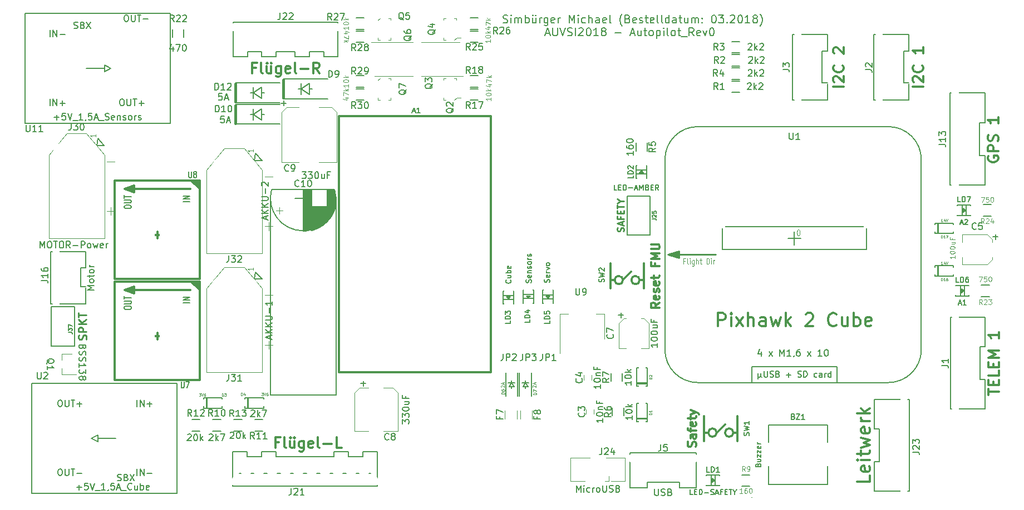
<source format=gto>
%TF.GenerationSoftware,KiCad,Pcbnew,(5.0.0-rc2-dev-406-g05dae9627)*%
%TF.CreationDate,2018-06-18T14:13:18+02:00*%
%TF.ProjectId,Autopilot,4175746F70696C6F742E6B696361645F,rev?*%
%TF.SameCoordinates,Original*%
%TF.FileFunction,Legend,Top*%
%TF.FilePolarity,Positive*%
%FSLAX46Y46*%
G04 Gerber Fmt 4.6, Leading zero omitted, Abs format (unit mm)*
G04 Created by KiCad (PCBNEW (5.0.0-rc2-dev-406-g05dae9627)) date 06/18/18 14:13:18*
%MOMM*%
%LPD*%
G01*
G04 APERTURE LIST*
%ADD10C,0.150000*%
%ADD11C,0.300000*%
%ADD12C,0.120000*%
%ADD13C,0.350000*%
%ADD14C,0.250000*%
%ADD15C,0.400000*%
%ADD16C,0.127000*%
%ADD17C,0.200000*%
%ADD18C,0.100000*%
%ADD19C,0.130000*%
%ADD20C,0.125000*%
%ADD21C,0.149860*%
%ADD22C,0.075000*%
%ADD23C,4.200000*%
%ADD24C,2.740000*%
%ADD25C,5.240000*%
%ADD26R,4.050000X1.890000*%
%ADD27R,1.260000X0.850000*%
%ADD28R,1.510000X0.850000*%
%ADD29C,2.640000*%
%ADD30C,2.240000*%
%ADD31R,2.240000X2.240000*%
%ADD32C,3.800000*%
%ADD33R,1.640000X2.340000*%
%ADD34C,0.950000*%
%ADD35R,0.490000X1.390000*%
%ADD36C,0.800000*%
%ADD37R,1.540000X3.640000*%
%ADD38R,1.540000X0.940000*%
%ADD39R,1.740000X2.440000*%
%ADD40R,2.740000X4.240000*%
%ADD41R,0.990000X1.440000*%
%ADD42R,1.090900X1.090900*%
%ADD43R,1.438880X1.438880*%
%ADD44R,1.540000X1.540000*%
%ADD45R,1.840000X3.740000*%
%ADD46R,1.840000X2.840000*%
%ADD47R,2.840000X1.840000*%
%ADD48C,1.440000*%
%ADD49C,1.740000*%
%ADD50R,0.940000X1.540000*%
%ADD51C,5.840000*%
%ADD52O,1.900000X1.200000*%
%ADD53R,1.900000X1.200000*%
%ADD54O,2.440000X1.340000*%
%ADD55O,2.040000X1.340000*%
%ADD56R,0.690000X1.740000*%
%ADD57R,1.540000X1.790000*%
%ADD58R,1.140000X1.040000*%
%ADD59C,6.740000*%
%ADD60R,1.740000X2.240000*%
%ADD61R,4.040000X2.240000*%
%ADD62C,3.540000*%
%ADD63C,1.741140*%
%ADD64R,1.240000X0.790000*%
%ADD65R,2.040000X1.310000*%
G04 APERTURE END LIST*
D10*
X244932142Y-87935714D02*
X245103571Y-87992857D01*
X245389285Y-87992857D01*
X245503571Y-87935714D01*
X245560714Y-87878571D01*
X245617857Y-87764285D01*
X245617857Y-87650000D01*
X245560714Y-87535714D01*
X245503571Y-87478571D01*
X245389285Y-87421428D01*
X245160714Y-87364285D01*
X245046428Y-87307142D01*
X244989285Y-87250000D01*
X244932142Y-87135714D01*
X244932142Y-87021428D01*
X244989285Y-86907142D01*
X245046428Y-86850000D01*
X245160714Y-86792857D01*
X245446428Y-86792857D01*
X245617857Y-86850000D01*
X246132142Y-87992857D02*
X246132142Y-87192857D01*
X246132142Y-86792857D02*
X246075000Y-86850000D01*
X246132142Y-86907142D01*
X246189285Y-86850000D01*
X246132142Y-86792857D01*
X246132142Y-86907142D01*
X246703571Y-87992857D02*
X246703571Y-87192857D01*
X246703571Y-87307142D02*
X246760714Y-87250000D01*
X246875000Y-87192857D01*
X247046428Y-87192857D01*
X247160714Y-87250000D01*
X247217857Y-87364285D01*
X247217857Y-87992857D01*
X247217857Y-87364285D02*
X247275000Y-87250000D01*
X247389285Y-87192857D01*
X247560714Y-87192857D01*
X247675000Y-87250000D01*
X247732142Y-87364285D01*
X247732142Y-87992857D01*
X248303571Y-87992857D02*
X248303571Y-86792857D01*
X248303571Y-87250000D02*
X248417857Y-87192857D01*
X248646428Y-87192857D01*
X248760714Y-87250000D01*
X248817857Y-87307142D01*
X248875000Y-87421428D01*
X248875000Y-87764285D01*
X248817857Y-87878571D01*
X248760714Y-87935714D01*
X248646428Y-87992857D01*
X248417857Y-87992857D01*
X248303571Y-87935714D01*
X249903571Y-87192857D02*
X249903571Y-87992857D01*
X249389285Y-87192857D02*
X249389285Y-87821428D01*
X249446428Y-87935714D01*
X249560714Y-87992857D01*
X249732142Y-87992857D01*
X249846428Y-87935714D01*
X249903571Y-87878571D01*
X249446428Y-86792857D02*
X249503571Y-86850000D01*
X249446428Y-86907142D01*
X249389285Y-86850000D01*
X249446428Y-86792857D01*
X249446428Y-86907142D01*
X249903571Y-86792857D02*
X249960714Y-86850000D01*
X249903571Y-86907142D01*
X249846428Y-86850000D01*
X249903571Y-86792857D01*
X249903571Y-86907142D01*
X250475000Y-87992857D02*
X250475000Y-87192857D01*
X250475000Y-87421428D02*
X250532142Y-87307142D01*
X250589285Y-87250000D01*
X250703571Y-87192857D01*
X250817857Y-87192857D01*
X251732142Y-87192857D02*
X251732142Y-88164285D01*
X251675000Y-88278571D01*
X251617857Y-88335714D01*
X251503571Y-88392857D01*
X251332142Y-88392857D01*
X251217857Y-88335714D01*
X251732142Y-87935714D02*
X251617857Y-87992857D01*
X251389285Y-87992857D01*
X251275000Y-87935714D01*
X251217857Y-87878571D01*
X251160714Y-87764285D01*
X251160714Y-87421428D01*
X251217857Y-87307142D01*
X251275000Y-87250000D01*
X251389285Y-87192857D01*
X251617857Y-87192857D01*
X251732142Y-87250000D01*
X252760714Y-87935714D02*
X252646428Y-87992857D01*
X252417857Y-87992857D01*
X252303571Y-87935714D01*
X252246428Y-87821428D01*
X252246428Y-87364285D01*
X252303571Y-87250000D01*
X252417857Y-87192857D01*
X252646428Y-87192857D01*
X252760714Y-87250000D01*
X252817857Y-87364285D01*
X252817857Y-87478571D01*
X252246428Y-87592857D01*
X253332142Y-87992857D02*
X253332142Y-87192857D01*
X253332142Y-87421428D02*
X253389285Y-87307142D01*
X253446428Y-87250000D01*
X253560714Y-87192857D01*
X253675000Y-87192857D01*
X254989285Y-87992857D02*
X254989285Y-86792857D01*
X255389285Y-87650000D01*
X255789285Y-86792857D01*
X255789285Y-87992857D01*
X256360714Y-87992857D02*
X256360714Y-87192857D01*
X256360714Y-86792857D02*
X256303571Y-86850000D01*
X256360714Y-86907142D01*
X256417857Y-86850000D01*
X256360714Y-86792857D01*
X256360714Y-86907142D01*
X257446428Y-87935714D02*
X257332142Y-87992857D01*
X257103571Y-87992857D01*
X256989285Y-87935714D01*
X256932142Y-87878571D01*
X256875000Y-87764285D01*
X256875000Y-87421428D01*
X256932142Y-87307142D01*
X256989285Y-87250000D01*
X257103571Y-87192857D01*
X257332142Y-87192857D01*
X257446428Y-87250000D01*
X257960714Y-87992857D02*
X257960714Y-86792857D01*
X258475000Y-87992857D02*
X258475000Y-87364285D01*
X258417857Y-87250000D01*
X258303571Y-87192857D01*
X258132142Y-87192857D01*
X258017857Y-87250000D01*
X257960714Y-87307142D01*
X259560714Y-87992857D02*
X259560714Y-87364285D01*
X259503571Y-87250000D01*
X259389285Y-87192857D01*
X259160714Y-87192857D01*
X259046428Y-87250000D01*
X259560714Y-87935714D02*
X259446428Y-87992857D01*
X259160714Y-87992857D01*
X259046428Y-87935714D01*
X258989285Y-87821428D01*
X258989285Y-87707142D01*
X259046428Y-87592857D01*
X259160714Y-87535714D01*
X259446428Y-87535714D01*
X259560714Y-87478571D01*
X260589285Y-87935714D02*
X260475000Y-87992857D01*
X260246428Y-87992857D01*
X260132142Y-87935714D01*
X260075000Y-87821428D01*
X260075000Y-87364285D01*
X260132142Y-87250000D01*
X260246428Y-87192857D01*
X260475000Y-87192857D01*
X260589285Y-87250000D01*
X260646428Y-87364285D01*
X260646428Y-87478571D01*
X260075000Y-87592857D01*
X261332142Y-87992857D02*
X261217857Y-87935714D01*
X261160714Y-87821428D01*
X261160714Y-86792857D01*
X263046428Y-88450000D02*
X262989285Y-88392857D01*
X262875000Y-88221428D01*
X262817857Y-88107142D01*
X262760714Y-87935714D01*
X262703571Y-87650000D01*
X262703571Y-87421428D01*
X262760714Y-87135714D01*
X262817857Y-86964285D01*
X262875000Y-86850000D01*
X262989285Y-86678571D01*
X263046428Y-86621428D01*
X263903571Y-87364285D02*
X264075000Y-87421428D01*
X264132142Y-87478571D01*
X264189285Y-87592857D01*
X264189285Y-87764285D01*
X264132142Y-87878571D01*
X264075000Y-87935714D01*
X263960714Y-87992857D01*
X263503571Y-87992857D01*
X263503571Y-86792857D01*
X263903571Y-86792857D01*
X264017857Y-86850000D01*
X264075000Y-86907142D01*
X264132142Y-87021428D01*
X264132142Y-87135714D01*
X264075000Y-87250000D01*
X264017857Y-87307142D01*
X263903571Y-87364285D01*
X263503571Y-87364285D01*
X265160714Y-87935714D02*
X265046428Y-87992857D01*
X264817857Y-87992857D01*
X264703571Y-87935714D01*
X264646428Y-87821428D01*
X264646428Y-87364285D01*
X264703571Y-87250000D01*
X264817857Y-87192857D01*
X265046428Y-87192857D01*
X265160714Y-87250000D01*
X265217857Y-87364285D01*
X265217857Y-87478571D01*
X264646428Y-87592857D01*
X265675000Y-87935714D02*
X265789285Y-87992857D01*
X266017857Y-87992857D01*
X266132142Y-87935714D01*
X266189285Y-87821428D01*
X266189285Y-87764285D01*
X266132142Y-87650000D01*
X266017857Y-87592857D01*
X265846428Y-87592857D01*
X265732142Y-87535714D01*
X265675000Y-87421428D01*
X265675000Y-87364285D01*
X265732142Y-87250000D01*
X265846428Y-87192857D01*
X266017857Y-87192857D01*
X266132142Y-87250000D01*
X266532142Y-87192857D02*
X266989285Y-87192857D01*
X266703571Y-86792857D02*
X266703571Y-87821428D01*
X266760714Y-87935714D01*
X266875000Y-87992857D01*
X266989285Y-87992857D01*
X267846428Y-87935714D02*
X267732142Y-87992857D01*
X267503571Y-87992857D01*
X267389285Y-87935714D01*
X267332142Y-87821428D01*
X267332142Y-87364285D01*
X267389285Y-87250000D01*
X267503571Y-87192857D01*
X267732142Y-87192857D01*
X267846428Y-87250000D01*
X267903571Y-87364285D01*
X267903571Y-87478571D01*
X267332142Y-87592857D01*
X268589285Y-87992857D02*
X268475000Y-87935714D01*
X268417857Y-87821428D01*
X268417857Y-86792857D01*
X269217857Y-87992857D02*
X269103571Y-87935714D01*
X269046428Y-87821428D01*
X269046428Y-86792857D01*
X270189285Y-87992857D02*
X270189285Y-86792857D01*
X270189285Y-87935714D02*
X270075000Y-87992857D01*
X269846428Y-87992857D01*
X269732142Y-87935714D01*
X269675000Y-87878571D01*
X269617857Y-87764285D01*
X269617857Y-87421428D01*
X269675000Y-87307142D01*
X269732142Y-87250000D01*
X269846428Y-87192857D01*
X270075000Y-87192857D01*
X270189285Y-87250000D01*
X271275000Y-87992857D02*
X271275000Y-87364285D01*
X271217857Y-87250000D01*
X271103571Y-87192857D01*
X270875000Y-87192857D01*
X270760714Y-87250000D01*
X271275000Y-87935714D02*
X271160714Y-87992857D01*
X270875000Y-87992857D01*
X270760714Y-87935714D01*
X270703571Y-87821428D01*
X270703571Y-87707142D01*
X270760714Y-87592857D01*
X270875000Y-87535714D01*
X271160714Y-87535714D01*
X271275000Y-87478571D01*
X271675000Y-87192857D02*
X272132142Y-87192857D01*
X271846428Y-86792857D02*
X271846428Y-87821428D01*
X271903571Y-87935714D01*
X272017857Y-87992857D01*
X272132142Y-87992857D01*
X273046428Y-87192857D02*
X273046428Y-87992857D01*
X272532142Y-87192857D02*
X272532142Y-87821428D01*
X272589285Y-87935714D01*
X272703571Y-87992857D01*
X272875000Y-87992857D01*
X272989285Y-87935714D01*
X273046428Y-87878571D01*
X273617857Y-87992857D02*
X273617857Y-87192857D01*
X273617857Y-87307142D02*
X273675000Y-87250000D01*
X273789285Y-87192857D01*
X273960714Y-87192857D01*
X274075000Y-87250000D01*
X274132142Y-87364285D01*
X274132142Y-87992857D01*
X274132142Y-87364285D02*
X274189285Y-87250000D01*
X274303571Y-87192857D01*
X274475000Y-87192857D01*
X274589285Y-87250000D01*
X274646428Y-87364285D01*
X274646428Y-87992857D01*
X275217857Y-87878571D02*
X275275000Y-87935714D01*
X275217857Y-87992857D01*
X275160714Y-87935714D01*
X275217857Y-87878571D01*
X275217857Y-87992857D01*
X275217857Y-87250000D02*
X275275000Y-87307142D01*
X275217857Y-87364285D01*
X275160714Y-87307142D01*
X275217857Y-87250000D01*
X275217857Y-87364285D01*
X276932142Y-86792857D02*
X277046428Y-86792857D01*
X277160714Y-86850000D01*
X277217857Y-86907142D01*
X277275000Y-87021428D01*
X277332142Y-87250000D01*
X277332142Y-87535714D01*
X277275000Y-87764285D01*
X277217857Y-87878571D01*
X277160714Y-87935714D01*
X277046428Y-87992857D01*
X276932142Y-87992857D01*
X276817857Y-87935714D01*
X276760714Y-87878571D01*
X276703571Y-87764285D01*
X276646428Y-87535714D01*
X276646428Y-87250000D01*
X276703571Y-87021428D01*
X276760714Y-86907142D01*
X276817857Y-86850000D01*
X276932142Y-86792857D01*
X277732142Y-86792857D02*
X278475000Y-86792857D01*
X278075000Y-87250000D01*
X278246428Y-87250000D01*
X278360714Y-87307142D01*
X278417857Y-87364285D01*
X278475000Y-87478571D01*
X278475000Y-87764285D01*
X278417857Y-87878571D01*
X278360714Y-87935714D01*
X278246428Y-87992857D01*
X277903571Y-87992857D01*
X277789285Y-87935714D01*
X277732142Y-87878571D01*
X278989285Y-87878571D02*
X279046428Y-87935714D01*
X278989285Y-87992857D01*
X278932142Y-87935714D01*
X278989285Y-87878571D01*
X278989285Y-87992857D01*
X279503571Y-86907142D02*
X279560714Y-86850000D01*
X279675000Y-86792857D01*
X279960714Y-86792857D01*
X280075000Y-86850000D01*
X280132142Y-86907142D01*
X280189285Y-87021428D01*
X280189285Y-87135714D01*
X280132142Y-87307142D01*
X279446428Y-87992857D01*
X280189285Y-87992857D01*
X280932142Y-86792857D02*
X281046428Y-86792857D01*
X281160714Y-86850000D01*
X281217857Y-86907142D01*
X281275000Y-87021428D01*
X281332142Y-87250000D01*
X281332142Y-87535714D01*
X281275000Y-87764285D01*
X281217857Y-87878571D01*
X281160714Y-87935714D01*
X281046428Y-87992857D01*
X280932142Y-87992857D01*
X280817857Y-87935714D01*
X280760714Y-87878571D01*
X280703571Y-87764285D01*
X280646428Y-87535714D01*
X280646428Y-87250000D01*
X280703571Y-87021428D01*
X280760714Y-86907142D01*
X280817857Y-86850000D01*
X280932142Y-86792857D01*
X282475000Y-87992857D02*
X281789285Y-87992857D01*
X282132142Y-87992857D02*
X282132142Y-86792857D01*
X282017857Y-86964285D01*
X281903571Y-87078571D01*
X281789285Y-87135714D01*
X283160714Y-87307142D02*
X283046428Y-87250000D01*
X282989285Y-87192857D01*
X282932142Y-87078571D01*
X282932142Y-87021428D01*
X282989285Y-86907142D01*
X283046428Y-86850000D01*
X283160714Y-86792857D01*
X283389285Y-86792857D01*
X283503571Y-86850000D01*
X283560714Y-86907142D01*
X283617857Y-87021428D01*
X283617857Y-87078571D01*
X283560714Y-87192857D01*
X283503571Y-87250000D01*
X283389285Y-87307142D01*
X283160714Y-87307142D01*
X283046428Y-87364285D01*
X282989285Y-87421428D01*
X282932142Y-87535714D01*
X282932142Y-87764285D01*
X282989285Y-87878571D01*
X283046428Y-87935714D01*
X283160714Y-87992857D01*
X283389285Y-87992857D01*
X283503571Y-87935714D01*
X283560714Y-87878571D01*
X283617857Y-87764285D01*
X283617857Y-87535714D01*
X283560714Y-87421428D01*
X283503571Y-87364285D01*
X283389285Y-87307142D01*
X284017857Y-88450000D02*
X284075000Y-88392857D01*
X284189285Y-88221428D01*
X284246428Y-88107142D01*
X284303571Y-87935714D01*
X284360714Y-87650000D01*
X284360714Y-87421428D01*
X284303571Y-87135714D01*
X284246428Y-86964285D01*
X284189285Y-86850000D01*
X284075000Y-86678571D01*
X284017857Y-86621428D01*
X251417857Y-89600000D02*
X251989285Y-89600000D01*
X251303571Y-89942857D02*
X251703571Y-88742857D01*
X252103571Y-89942857D01*
X252503571Y-88742857D02*
X252503571Y-89714285D01*
X252560714Y-89828571D01*
X252617857Y-89885714D01*
X252732142Y-89942857D01*
X252960714Y-89942857D01*
X253075000Y-89885714D01*
X253132142Y-89828571D01*
X253189285Y-89714285D01*
X253189285Y-88742857D01*
X253589285Y-88742857D02*
X253989285Y-89942857D01*
X254389285Y-88742857D01*
X254732142Y-89885714D02*
X254903571Y-89942857D01*
X255189285Y-89942857D01*
X255303571Y-89885714D01*
X255360714Y-89828571D01*
X255417857Y-89714285D01*
X255417857Y-89600000D01*
X255360714Y-89485714D01*
X255303571Y-89428571D01*
X255189285Y-89371428D01*
X254960714Y-89314285D01*
X254846428Y-89257142D01*
X254789285Y-89200000D01*
X254732142Y-89085714D01*
X254732142Y-88971428D01*
X254789285Y-88857142D01*
X254846428Y-88800000D01*
X254960714Y-88742857D01*
X255246428Y-88742857D01*
X255417857Y-88800000D01*
X255932142Y-89942857D02*
X255932142Y-88742857D01*
X256446428Y-88857142D02*
X256503571Y-88800000D01*
X256617857Y-88742857D01*
X256903571Y-88742857D01*
X257017857Y-88800000D01*
X257075000Y-88857142D01*
X257132142Y-88971428D01*
X257132142Y-89085714D01*
X257075000Y-89257142D01*
X256389285Y-89942857D01*
X257132142Y-89942857D01*
X257875000Y-88742857D02*
X257989285Y-88742857D01*
X258103571Y-88800000D01*
X258160714Y-88857142D01*
X258217857Y-88971428D01*
X258275000Y-89200000D01*
X258275000Y-89485714D01*
X258217857Y-89714285D01*
X258160714Y-89828571D01*
X258103571Y-89885714D01*
X257989285Y-89942857D01*
X257875000Y-89942857D01*
X257760714Y-89885714D01*
X257703571Y-89828571D01*
X257646428Y-89714285D01*
X257589285Y-89485714D01*
X257589285Y-89200000D01*
X257646428Y-88971428D01*
X257703571Y-88857142D01*
X257760714Y-88800000D01*
X257875000Y-88742857D01*
X259417857Y-89942857D02*
X258732142Y-89942857D01*
X259075000Y-89942857D02*
X259075000Y-88742857D01*
X258960714Y-88914285D01*
X258846428Y-89028571D01*
X258732142Y-89085714D01*
X260103571Y-89257142D02*
X259989285Y-89200000D01*
X259932142Y-89142857D01*
X259875000Y-89028571D01*
X259875000Y-88971428D01*
X259932142Y-88857142D01*
X259989285Y-88800000D01*
X260103571Y-88742857D01*
X260332142Y-88742857D01*
X260446428Y-88800000D01*
X260503571Y-88857142D01*
X260560714Y-88971428D01*
X260560714Y-89028571D01*
X260503571Y-89142857D01*
X260446428Y-89200000D01*
X260332142Y-89257142D01*
X260103571Y-89257142D01*
X259989285Y-89314285D01*
X259932142Y-89371428D01*
X259875000Y-89485714D01*
X259875000Y-89714285D01*
X259932142Y-89828571D01*
X259989285Y-89885714D01*
X260103571Y-89942857D01*
X260332142Y-89942857D01*
X260446428Y-89885714D01*
X260503571Y-89828571D01*
X260560714Y-89714285D01*
X260560714Y-89485714D01*
X260503571Y-89371428D01*
X260446428Y-89314285D01*
X260332142Y-89257142D01*
X261989285Y-89485714D02*
X262903571Y-89485714D01*
X264332142Y-89600000D02*
X264903571Y-89600000D01*
X264217857Y-89942857D02*
X264617857Y-88742857D01*
X265017857Y-89942857D01*
X265932142Y-89142857D02*
X265932142Y-89942857D01*
X265417857Y-89142857D02*
X265417857Y-89771428D01*
X265475000Y-89885714D01*
X265589285Y-89942857D01*
X265760714Y-89942857D01*
X265875000Y-89885714D01*
X265932142Y-89828571D01*
X266332142Y-89142857D02*
X266789285Y-89142857D01*
X266503571Y-88742857D02*
X266503571Y-89771428D01*
X266560714Y-89885714D01*
X266674999Y-89942857D01*
X266789285Y-89942857D01*
X267360714Y-89942857D02*
X267246428Y-89885714D01*
X267189285Y-89828571D01*
X267132142Y-89714285D01*
X267132142Y-89371428D01*
X267189285Y-89257142D01*
X267246428Y-89200000D01*
X267360714Y-89142857D01*
X267532142Y-89142857D01*
X267646428Y-89200000D01*
X267703571Y-89257142D01*
X267760714Y-89371428D01*
X267760714Y-89714285D01*
X267703571Y-89828571D01*
X267646428Y-89885714D01*
X267532142Y-89942857D01*
X267360714Y-89942857D01*
X268275000Y-89142857D02*
X268275000Y-90342857D01*
X268275000Y-89200000D02*
X268389285Y-89142857D01*
X268617857Y-89142857D01*
X268732142Y-89200000D01*
X268789285Y-89257142D01*
X268846428Y-89371428D01*
X268846428Y-89714285D01*
X268789285Y-89828571D01*
X268732142Y-89885714D01*
X268617857Y-89942857D01*
X268389285Y-89942857D01*
X268275000Y-89885714D01*
X269360714Y-89942857D02*
X269360714Y-89142857D01*
X269360714Y-88742857D02*
X269303571Y-88800000D01*
X269360714Y-88857142D01*
X269417857Y-88800000D01*
X269360714Y-88742857D01*
X269360714Y-88857142D01*
X270103571Y-89942857D02*
X269989285Y-89885714D01*
X269932142Y-89771428D01*
X269932142Y-88742857D01*
X270732142Y-89942857D02*
X270617857Y-89885714D01*
X270560714Y-89828571D01*
X270503571Y-89714285D01*
X270503571Y-89371428D01*
X270560714Y-89257142D01*
X270617857Y-89200000D01*
X270732142Y-89142857D01*
X270903571Y-89142857D01*
X271017857Y-89200000D01*
X271075000Y-89257142D01*
X271132142Y-89371428D01*
X271132142Y-89714285D01*
X271075000Y-89828571D01*
X271017857Y-89885714D01*
X270903571Y-89942857D01*
X270732142Y-89942857D01*
X271475000Y-89142857D02*
X271932142Y-89142857D01*
X271646428Y-88742857D02*
X271646428Y-89771428D01*
X271703571Y-89885714D01*
X271817857Y-89942857D01*
X271932142Y-89942857D01*
X272046428Y-90057142D02*
X272960714Y-90057142D01*
X273932142Y-89942857D02*
X273532142Y-89371428D01*
X273246428Y-89942857D02*
X273246428Y-88742857D01*
X273703571Y-88742857D01*
X273817857Y-88800000D01*
X273875000Y-88857142D01*
X273932142Y-88971428D01*
X273932142Y-89142857D01*
X273875000Y-89257142D01*
X273817857Y-89314285D01*
X273703571Y-89371428D01*
X273246428Y-89371428D01*
X274903571Y-89885714D02*
X274789285Y-89942857D01*
X274560714Y-89942857D01*
X274446428Y-89885714D01*
X274389285Y-89771428D01*
X274389285Y-89314285D01*
X274446428Y-89200000D01*
X274560714Y-89142857D01*
X274789285Y-89142857D01*
X274903571Y-89200000D01*
X274960714Y-89314285D01*
X274960714Y-89428571D01*
X274389285Y-89542857D01*
X275360714Y-89142857D02*
X275646428Y-89942857D01*
X275932142Y-89142857D01*
X276617857Y-88742857D02*
X276732142Y-88742857D01*
X276846428Y-88800000D01*
X276903571Y-88857142D01*
X276960714Y-88971428D01*
X277017857Y-89200000D01*
X277017857Y-89485714D01*
X276960714Y-89714285D01*
X276903571Y-89828571D01*
X276846428Y-89885714D01*
X276732142Y-89942857D01*
X276617857Y-89942857D01*
X276503571Y-89885714D01*
X276446428Y-89828571D01*
X276389285Y-89714285D01*
X276332142Y-89485714D01*
X276332142Y-89200000D01*
X276389285Y-88971428D01*
X276446428Y-88857142D01*
X276503571Y-88800000D01*
X276617857Y-88742857D01*
%TO.C,U8*%
G36*
X187275000Y-113300000D02*
X188825000Y-112800000D01*
X188825000Y-113850000D01*
X187275000Y-113300000D01*
G37*
X187275000Y-113300000D02*
X188825000Y-112800000D01*
X188825000Y-113850000D01*
X187275000Y-113300000D01*
D11*
X188825000Y-112800000D02*
X187325000Y-113300000D01*
X188825000Y-113800000D02*
X188825000Y-112800000D01*
X187325000Y-113300000D02*
X188825000Y-113800000D01*
X197325000Y-113300000D02*
X187325000Y-113300000D01*
D10*
G36*
X198825000Y-112000000D02*
X197325000Y-112000000D01*
X198875000Y-113500000D01*
X198825000Y-112000000D01*
G37*
X198825000Y-112000000D02*
X197325000Y-112000000D01*
X198875000Y-113500000D01*
X198825000Y-112000000D01*
D11*
X191975000Y-120300000D02*
X192675000Y-120300000D01*
X192325000Y-120800000D02*
X192325000Y-119800000D01*
X198825000Y-112000000D02*
X185825000Y-112000000D01*
X185825000Y-127000000D02*
X198825000Y-127000000D01*
X185825000Y-127000000D02*
X185825000Y-112000000D01*
X198825000Y-127000000D02*
X198825000Y-112000000D01*
D10*
%TO.C,U7*%
G36*
X187275000Y-128700000D02*
X188825000Y-128200000D01*
X188825000Y-129250000D01*
X187275000Y-128700000D01*
G37*
X187275000Y-128700000D02*
X188825000Y-128200000D01*
X188825000Y-129250000D01*
X187275000Y-128700000D01*
D11*
X188825000Y-128200000D02*
X187325000Y-128700000D01*
X188825000Y-129200000D02*
X188825000Y-128200000D01*
X187325000Y-128700000D02*
X188825000Y-129200000D01*
X197325000Y-128700000D02*
X187325000Y-128700000D01*
D10*
G36*
X198825000Y-127400000D02*
X197325000Y-127400000D01*
X198875000Y-128900000D01*
X198825000Y-127400000D01*
G37*
X198825000Y-127400000D02*
X197325000Y-127400000D01*
X198875000Y-128900000D01*
X198825000Y-127400000D01*
D11*
X191975000Y-135700000D02*
X192675000Y-135700000D01*
X192325000Y-136200000D02*
X192325000Y-135200000D01*
X198825000Y-127400000D02*
X185825000Y-127400000D01*
X185825000Y-142400000D02*
X198825000Y-142400000D01*
X185825000Y-142400000D02*
X185825000Y-127400000D01*
X198825000Y-142400000D02*
X198825000Y-127400000D01*
D12*
%TO.C,Q3*%
X238345000Y-90930000D02*
X232455000Y-90930000D01*
X238800000Y-96070000D02*
X232455000Y-96070000D01*
D13*
%TO.C,A1*%
X243055000Y-102205000D02*
X243055000Y-141195000D01*
X243055000Y-141195000D02*
X219945000Y-141195000D01*
X219945000Y-141195000D02*
X219945000Y-102205000D01*
X219945000Y-102205000D02*
X243055000Y-102205000D01*
D10*
%TO.C,C10*%
G36*
X218200000Y-118200000D02*
X218700000Y-117700000D01*
X219200000Y-116800000D01*
X219500000Y-115800000D01*
X219500000Y-114700000D01*
X219400000Y-113900000D01*
X219300000Y-113400000D01*
X218200000Y-113400000D01*
X218200000Y-118200000D01*
G37*
X218200000Y-118200000D02*
X218700000Y-117700000D01*
X219200000Y-116800000D01*
X219500000Y-115800000D01*
X219500000Y-114700000D01*
X219400000Y-113900000D01*
X219300000Y-113400000D01*
X218200000Y-113400000D01*
X218200000Y-118200000D01*
G36*
X214500000Y-113400000D02*
X214500000Y-119700000D01*
X214800000Y-119700000D01*
X215200000Y-119600000D01*
X215800000Y-119500000D01*
X215800000Y-113400000D01*
X214500000Y-113400000D01*
G37*
X214500000Y-113400000D02*
X214500000Y-119700000D01*
X214800000Y-119700000D01*
X215200000Y-119600000D01*
X215800000Y-119500000D01*
X215800000Y-113400000D01*
X214500000Y-113400000D01*
X209700000Y-113400000D02*
X219300000Y-113400000D01*
X213300000Y-114700000D02*
X215700000Y-114700000D01*
X219306640Y-113424770D02*
G75*
G02X209700000Y-113400000I-4806640J-1275230D01*
G01*
X219500000Y-144700000D02*
X219500000Y-114700000D01*
X209500000Y-144700000D02*
X219500000Y-144700000D01*
X209500000Y-114700000D02*
X209500000Y-144700000D01*
D12*
X210920354Y-116125000D02*
X210920354Y-117125000D01*
X210420354Y-116625000D02*
X211420354Y-116625000D01*
X218575000Y-114725000D02*
X218581000Y-117754000D01*
X218450000Y-114700000D02*
X218461000Y-117906000D01*
X218430000Y-114690000D02*
X218421000Y-117954000D01*
X218221000Y-115941000D02*
X218221000Y-118178000D01*
X218181000Y-115941000D02*
X218181000Y-118220000D01*
X218141000Y-115941000D02*
X218141000Y-118261000D01*
X218101000Y-115941000D02*
X218101000Y-118301000D01*
X218061000Y-115941000D02*
X218061000Y-118340000D01*
X218021000Y-115941000D02*
X218021000Y-118379000D01*
X217981000Y-115941000D02*
X217981000Y-118416000D01*
X217941000Y-115941000D02*
X217941000Y-118453000D01*
X217901000Y-115941000D02*
X217901000Y-118489000D01*
X217861000Y-115941000D02*
X217861000Y-118524000D01*
X217821000Y-115941000D02*
X217821000Y-118558000D01*
X217781000Y-115941000D02*
X217781000Y-118592000D01*
X217741000Y-115941000D02*
X217741000Y-118625000D01*
X217701000Y-115941000D02*
X217701000Y-118657000D01*
X217661000Y-115941000D02*
X217661000Y-118689000D01*
X217621000Y-115941000D02*
X217621000Y-118720000D01*
X217581000Y-115941000D02*
X217581000Y-118750000D01*
X217541000Y-115941000D02*
X217541000Y-118780000D01*
X217501000Y-115941000D02*
X217501000Y-118810000D01*
X217461000Y-115941000D02*
X217461000Y-118838000D01*
X217421000Y-115941000D02*
X217421000Y-118866000D01*
X217381000Y-115941000D02*
X217381000Y-118894000D01*
X217341000Y-115941000D02*
X217341000Y-118921000D01*
X217301000Y-115941000D02*
X217301000Y-118947000D01*
X217261000Y-115941000D02*
X217261000Y-118973000D01*
X217221000Y-115941000D02*
X217221000Y-118998000D01*
X217181000Y-115941000D02*
X217181000Y-119023000D01*
X217141000Y-115941000D02*
X217141000Y-119047000D01*
X217101000Y-115941000D02*
X217101000Y-119071000D01*
X217061000Y-115941000D02*
X217061000Y-119095000D01*
X217021000Y-115941000D02*
X217021000Y-119117000D01*
X216981000Y-115941000D02*
X216981000Y-119140000D01*
X216941000Y-115941000D02*
X216941000Y-119162000D01*
X216901000Y-115941000D02*
X216901000Y-119183000D01*
X216861000Y-115941000D02*
X216861000Y-119204000D01*
X216821000Y-115941000D02*
X216821000Y-119225000D01*
X216781000Y-115941000D02*
X216781000Y-119245000D01*
X216741000Y-115941000D02*
X216741000Y-119264000D01*
X216701000Y-115941000D02*
X216701000Y-119284000D01*
X216661000Y-115941000D02*
X216661000Y-119303000D01*
X216621000Y-115941000D02*
X216621000Y-119321000D01*
X216581000Y-115941000D02*
X216581000Y-119339000D01*
X216541000Y-115941000D02*
X216541000Y-119357000D01*
X216501000Y-115941000D02*
X216501000Y-119374000D01*
X216461000Y-115941000D02*
X216461000Y-119390000D01*
X216421000Y-115941000D02*
X216421000Y-119407000D01*
X216381000Y-115941000D02*
X216381000Y-119423000D01*
X216341000Y-115941000D02*
X216341000Y-119438000D01*
X216301000Y-115941000D02*
X216301000Y-119454000D01*
X216261000Y-115941000D02*
X216261000Y-119468000D01*
X216221000Y-115941000D02*
X216221000Y-119483000D01*
X216181000Y-115941000D02*
X216181000Y-119497000D01*
X216141000Y-115941000D02*
X216141000Y-119511000D01*
X216101000Y-115941000D02*
X216101000Y-119524000D01*
X216061000Y-115941000D02*
X216061000Y-119537000D01*
X216021000Y-115941000D02*
X216021000Y-119550000D01*
X215981000Y-115941000D02*
X215981000Y-119562000D01*
X215941000Y-115941000D02*
X215941000Y-119574000D01*
X215901000Y-115941000D02*
X215901000Y-119585000D01*
X215861000Y-115941000D02*
X215861000Y-119597000D01*
X215821000Y-115941000D02*
X215821000Y-119607000D01*
X215781000Y-115941000D02*
X215781000Y-119618000D01*
X215700000Y-114700000D02*
X215701000Y-119638000D01*
D10*
%TO.C,U1*%
X282750000Y-160300000D02*
X282750000Y-160300000D01*
X282750000Y-142800000D02*
X282750000Y-142800000D01*
X282750000Y-140350000D02*
X282750000Y-142800000D01*
X295750000Y-140350000D02*
X282750000Y-140350000D01*
X295750000Y-142800000D02*
X295750000Y-140350000D01*
D14*
X271500000Y-123300000D02*
X277250000Y-123300000D01*
D10*
X270400000Y-123300000D02*
X270550000Y-123300000D01*
X270600000Y-123400000D02*
X270600000Y-123200000D01*
X270750000Y-123400000D02*
X270750000Y-123200000D01*
X270900000Y-123450000D02*
X270900000Y-123150000D01*
X271050000Y-123500000D02*
X271050000Y-123100000D01*
X271200000Y-123550000D02*
X271200000Y-123050000D01*
X271350000Y-123600000D02*
X271350000Y-123000000D01*
X271500000Y-123650000D02*
X271500000Y-122950000D01*
D14*
X271700000Y-122800000D02*
X270000000Y-123300000D01*
X271700000Y-123800000D02*
X271700000Y-122800000D01*
X270000000Y-123300000D02*
X271700000Y-123800000D01*
D10*
X269550000Y-108800000D02*
G75*
G02X274550000Y-103800000I5000000J0D01*
G01*
X303550000Y-103800000D02*
G75*
G02X308550000Y-108800000I0J-5000000D01*
G01*
X308550000Y-137800000D02*
G75*
G02X303550000Y-142800000I-5000000J0D01*
G01*
X274550000Y-142800000D02*
G75*
G02X269550000Y-137800000I0J5000000D01*
G01*
X289250000Y-121800000D02*
X289250000Y-119800000D01*
X290250000Y-120800000D02*
X288250000Y-120800000D01*
X274550000Y-142800000D02*
X303550000Y-142800000D01*
X269550000Y-137800000D02*
X269550000Y-108800000D01*
X303550000Y-103800000D02*
X274550000Y-103800000D01*
X308550000Y-108800000D02*
X308550000Y-137800000D01*
X278251664Y-122549720D02*
X300251664Y-122549720D01*
X278251664Y-119049720D02*
X278251664Y-122549720D01*
X300251664Y-119049720D02*
X278251664Y-119049720D01*
X300251664Y-122549720D02*
X300251664Y-119049720D01*
%TO.C,U2*%
X173251000Y-159657000D02*
X195349000Y-159657000D01*
X195349000Y-159657000D02*
X195349000Y-142893000D01*
X195349000Y-142893000D02*
X173251000Y-142893000D01*
X173251000Y-142893000D02*
X173251000Y-159657000D01*
X186000000Y-151275000D02*
X183250000Y-151275000D01*
X182250000Y-151275000D02*
X183250000Y-151775000D01*
X183250000Y-151775000D02*
X183250000Y-150775000D01*
X183250000Y-150775000D02*
X182250000Y-151275000D01*
%TO.C,U11*%
X194274000Y-86518000D02*
X172176000Y-86518000D01*
X172176000Y-86518000D02*
X172176000Y-103282000D01*
X172176000Y-103282000D02*
X194274000Y-103282000D01*
X194274000Y-103282000D02*
X194274000Y-86518000D01*
X181525000Y-94900000D02*
X184275000Y-94900000D01*
X185275000Y-94900000D02*
X184275000Y-94400000D01*
X184275000Y-94400000D02*
X184275000Y-95400000D01*
X184275000Y-95400000D02*
X185275000Y-94900000D01*
%TO.C,BZ1*%
X294300000Y-158300000D02*
X294300000Y-155550000D01*
X294300000Y-152050000D02*
X294300000Y-149300000D01*
X285300000Y-152050000D02*
X285300000Y-149300000D01*
X285300000Y-158300000D02*
X285300000Y-155550000D01*
X285300000Y-149300000D02*
X294300000Y-149300000D01*
X294300000Y-158300000D02*
X285300000Y-158300000D01*
%TO.C,R22*%
X196350000Y-89000000D02*
X196350000Y-90200000D01*
X194600000Y-90200000D02*
X194600000Y-89000000D01*
%TO.C,D12*%
X208150000Y-97775000D02*
X208150000Y-99475000D01*
X206900000Y-98625000D02*
X208150000Y-99475000D01*
X208180000Y-98615000D02*
X208630000Y-98615000D01*
X206900000Y-97775000D02*
X206900000Y-99475000D01*
X206900000Y-98625000D02*
X208150000Y-97775000D01*
X206450000Y-98617053D02*
X206850000Y-98617053D01*
X204210000Y-97125000D02*
X210950000Y-97125000D01*
D15*
X204210000Y-99995000D02*
X204210000Y-97255000D01*
D10*
X210950000Y-100125000D02*
X204220000Y-100125000D01*
%TO.C,D10*%
X210950000Y-103425000D02*
X204220000Y-103425000D01*
D15*
X204210000Y-103295000D02*
X204210000Y-100555000D01*
D10*
X204210000Y-100425000D02*
X210950000Y-100425000D01*
X206450000Y-101917053D02*
X206850000Y-101917053D01*
X206900000Y-101925000D02*
X208150000Y-101075000D01*
X206900000Y-101075000D02*
X206900000Y-102775000D01*
X208180000Y-101915000D02*
X208630000Y-101915000D01*
X206900000Y-101925000D02*
X208150000Y-102775000D01*
X208150000Y-101075000D02*
X208150000Y-102775000D01*
%TO.C,D9*%
X215450000Y-97200000D02*
X215450000Y-98900000D01*
X214200000Y-98050000D02*
X215450000Y-98900000D01*
X215480000Y-98040000D02*
X215930000Y-98040000D01*
X214200000Y-97200000D02*
X214200000Y-98900000D01*
X214200000Y-98050000D02*
X215450000Y-97200000D01*
X213750000Y-98042053D02*
X214150000Y-98042053D01*
X211510000Y-96550000D02*
X218250000Y-96550000D01*
D15*
X211510000Y-99420000D02*
X211510000Y-96680000D01*
D10*
X218250000Y-99550000D02*
X211520000Y-99550000D01*
D12*
%TO.C,C9*%
X219590000Y-101570000D02*
X219590000Y-109190000D01*
X218830000Y-100810000D02*
X219590000Y-101570000D01*
X211210000Y-101570000D02*
X211970000Y-100810000D01*
X211210000Y-109190000D02*
X211210000Y-101570000D01*
X219590000Y-109190000D02*
X216910000Y-109190000D01*
X211210000Y-109190000D02*
X213890000Y-109190000D01*
X218830000Y-100810000D02*
X216910000Y-100810000D01*
X211970000Y-100810000D02*
X213890000Y-100810000D01*
%TO.C,C3*%
X258760000Y-146875000D02*
X258760000Y-147575000D01*
X257560000Y-147575000D02*
X257560000Y-146875000D01*
%TO.C,C4*%
X258390000Y-141685000D02*
X258390000Y-142385000D01*
X257190000Y-142385000D02*
X257190000Y-141685000D01*
D16*
%TO.C,D4*%
X206182976Y-145093505D02*
X206182976Y-146693705D01*
X206081376Y-146693705D02*
X206081376Y-145093505D01*
X208481676Y-146693705D02*
X205682596Y-146693705D01*
X205682596Y-146693705D02*
X205682596Y-145093505D01*
X205682596Y-145093505D02*
X208481676Y-145093505D01*
X208481676Y-145093505D02*
X208481676Y-146693705D01*
%TO.C,D3*%
X202174540Y-145099900D02*
X202174540Y-146700100D01*
X199375460Y-145099900D02*
X202174540Y-145099900D01*
X199375460Y-146700100D02*
X199375460Y-145099900D01*
X202174540Y-146700100D02*
X199375460Y-146700100D01*
X199774240Y-146700100D02*
X199774240Y-145099900D01*
X199875840Y-145099900D02*
X199875840Y-146700100D01*
%TO.C,LD5*%
X251766819Y-129940678D02*
X252066539Y-129640958D01*
X252066539Y-129640958D02*
X251467099Y-129640958D01*
X251467099Y-129640958D02*
X251766819Y-129940678D01*
X251667759Y-129839078D02*
X251865879Y-129839078D01*
X251967479Y-129740018D02*
X251566159Y-129740018D01*
X250966719Y-130039738D02*
X252566919Y-130039738D01*
X252566919Y-129440298D02*
X250966719Y-129440298D01*
X252566919Y-128739258D02*
X252566919Y-130740778D01*
X252566919Y-130740778D02*
X250966719Y-130740778D01*
X250966719Y-130740778D02*
X250966719Y-128739258D01*
X250966719Y-128739258D02*
X252566919Y-128739258D01*
%TO.C,D2*%
X265289900Y-140575460D02*
X266890100Y-140575460D01*
X265289900Y-143374540D02*
X265289900Y-140575460D01*
X266890100Y-143374540D02*
X265289900Y-143374540D01*
X266890100Y-140575460D02*
X266890100Y-143374540D01*
X266890100Y-142975760D02*
X265289900Y-142975760D01*
X265289900Y-142874160D02*
X266890100Y-142874160D01*
%TO.C,D1*%
X265269900Y-148264160D02*
X266870100Y-148264160D01*
X266870100Y-148365760D02*
X265269900Y-148365760D01*
X266870100Y-145965460D02*
X266870100Y-148764540D01*
X266870100Y-148764540D02*
X265269900Y-148764540D01*
X265269900Y-148764540D02*
X265269900Y-145965460D01*
X265269900Y-145965460D02*
X266870100Y-145965460D01*
%TO.C,LD4*%
X247966719Y-128689258D02*
X249566919Y-128689258D01*
X247966719Y-130690778D02*
X247966719Y-128689258D01*
X249566919Y-130690778D02*
X247966719Y-130690778D01*
X249566919Y-128689258D02*
X249566919Y-130690778D01*
X249566919Y-129390298D02*
X247966719Y-129390298D01*
X247966719Y-129989738D02*
X249566919Y-129989738D01*
X248967479Y-129690018D02*
X248566159Y-129690018D01*
X248667759Y-129789078D02*
X248865879Y-129789078D01*
X248467099Y-129590958D02*
X248766819Y-129890678D01*
X249066539Y-129590958D02*
X248467099Y-129590958D01*
X248766819Y-129890678D02*
X249066539Y-129590958D01*
%TO.C,LD3*%
X245766819Y-130040678D02*
X246066539Y-129740958D01*
X246066539Y-129740958D02*
X245467099Y-129740958D01*
X245467099Y-129740958D02*
X245766819Y-130040678D01*
X245667759Y-129939078D02*
X245865879Y-129939078D01*
X245967479Y-129840018D02*
X245566159Y-129840018D01*
X244966719Y-130139738D02*
X246566919Y-130139738D01*
X246566919Y-129540298D02*
X244966719Y-129540298D01*
X246566919Y-128839258D02*
X246566919Y-130840778D01*
X246566919Y-130840778D02*
X244966719Y-130840778D01*
X244966719Y-130840778D02*
X244966719Y-128839258D01*
X244966719Y-128839258D02*
X246566919Y-128839258D01*
%TO.C,LD2*%
X266000000Y-110499340D02*
X265700280Y-110799060D01*
X265700280Y-110799060D02*
X266299720Y-110799060D01*
X266299720Y-110799060D02*
X266000000Y-110499340D01*
X266099060Y-110600940D02*
X265900940Y-110600940D01*
X265799340Y-110700000D02*
X266200660Y-110700000D01*
X266800100Y-110400280D02*
X265199900Y-110400280D01*
X265199900Y-110999720D02*
X266800100Y-110999720D01*
X265199900Y-111700760D02*
X265199900Y-109699240D01*
X265199900Y-109699240D02*
X266800100Y-109699240D01*
X266800100Y-109699240D02*
X266800100Y-111700760D01*
X266800100Y-111700760D02*
X265199900Y-111700760D01*
D10*
%TO.C,D7*%
X249225000Y-141350000D02*
X249225000Y-144890000D01*
X247425000Y-141350000D02*
X247425000Y-144890000D01*
X248833000Y-142832500D02*
X247817000Y-142832500D01*
X247944000Y-143467500D02*
X248325000Y-142832500D01*
X248706000Y-143467500D02*
X247944000Y-143467500D01*
X248325000Y-142832500D02*
X248706000Y-143467500D01*
X248325000Y-142451500D02*
X248325000Y-142832500D01*
X248325000Y-143467500D02*
X248325000Y-143848500D01*
%TO.C,D6*%
X246225000Y-143467500D02*
X246225000Y-143848500D01*
X246225000Y-142451500D02*
X246225000Y-142832500D01*
X246225000Y-142832500D02*
X246606000Y-143467500D01*
X246606000Y-143467500D02*
X245844000Y-143467500D01*
X245844000Y-143467500D02*
X246225000Y-142832500D01*
X246733000Y-142832500D02*
X245717000Y-142832500D01*
X245325000Y-141350000D02*
X245325000Y-144890000D01*
X247125000Y-141350000D02*
X247125000Y-144890000D01*
D12*
%TO.C,C8*%
X228900000Y-144360000D02*
X228900000Y-150200000D01*
X228140000Y-143600000D02*
X228900000Y-144360000D01*
X222300000Y-144360000D02*
X223060000Y-143600000D01*
X222300000Y-150200000D02*
X222300000Y-144360000D01*
X228140000Y-143600000D02*
X226720000Y-143600000D01*
X223060000Y-143600000D02*
X224480000Y-143600000D01*
X228900000Y-150200000D02*
X226720000Y-150200000D01*
X222300000Y-150200000D02*
X224480000Y-150200000D01*
%TO.C,C7*%
X267090000Y-133780000D02*
X266320000Y-133010000D01*
X267090000Y-133780000D02*
X267090000Y-137590000D01*
X262510000Y-133780000D02*
X263280000Y-133010000D01*
X262510000Y-133780000D02*
X262510000Y-137590000D01*
X266320000Y-133010000D02*
X265920000Y-133010000D01*
X267090000Y-137590000D02*
X265920000Y-137590000D01*
X262510000Y-137590000D02*
X263680000Y-137590000D01*
X263280000Y-133010000D02*
X263680000Y-133010000D01*
%TO.C,C5*%
X319340000Y-121030000D02*
X319340000Y-121430000D01*
X314760000Y-120260000D02*
X314760000Y-121430000D01*
X314760000Y-124840000D02*
X314760000Y-123670000D01*
X319340000Y-124070000D02*
X319340000Y-123670000D01*
X318570000Y-120260000D02*
X314760000Y-120260000D01*
X318570000Y-120260000D02*
X319340000Y-121030000D01*
X318570000Y-124840000D02*
X314760000Y-124840000D01*
X318570000Y-124840000D02*
X319340000Y-124070000D01*
D17*
%TO.C,J5*%
X266875000Y-158825000D02*
X266875000Y-158025000D01*
X266775000Y-158825000D02*
X264275000Y-158825000D01*
X264275000Y-153525000D02*
X264275000Y-153725000D01*
X264275000Y-154825000D02*
X264275000Y-158825000D01*
X274275000Y-158825000D02*
X274275000Y-154825000D01*
X274275000Y-153525000D02*
X274275000Y-153725000D01*
X274275000Y-158825000D02*
X271775000Y-158825000D01*
X271775000Y-158825000D02*
X271775000Y-158025000D01*
X264275000Y-153525000D02*
X274275000Y-153525000D01*
X266875000Y-158025000D02*
X271775000Y-158025000D01*
D10*
%TO.C,R11*%
X207182136Y-148418605D02*
X208382136Y-148418605D01*
X208382136Y-150168605D02*
X207182136Y-150168605D01*
%TO.C,R13*%
X205182136Y-150168605D02*
X203982136Y-150168605D01*
X203982136Y-148418605D02*
X205182136Y-148418605D01*
D17*
%TO.C,J21*%
X219200000Y-153300000D02*
X221400000Y-153300000D01*
X221400000Y-153300000D02*
X221400000Y-154100000D01*
X221400000Y-154100000D02*
X223600000Y-154100000D01*
X223600000Y-154100000D02*
X223600000Y-153300000D01*
X223600000Y-153300000D02*
X225800000Y-153300000D01*
X225800000Y-158600000D02*
X225800000Y-158400000D01*
X206500000Y-156600000D02*
X207100000Y-156600000D01*
X208500000Y-156600000D02*
X209100000Y-156600000D01*
X210500000Y-156600000D02*
X211100000Y-156600000D01*
X212500000Y-156600000D02*
X213100000Y-156600000D01*
X214500000Y-156600000D02*
X215100000Y-156600000D01*
X216500000Y-156600000D02*
X217100000Y-156600000D01*
X225800000Y-157300000D02*
X225800000Y-153300000D01*
X203800000Y-153300000D02*
X203800000Y-157300000D01*
X203800000Y-158600000D02*
X225800000Y-158600000D01*
X204800000Y-156600000D02*
X205100000Y-156600000D01*
X218500000Y-156600000D02*
X219100000Y-156600000D01*
X220500000Y-156600000D02*
X221100000Y-156600000D01*
X222500000Y-156600000D02*
X223100000Y-156600000D01*
X224800000Y-156600000D02*
X224500000Y-156600000D01*
X203800000Y-158600000D02*
X203800000Y-158400000D01*
X203800000Y-153300000D02*
X206000000Y-153300000D01*
X206000000Y-153300000D02*
X206000000Y-154100000D01*
X206000000Y-154100000D02*
X208200000Y-154100000D01*
X208200000Y-154100000D02*
X208200000Y-153300000D01*
X208200000Y-153300000D02*
X210400000Y-153300000D01*
X210400000Y-153300000D02*
X210400000Y-154100000D01*
X219200000Y-153300000D02*
X219200000Y-154100000D01*
X219200000Y-154100000D02*
X210400000Y-154100000D01*
D16*
%TO.C,J25*%
X263800000Y-120350000D02*
X263800000Y-114350000D01*
X267300000Y-114350000D02*
X263800000Y-114350000D01*
X267300000Y-120350000D02*
X267300000Y-114350000D01*
X263800000Y-120350000D02*
X267300000Y-120350000D01*
D17*
%TO.C,J16*%
X181425000Y-128225000D02*
X180625000Y-128225000D01*
X181425000Y-128325000D02*
X181425000Y-130825000D01*
X176125000Y-130825000D02*
X176325000Y-130825000D01*
X177425000Y-130825000D02*
X181425000Y-130825000D01*
X181425000Y-122825000D02*
X177425000Y-122825000D01*
X176125000Y-122825000D02*
X176325000Y-122825000D01*
X181425000Y-122825000D02*
X181425000Y-125325000D01*
X181425000Y-125325000D02*
X180625000Y-125325000D01*
X176125000Y-130825000D02*
X176125000Y-122825000D01*
X180625000Y-128225000D02*
X180625000Y-125325000D01*
%TO.C,J13*%
X318225000Y-108175000D02*
X317425000Y-108175000D01*
X318225000Y-108175000D02*
X318225000Y-112675000D01*
X312925000Y-112675000D02*
X313125000Y-112675000D01*
X314225000Y-112675000D02*
X318225000Y-112675000D01*
X318225000Y-98675000D02*
X314225000Y-98675000D01*
X312925000Y-98675000D02*
X313125000Y-98675000D01*
X318225000Y-98675000D02*
X318225000Y-103175000D01*
X318225000Y-103175000D02*
X317425000Y-103175000D01*
X312925000Y-112675000D02*
X312925000Y-98675000D01*
X317425000Y-108175000D02*
X317425000Y-103175000D01*
%TO.C,J1*%
X318275000Y-142350000D02*
X317475000Y-142350000D01*
X318275000Y-142350000D02*
X318275000Y-146850000D01*
X312975000Y-146850000D02*
X313175000Y-146850000D01*
X314275000Y-146850000D02*
X318275000Y-146850000D01*
X318275000Y-132850000D02*
X314275000Y-132850000D01*
X312975000Y-132850000D02*
X313175000Y-132850000D01*
X318275000Y-132850000D02*
X318275000Y-137350000D01*
X318275000Y-137350000D02*
X317475000Y-137350000D01*
X312975000Y-146850000D02*
X312975000Y-132850000D01*
X317475000Y-142350000D02*
X317475000Y-137350000D01*
%TO.C,J2*%
X306650000Y-97150000D02*
X305850000Y-97150000D01*
X306650000Y-97250000D02*
X306650000Y-99750000D01*
X301350000Y-99750000D02*
X301550000Y-99750000D01*
X302650000Y-99750000D02*
X306650000Y-99750000D01*
X306650000Y-89750000D02*
X302650000Y-89750000D01*
X301350000Y-89750000D02*
X301550000Y-89750000D01*
X306650000Y-89750000D02*
X306650000Y-92250000D01*
X306650000Y-92250000D02*
X305850000Y-92250000D01*
X301350000Y-99750000D02*
X301350000Y-89750000D01*
X305850000Y-97150000D02*
X305850000Y-92250000D01*
D10*
%TO.C,R3*%
X279725000Y-90825000D02*
X280925000Y-90825000D01*
X280925000Y-92575000D02*
X279725000Y-92575000D01*
%TO.C,R1*%
X280925000Y-98575000D02*
X279725000Y-98575000D01*
X279725000Y-96825000D02*
X280925000Y-96825000D01*
%TO.C,R7*%
X263065000Y-141375000D02*
X263065000Y-142575000D01*
X261315000Y-142575000D02*
X261315000Y-141375000D01*
%TO.C,R10*%
X200775000Y-148425000D02*
X201975000Y-148425000D01*
X201975000Y-150175000D02*
X200775000Y-150175000D01*
D12*
%TO.C,J24*%
X257350000Y-157850000D02*
X255200000Y-157850000D01*
X255200000Y-154300000D02*
X258100000Y-154300000D01*
X263500000Y-157850000D02*
X263500000Y-154300000D01*
X263500000Y-154300000D02*
X260600000Y-154300000D01*
X255200000Y-157850000D02*
X255200000Y-154300000D01*
X261350000Y-157850000D02*
X263500000Y-157850000D01*
X261050000Y-157850000D02*
X260450000Y-157850000D01*
X261050000Y-157100000D02*
X261050000Y-157850000D01*
D10*
%TO.C,R2*%
X279725000Y-92825000D02*
X280925000Y-92825000D01*
X280925000Y-94575000D02*
X279725000Y-94575000D01*
%TO.C,R4*%
X280925000Y-96575000D02*
X279725000Y-96575000D01*
X279725000Y-94825000D02*
X280925000Y-94825000D01*
%TO.C,R5*%
X265125000Y-107500000D02*
X265125000Y-106300000D01*
X266875000Y-106300000D02*
X266875000Y-107500000D01*
%TO.C,R6*%
X261545000Y-147825000D02*
X261545000Y-146625000D01*
X263295000Y-146625000D02*
X263295000Y-147825000D01*
%TO.C,R9*%
X281270000Y-156855000D02*
X282470000Y-156855000D01*
X282470000Y-158605000D02*
X281270000Y-158605000D01*
%TO.C,R12*%
X198775000Y-150175000D02*
X197575000Y-150175000D01*
X197575000Y-148425000D02*
X198775000Y-148425000D01*
D13*
%TO.C,SW1*%
X279955000Y-150435000D02*
X280590000Y-150435000D01*
X276145000Y-150435000D02*
X275510000Y-150435000D01*
X277415000Y-150435000D02*
X278685000Y-149165000D01*
X279955000Y-150435000D02*
G75*
G03X279955000Y-150435000I-635000J0D01*
G01*
X277415000Y-150435000D02*
G75*
G03X277415000Y-150435000I-635000J0D01*
G01*
X280590000Y-147895000D02*
X280590000Y-151705000D01*
X275510000Y-147895000D02*
X275510000Y-151705000D01*
%TO.C,SW2*%
X261260000Y-124645000D02*
X261260000Y-128455000D01*
X266340000Y-124645000D02*
X266340000Y-128455000D01*
X263165000Y-127185000D02*
G75*
G03X263165000Y-127185000I-635000J0D01*
G01*
X265705000Y-127185000D02*
G75*
G03X265705000Y-127185000I-635000J0D01*
G01*
X263165000Y-127185000D02*
X264435000Y-125915000D01*
X261895000Y-127185000D02*
X261260000Y-127185000D01*
X265705000Y-127185000D02*
X266340000Y-127185000D01*
D17*
%TO.C,J22*%
X210425000Y-92350000D02*
X213225000Y-92350000D01*
X203825000Y-87850000D02*
X219825000Y-87850000D01*
X210425000Y-93150000D02*
X210425000Y-92350000D01*
X213225000Y-93150000D02*
X213225000Y-92350000D01*
X215425000Y-93150000D02*
X213225000Y-93150000D01*
X215425000Y-92350000D02*
X215425000Y-93150000D01*
X217625000Y-92350000D02*
X215425000Y-92350000D01*
X217625000Y-93150000D02*
X217625000Y-92350000D01*
X219825000Y-93150000D02*
X217625000Y-93150000D01*
X219825000Y-87850000D02*
X219825000Y-88050000D01*
X219825000Y-93150000D02*
X219825000Y-89150000D01*
X203825000Y-89150000D02*
X203825000Y-93150000D01*
X203825000Y-87850000D02*
X203825000Y-88050000D01*
X206025000Y-93150000D02*
X203825000Y-93150000D01*
X206025000Y-92350000D02*
X206025000Y-93150000D01*
X208225000Y-92350000D02*
X206025000Y-92350000D01*
X208225000Y-93150000D02*
X208225000Y-92350000D01*
X210425000Y-93150000D02*
X208225000Y-93150000D01*
D12*
%TO.C,Q1*%
X177830000Y-138420000D02*
X179290000Y-138420000D01*
X177830000Y-141580000D02*
X179990000Y-141580000D01*
X177830000Y-141580000D02*
X177830000Y-140650000D01*
X177830000Y-138420000D02*
X177830000Y-139350000D01*
D18*
%TO.C,J31*%
X209850000Y-129450000D02*
X208650000Y-129450000D01*
X209850000Y-137050000D02*
X208650000Y-137050000D01*
X209250000Y-137650000D02*
X209250000Y-136450000D01*
D10*
X207250000Y-125950000D02*
X207100000Y-127000000D01*
X208250000Y-127000000D02*
X207250000Y-125950000D01*
X207100000Y-127000000D02*
X208250000Y-127000000D01*
D18*
X208300000Y-141200000D02*
X208300000Y-128450000D01*
X199800000Y-141200000D02*
X199800000Y-128450000D01*
X205550000Y-125200000D02*
X202550000Y-125200000D01*
X208300000Y-128450000D02*
X205550000Y-125200000D01*
X199800000Y-128450000D02*
X202550000Y-125200000D01*
X199800000Y-141200000D02*
X208300000Y-141200000D01*
%TO.C,J32*%
X209850000Y-111400000D02*
X208650000Y-111400000D01*
X209850000Y-119000000D02*
X208650000Y-119000000D01*
X209250000Y-119600000D02*
X209250000Y-118400000D01*
D10*
X207250000Y-107900000D02*
X207100000Y-108950000D01*
X208250000Y-108950000D02*
X207250000Y-107900000D01*
X207100000Y-108950000D02*
X208250000Y-108950000D01*
D18*
X208300000Y-123150000D02*
X208300000Y-110400000D01*
X199800000Y-123150000D02*
X199800000Y-110400000D01*
X205550000Y-107150000D02*
X202550000Y-107150000D01*
X208300000Y-110400000D02*
X205550000Y-107150000D01*
X199800000Y-110400000D02*
X202550000Y-107150000D01*
X199800000Y-123150000D02*
X208300000Y-123150000D01*
D16*
%TO.C,LD1*%
X277070660Y-157730000D02*
X276770940Y-157430280D01*
X276770940Y-157430280D02*
X276770940Y-158029720D01*
X276770940Y-158029720D02*
X277070660Y-157730000D01*
X276969060Y-157829060D02*
X276969060Y-157630940D01*
X276870000Y-157529340D02*
X276870000Y-157930660D01*
X277169720Y-158530100D02*
X277169720Y-156929900D01*
X276570280Y-156929900D02*
X276570280Y-158530100D01*
X275869240Y-156929900D02*
X277870760Y-156929900D01*
X277870760Y-156929900D02*
X277870760Y-158530100D01*
X277870760Y-158530100D02*
X275869240Y-158530100D01*
X275869240Y-158530100D02*
X275869240Y-156929900D01*
D17*
%TO.C,J23*%
X301400000Y-149875000D02*
X302200000Y-149875000D01*
X301400000Y-149875000D02*
X301400000Y-145375000D01*
X306700000Y-145375000D02*
X306500000Y-145375000D01*
X305400000Y-145375000D02*
X301400000Y-145375000D01*
X301400000Y-159375000D02*
X305400000Y-159375000D01*
X306700000Y-159375000D02*
X306500000Y-159375000D01*
X301400000Y-159375000D02*
X301400000Y-154875000D01*
X301400000Y-154875000D02*
X302200000Y-154875000D01*
X306700000Y-145375000D02*
X306700000Y-159375000D01*
X302200000Y-149875000D02*
X302200000Y-154875000D01*
D12*
%TO.C,U9*%
X253540000Y-138375000D02*
X253540000Y-132365000D01*
X260360000Y-136125000D02*
X260360000Y-132365000D01*
X253540000Y-132365000D02*
X254800000Y-132365000D01*
X260360000Y-132365000D02*
X259100000Y-132365000D01*
D16*
%TO.C,J37*%
X179720000Y-131210000D02*
X176220000Y-131210000D01*
X176220000Y-131210000D02*
X176220000Y-137210000D01*
X176220000Y-137210000D02*
X179720000Y-137210000D01*
X179720000Y-131210000D02*
X179720000Y-137210000D01*
D18*
%TO.C,J30*%
X185850000Y-109100000D02*
X184650000Y-109100000D01*
X185850000Y-116700000D02*
X184650000Y-116700000D01*
X185250000Y-117300000D02*
X185250000Y-116100000D01*
D10*
X183250000Y-105600000D02*
X183100000Y-106650000D01*
X184250000Y-106650000D02*
X183250000Y-105600000D01*
X183100000Y-106650000D02*
X184250000Y-106650000D01*
D18*
X184300000Y-120850000D02*
X184300000Y-108100000D01*
X175800000Y-120850000D02*
X175800000Y-108100000D01*
X181550000Y-104850000D02*
X178550000Y-104850000D01*
X184300000Y-108100000D02*
X181550000Y-104850000D01*
X175800000Y-108100000D02*
X178550000Y-104850000D01*
X175800000Y-120850000D02*
X184300000Y-120850000D01*
D17*
%TO.C,J3*%
X293475000Y-97150000D02*
X293475000Y-92250000D01*
X288975000Y-99750000D02*
X288975000Y-89750000D01*
X294275000Y-92250000D02*
X293475000Y-92250000D01*
X294275000Y-89750000D02*
X294275000Y-92250000D01*
X288975000Y-89750000D02*
X289175000Y-89750000D01*
X294275000Y-89750000D02*
X290275000Y-89750000D01*
X290275000Y-99750000D02*
X294275000Y-99750000D01*
X288975000Y-99750000D02*
X289175000Y-99750000D01*
X294275000Y-97250000D02*
X294275000Y-99750000D01*
X294275000Y-97150000D02*
X293475000Y-97150000D01*
D16*
%TO.C,D16*%
X313449540Y-124999900D02*
X313449540Y-126600100D01*
X310650460Y-124999900D02*
X313449540Y-124999900D01*
X310650460Y-126600100D02*
X310650460Y-124999900D01*
X313449540Y-126600100D02*
X310650460Y-126600100D01*
X311049240Y-126600100D02*
X311049240Y-124999900D01*
X311150840Y-124999900D02*
X311150840Y-126600100D01*
%TO.C,D17*%
X311150840Y-118499900D02*
X311150840Y-120100100D01*
X311049240Y-120100100D02*
X311049240Y-118499900D01*
X313449540Y-120100100D02*
X310650460Y-120100100D01*
X310650460Y-120100100D02*
X310650460Y-118499900D01*
X310650460Y-118499900D02*
X313449540Y-118499900D01*
X313449540Y-118499900D02*
X313449540Y-120100100D01*
%TO.C,LD6*%
X315000660Y-128800000D02*
X314700940Y-128500280D01*
X314700940Y-128500280D02*
X314700940Y-129099720D01*
X314700940Y-129099720D02*
X315000660Y-128800000D01*
X314899060Y-128899060D02*
X314899060Y-128700940D01*
X314800000Y-128599340D02*
X314800000Y-129000660D01*
X315099720Y-129600100D02*
X315099720Y-127999900D01*
X314500280Y-127999900D02*
X314500280Y-129600100D01*
X313799240Y-127999900D02*
X315800760Y-127999900D01*
X315800760Y-127999900D02*
X315800760Y-129600100D01*
X315800760Y-129600100D02*
X313799240Y-129600100D01*
X313799240Y-129600100D02*
X313799240Y-127999900D01*
%TO.C,LD7*%
X314049240Y-117350100D02*
X314049240Y-115749900D01*
X316050760Y-117350100D02*
X314049240Y-117350100D01*
X316050760Y-115749900D02*
X316050760Y-117350100D01*
X314049240Y-115749900D02*
X316050760Y-115749900D01*
X314750280Y-115749900D02*
X314750280Y-117350100D01*
X315349720Y-117350100D02*
X315349720Y-115749900D01*
X315050000Y-116349340D02*
X315050000Y-116750660D01*
X315149060Y-116649060D02*
X315149060Y-116450940D01*
X314950940Y-116849720D02*
X315250660Y-116550000D01*
X314950940Y-116250280D02*
X314950940Y-116849720D01*
X315250660Y-116550000D02*
X314950940Y-116250280D01*
D10*
%TO.C,R23*%
X318900000Y-129675000D02*
X317700000Y-129675000D01*
X317700000Y-127925000D02*
X318900000Y-127925000D01*
%TO.C,R24*%
X318000000Y-115675000D02*
X319200000Y-115675000D01*
X319200000Y-117425000D02*
X318000000Y-117425000D01*
D18*
%TO.C,Q2*%
X238500000Y-99375000D02*
X237900000Y-99375000D01*
X237900000Y-99375000D02*
X237450000Y-99725000D01*
X235850000Y-99375000D02*
X235850000Y-99725000D01*
X235850000Y-99725000D02*
X236200000Y-99725000D01*
X237500000Y-96425000D02*
X237850000Y-96425000D01*
X237850000Y-96425000D02*
X237850000Y-96775000D01*
X235850000Y-96775000D02*
X235850000Y-96425000D01*
X235850000Y-96425000D02*
X236200000Y-96425000D01*
%TO.C,Q4*%
X235850000Y-87275000D02*
X236200000Y-87275000D01*
X235850000Y-87625000D02*
X235850000Y-87275000D01*
X237850000Y-87275000D02*
X237850000Y-87625000D01*
X237500000Y-87275000D02*
X237850000Y-87275000D01*
X235850000Y-90575000D02*
X236200000Y-90575000D01*
X235850000Y-90225000D02*
X235850000Y-90575000D01*
X237900000Y-90225000D02*
X237450000Y-90575000D01*
X238500000Y-90225000D02*
X237900000Y-90225000D01*
%TO.C,Q5*%
X225197058Y-87621253D02*
X225797058Y-87621253D01*
X225797058Y-87621253D02*
X226247058Y-87271253D01*
X227847058Y-87621253D02*
X227847058Y-87271253D01*
X227847058Y-87271253D02*
X227497058Y-87271253D01*
X226197058Y-90571253D02*
X225847058Y-90571253D01*
X225847058Y-90571253D02*
X225847058Y-90221253D01*
X227847058Y-90221253D02*
X227847058Y-90571253D01*
X227847058Y-90571253D02*
X227497058Y-90571253D01*
D12*
%TO.C,Q6*%
X224897058Y-90926253D02*
X231242058Y-90926253D01*
X225352058Y-96066253D02*
X231242058Y-96066253D01*
D18*
%TO.C,Q7*%
X227847058Y-99721253D02*
X227497058Y-99721253D01*
X227847058Y-99371253D02*
X227847058Y-99721253D01*
X225847058Y-99721253D02*
X225847058Y-99371253D01*
X226197058Y-99721253D02*
X225847058Y-99721253D01*
X227847058Y-96421253D02*
X227497058Y-96421253D01*
X227847058Y-96771253D02*
X227847058Y-96421253D01*
X225797058Y-96771253D02*
X226247058Y-96421253D01*
X225197058Y-96771253D02*
X225797058Y-96771253D01*
D10*
%TO.C,R17*%
X239950000Y-98025000D02*
X241150000Y-98025000D01*
X241150000Y-99775000D02*
X239950000Y-99775000D01*
%TO.C,R18*%
X241150000Y-97775000D02*
X239950000Y-97775000D01*
X239950000Y-96025000D02*
X241150000Y-96025000D01*
%TO.C,R25*%
X239950000Y-89225000D02*
X241150000Y-89225000D01*
X241150000Y-90975000D02*
X239950000Y-90975000D01*
%TO.C,R26*%
X241150000Y-88975000D02*
X239950000Y-88975000D01*
X239950000Y-87225000D02*
X241150000Y-87225000D01*
%TO.C,R27*%
X223749558Y-88971254D02*
X222549558Y-88971254D01*
X222549558Y-87221254D02*
X223749558Y-87221254D01*
%TO.C,R28*%
X222547058Y-89221253D02*
X223747058Y-89221253D01*
X223747058Y-90971253D02*
X222547058Y-90971253D01*
%TO.C,R29*%
X223747058Y-97771253D02*
X222547058Y-97771253D01*
X222547058Y-96021253D02*
X223747058Y-96021253D01*
%TO.C,R30*%
X222547058Y-98021253D02*
X223747058Y-98021253D01*
X223747058Y-99771253D02*
X222547058Y-99771253D01*
D12*
%TO.C,F7*%
X247035000Y-148350000D02*
X247035000Y-147050000D01*
X245215000Y-148350000D02*
X245215000Y-147050000D01*
%TO.C,F8*%
X247515000Y-148350000D02*
X247515000Y-147050000D01*
X249335000Y-148350000D02*
X249335000Y-147050000D01*
%TD*%
D18*
%TO.C,A1*%
X242175000Y-104235000D02*
G75*
G03X242175000Y-104235000I-1150000J0D01*
G01*
X223125000Y-104235000D02*
G75*
G03X223125000Y-104235000I-1150000J0D01*
G01*
X223125000Y-116935000D02*
G75*
G03X223125000Y-116935000I-1150000J0D01*
G01*
X223125000Y-120115000D02*
G75*
G03X223125000Y-120115000I-1150000J0D01*
G01*
X223125000Y-123295000D02*
G75*
G03X223125000Y-123295000I-1150000J0D01*
G01*
X223125000Y-139175000D02*
G75*
G03X223125000Y-139175000I-1150000J0D01*
G01*
X242175000Y-139175000D02*
G75*
G03X242175000Y-139175000I-1150000J0D01*
G01*
%TD*%
%TO.C,U2*%
X192621000Y-143721000D02*
X192621000Y-145621000D01*
X194521000Y-145621000D01*
X194521000Y-143721000D01*
X192621000Y-143721000D01*
X192621000Y-146261000D02*
X192621000Y-148161000D01*
X194521000Y-148161000D01*
X194521000Y-146261000D01*
X192621000Y-146261000D01*
X194521000Y-157879000D02*
G75*
G03X194521000Y-157879000I-950000J0D01*
G01*
X194521000Y-155339000D02*
G75*
G03X194521000Y-155339000I-950000J0D01*
G01*
X174079000Y-143721000D02*
X174079000Y-145621000D01*
X175979000Y-145621000D01*
X175979000Y-143721000D01*
X174079000Y-143721000D01*
X174079000Y-146261000D02*
X174079000Y-148161000D01*
X175979000Y-148161000D01*
X175979000Y-146261000D01*
X174079000Y-146261000D01*
X175979000Y-155339000D02*
G75*
G03X175979000Y-155339000I-950000J0D01*
G01*
X175979000Y-157879000D02*
G75*
G03X175979000Y-157879000I-950000J0D01*
G01*
%TD*%
%TO.C,U11*%
X173004000Y-100554000D02*
X173004000Y-102454000D01*
X174904000Y-102454000D01*
X174904000Y-100554000D01*
X173004000Y-100554000D01*
X173004000Y-98014000D02*
X173004000Y-99914000D01*
X174904000Y-99914000D01*
X174904000Y-98014000D01*
X173004000Y-98014000D01*
X174904000Y-88296000D02*
G75*
G03X174904000Y-88296000I-950000J0D01*
G01*
X174904000Y-90836000D02*
G75*
G03X174904000Y-90836000I-950000J0D01*
G01*
X191546000Y-100554000D02*
X191546000Y-102454000D01*
X193446000Y-102454000D01*
X193446000Y-100554000D01*
X191546000Y-100554000D01*
X191546000Y-98014000D02*
X191546000Y-99914000D01*
X193446000Y-99914000D01*
X193446000Y-98014000D01*
X191546000Y-98014000D01*
X193446000Y-90836000D02*
G75*
G03X193446000Y-90836000I-950000J0D01*
G01*
X193446000Y-88296000D02*
G75*
G03X193446000Y-88296000I-950000J0D01*
G01*
%TD*%
%TO.C,J5*%
X274325000Y-154325000D02*
G75*
G03X274325000Y-154325000I-550000J0D01*
G01*
X265325000Y-154325000D02*
G75*
G03X265325000Y-154325000I-550000J0D01*
G01*
X272975000Y-156025000D02*
G75*
G03X272975000Y-156025000I-700000J0D01*
G01*
X270975000Y-156025000D02*
G75*
G03X270975000Y-156025000I-700000J0D01*
G01*
X268975000Y-156025000D02*
G75*
G03X268975000Y-156025000I-700000J0D01*
G01*
X266975000Y-156025000D02*
G75*
G03X266975000Y-156025000I-700000J0D01*
G01*
%TD*%
%TO.C,J21*%
X206500000Y-156100000D02*
G75*
G03X206500000Y-156100000I-700000J0D01*
G01*
X210500000Y-156100000D02*
G75*
G03X210500000Y-156100000I-700000J0D01*
G01*
X208500000Y-156100000D02*
G75*
G03X208500000Y-156100000I-700000J0D01*
G01*
X214500000Y-156100000D02*
G75*
G03X214500000Y-156100000I-700000J0D01*
G01*
X212500000Y-156100000D02*
G75*
G03X212500000Y-156100000I-700000J0D01*
G01*
X216500000Y-156100000D02*
G75*
G03X216500000Y-156100000I-700000J0D01*
G01*
X204850000Y-157800000D02*
G75*
G03X204850000Y-157800000I-550000J0D01*
G01*
X225850000Y-157800000D02*
G75*
G03X225850000Y-157800000I-550000J0D01*
G01*
X218500000Y-156100000D02*
G75*
G03X218500000Y-156100000I-700000J0D01*
G01*
X220500000Y-156100000D02*
G75*
G03X220500000Y-156100000I-700000J0D01*
G01*
X222500000Y-156100000D02*
G75*
G03X222500000Y-156100000I-700000J0D01*
G01*
X224500000Y-156100000D02*
G75*
G03X224500000Y-156100000I-700000J0D01*
G01*
%TD*%
%TO.C,J16*%
X177475000Y-123325000D02*
G75*
G03X177475000Y-123325000I-550000J0D01*
G01*
X177475000Y-130325000D02*
G75*
G03X177475000Y-130325000I-550000J0D01*
G01*
X179325000Y-124825000D02*
G75*
G03X179325000Y-124825000I-700000J0D01*
G01*
X179325000Y-126825000D02*
G75*
G03X179325000Y-126825000I-700000J0D01*
G01*
X179325000Y-128825000D02*
G75*
G03X179325000Y-128825000I-700000J0D01*
G01*
%TD*%
%TO.C,J13*%
X316125000Y-100675000D02*
G75*
G03X316125000Y-100675000I-700000J0D01*
G01*
X316125000Y-102675000D02*
G75*
G03X316125000Y-102675000I-700000J0D01*
G01*
X314275000Y-99175000D02*
G75*
G03X314275000Y-99175000I-550000J0D01*
G01*
X314275000Y-112175000D02*
G75*
G03X314275000Y-112175000I-550000J0D01*
G01*
X316125000Y-104675000D02*
G75*
G03X316125000Y-104675000I-700000J0D01*
G01*
X316125000Y-106675000D02*
G75*
G03X316125000Y-106675000I-700000J0D01*
G01*
X316125000Y-108675000D02*
G75*
G03X316125000Y-108675000I-700000J0D01*
G01*
X316125000Y-110675000D02*
G75*
G03X316125000Y-110675000I-700000J0D01*
G01*
%TD*%
%TO.C,J1*%
X316175000Y-134850000D02*
G75*
G03X316175000Y-134850000I-700000J0D01*
G01*
X316175000Y-136850000D02*
G75*
G03X316175000Y-136850000I-700000J0D01*
G01*
X314325000Y-133350000D02*
G75*
G03X314325000Y-133350000I-550000J0D01*
G01*
X314325000Y-146350000D02*
G75*
G03X314325000Y-146350000I-550000J0D01*
G01*
X316175000Y-138850000D02*
G75*
G03X316175000Y-138850000I-700000J0D01*
G01*
X316175000Y-140850000D02*
G75*
G03X316175000Y-140850000I-700000J0D01*
G01*
X316175000Y-142850000D02*
G75*
G03X316175000Y-142850000I-700000J0D01*
G01*
X316175000Y-144850000D02*
G75*
G03X316175000Y-144850000I-700000J0D01*
G01*
%TD*%
%TO.C,J2*%
X302700000Y-90250000D02*
G75*
G03X302700000Y-90250000I-550000J0D01*
G01*
X302700000Y-99250000D02*
G75*
G03X302700000Y-99250000I-550000J0D01*
G01*
X304550000Y-91750000D02*
G75*
G03X304550000Y-91750000I-700000J0D01*
G01*
X304550000Y-93750000D02*
G75*
G03X304550000Y-93750000I-700000J0D01*
G01*
X304550000Y-95750000D02*
G75*
G03X304550000Y-95750000I-700000J0D01*
G01*
X304550000Y-97750000D02*
G75*
G03X304550000Y-97750000I-700000J0D01*
G01*
%TD*%
%TO.C,J22*%
X206525000Y-90350000D02*
G75*
G03X206525000Y-90350000I-700000J0D01*
G01*
X208525000Y-90350000D02*
G75*
G03X208525000Y-90350000I-700000J0D01*
G01*
X210525000Y-90350000D02*
G75*
G03X210525000Y-90350000I-700000J0D01*
G01*
X212525000Y-90350000D02*
G75*
G03X212525000Y-90350000I-700000J0D01*
G01*
X204875000Y-88650000D02*
G75*
G03X204875000Y-88650000I-550000J0D01*
G01*
X219875000Y-88650000D02*
G75*
G03X219875000Y-88650000I-550000J0D01*
G01*
X216525000Y-90350000D02*
G75*
G03X216525000Y-90350000I-700000J0D01*
G01*
X214525000Y-90350000D02*
G75*
G03X214525000Y-90350000I-700000J0D01*
G01*
X218525000Y-90350000D02*
G75*
G03X218525000Y-90350000I-700000J0D01*
G01*
%TD*%
%TO.C,J23*%
X304900000Y-157375000D02*
G75*
G03X304900000Y-157375000I-700000J0D01*
G01*
X304900000Y-155375000D02*
G75*
G03X304900000Y-155375000I-700000J0D01*
G01*
X306450000Y-158875000D02*
G75*
G03X306450000Y-158875000I-550000J0D01*
G01*
X306450000Y-145875000D02*
G75*
G03X306450000Y-145875000I-550000J0D01*
G01*
X304900000Y-153375000D02*
G75*
G03X304900000Y-153375000I-700000J0D01*
G01*
X304900000Y-151375000D02*
G75*
G03X304900000Y-151375000I-700000J0D01*
G01*
X304900000Y-149375000D02*
G75*
G03X304900000Y-149375000I-700000J0D01*
G01*
X304900000Y-147375000D02*
G75*
G03X304900000Y-147375000I-700000J0D01*
G01*
%TD*%
%TO.C,J3*%
X292175000Y-97750000D02*
G75*
G03X292175000Y-97750000I-700000J0D01*
G01*
X292175000Y-95750000D02*
G75*
G03X292175000Y-95750000I-700000J0D01*
G01*
X292175000Y-93750000D02*
G75*
G03X292175000Y-93750000I-700000J0D01*
G01*
X292175000Y-91750000D02*
G75*
G03X292175000Y-91750000I-700000J0D01*
G01*
X290325000Y-99250000D02*
G75*
G03X290325000Y-99250000I-550000J0D01*
G01*
X290325000Y-90250000D02*
G75*
G03X290325000Y-90250000I-550000J0D01*
G01*
%TD*%
%TO.C,U8*%
D19*
X197103571Y-110629761D02*
X197103571Y-111398809D01*
X197139285Y-111489285D01*
X197175000Y-111534523D01*
X197246428Y-111579761D01*
X197389285Y-111579761D01*
X197460714Y-111534523D01*
X197496428Y-111489285D01*
X197532142Y-111398809D01*
X197532142Y-110629761D01*
X197996428Y-111036904D02*
X197925000Y-110991666D01*
X197889285Y-110946428D01*
X197853571Y-110855952D01*
X197853571Y-110810714D01*
X197889285Y-110720238D01*
X197925000Y-110675000D01*
X197996428Y-110629761D01*
X198139285Y-110629761D01*
X198210714Y-110675000D01*
X198246428Y-110720238D01*
X198282142Y-110810714D01*
X198282142Y-110855952D01*
X198246428Y-110946428D01*
X198210714Y-110991666D01*
X198139285Y-111036904D01*
X197996428Y-111036904D01*
X197925000Y-111082142D01*
X197889285Y-111127380D01*
X197853571Y-111217857D01*
X197853571Y-111398809D01*
X197889285Y-111489285D01*
X197925000Y-111534523D01*
X197996428Y-111579761D01*
X198139285Y-111579761D01*
X198210714Y-111534523D01*
X198246428Y-111489285D01*
X198282142Y-111398809D01*
X198282142Y-111217857D01*
X198246428Y-111127380D01*
X198210714Y-111082142D01*
X198139285Y-111036904D01*
D10*
X187300000Y-116100000D02*
X187300000Y-115947619D01*
X187350000Y-115871428D01*
X187450000Y-115795238D01*
X187650000Y-115757142D01*
X188000000Y-115757142D01*
X188200000Y-115795238D01*
X188300000Y-115871428D01*
X188350000Y-115947619D01*
X188350000Y-116100000D01*
X188300000Y-116176190D01*
X188200000Y-116252380D01*
X188000000Y-116290476D01*
X187650000Y-116290476D01*
X187450000Y-116252380D01*
X187350000Y-116176190D01*
X187300000Y-116100000D01*
X187300000Y-115414285D02*
X188150000Y-115414285D01*
X188250000Y-115376190D01*
X188300000Y-115338095D01*
X188350000Y-115261904D01*
X188350000Y-115109523D01*
X188300000Y-115033333D01*
X188250000Y-114995238D01*
X188150000Y-114957142D01*
X187300000Y-114957142D01*
X187300000Y-114690476D02*
X187300000Y-114233333D01*
X188350000Y-114461904D02*
X187300000Y-114461904D01*
X197300000Y-115219047D02*
X196250000Y-115219047D01*
X197300000Y-114838095D02*
X196250000Y-114838095D01*
X197300000Y-114380952D01*
X196250000Y-114380952D01*
%TO.C,U7*%
D19*
X195953571Y-142654761D02*
X195953571Y-143423809D01*
X195989285Y-143514285D01*
X196025000Y-143559523D01*
X196096428Y-143604761D01*
X196239285Y-143604761D01*
X196310714Y-143559523D01*
X196346428Y-143514285D01*
X196382142Y-143423809D01*
X196382142Y-142654761D01*
X196667857Y-142654761D02*
X197167857Y-142654761D01*
X196846428Y-143604761D01*
D10*
X187300000Y-131500000D02*
X187300000Y-131347619D01*
X187350000Y-131271428D01*
X187450000Y-131195238D01*
X187650000Y-131157142D01*
X188000000Y-131157142D01*
X188200000Y-131195238D01*
X188300000Y-131271428D01*
X188350000Y-131347619D01*
X188350000Y-131500000D01*
X188300000Y-131576190D01*
X188200000Y-131652380D01*
X188000000Y-131690476D01*
X187650000Y-131690476D01*
X187450000Y-131652380D01*
X187350000Y-131576190D01*
X187300000Y-131500000D01*
X187300000Y-130814285D02*
X188150000Y-130814285D01*
X188250000Y-130776190D01*
X188300000Y-130738095D01*
X188350000Y-130661904D01*
X188350000Y-130509523D01*
X188300000Y-130433333D01*
X188250000Y-130395238D01*
X188150000Y-130357142D01*
X187300000Y-130357142D01*
X187300000Y-130090476D02*
X187300000Y-129633333D01*
X188350000Y-129861904D02*
X187300000Y-129861904D01*
X197300000Y-130619047D02*
X196250000Y-130619047D01*
X197300000Y-130238095D02*
X196250000Y-130238095D01*
X197300000Y-129780952D01*
X196250000Y-129780952D01*
%TO.C,Q3*%
X234197619Y-97270238D02*
X234150000Y-97365476D01*
X234054761Y-97460714D01*
X233911904Y-97603571D01*
X233864285Y-97698809D01*
X233864285Y-97794047D01*
X234102380Y-97746428D02*
X234054761Y-97841666D01*
X233959523Y-97936904D01*
X233769047Y-97984523D01*
X233435714Y-97984523D01*
X233245238Y-97936904D01*
X233150000Y-97841666D01*
X233102380Y-97746428D01*
X233102380Y-97555952D01*
X233150000Y-97460714D01*
X233245238Y-97365476D01*
X233435714Y-97317857D01*
X233769047Y-97317857D01*
X233959523Y-97365476D01*
X234054761Y-97460714D01*
X234102380Y-97555952D01*
X234102380Y-97746428D01*
X233102380Y-96984523D02*
X233102380Y-96365476D01*
X233483333Y-96698809D01*
X233483333Y-96555952D01*
X233530952Y-96460714D01*
X233578571Y-96413095D01*
X233673809Y-96365476D01*
X233911904Y-96365476D01*
X234007142Y-96413095D01*
X234054761Y-96460714D01*
X234102380Y-96555952D01*
X234102380Y-96841666D01*
X234054761Y-96936904D01*
X234007142Y-96984523D01*
%TO.C,A1*%
X231153571Y-101458333D02*
X231534523Y-101458333D01*
X231077380Y-101686904D02*
X231344047Y-100886904D01*
X231610714Y-101686904D01*
X232296428Y-101686904D02*
X231839285Y-101686904D01*
X232067857Y-101686904D02*
X232067857Y-100886904D01*
X231991666Y-101001190D01*
X231915476Y-101077380D01*
X231839285Y-101115476D01*
%TO.C,C10*%
X213857142Y-112857142D02*
X213809523Y-112904761D01*
X213666666Y-112952380D01*
X213571428Y-112952380D01*
X213428571Y-112904761D01*
X213333333Y-112809523D01*
X213285714Y-112714285D01*
X213238095Y-112523809D01*
X213238095Y-112380952D01*
X213285714Y-112190476D01*
X213333333Y-112095238D01*
X213428571Y-112000000D01*
X213571428Y-111952380D01*
X213666666Y-111952380D01*
X213809523Y-112000000D01*
X213857142Y-112047619D01*
X214809523Y-112952380D02*
X214238095Y-112952380D01*
X214523809Y-112952380D02*
X214523809Y-111952380D01*
X214428571Y-112095238D01*
X214333333Y-112190476D01*
X214238095Y-112238095D01*
X215428571Y-111952380D02*
X215523809Y-111952380D01*
X215619047Y-112000000D01*
X215666666Y-112047619D01*
X215714285Y-112142857D01*
X215761904Y-112333333D01*
X215761904Y-112571428D01*
X215714285Y-112761904D01*
X215666666Y-112857142D01*
X215619047Y-112904761D01*
X215523809Y-112952380D01*
X215428571Y-112952380D01*
X215333333Y-112904761D01*
X215285714Y-112857142D01*
X215238095Y-112761904D01*
X215190476Y-112571428D01*
X215190476Y-112333333D01*
X215238095Y-112142857D01*
X215285714Y-112047619D01*
X215333333Y-112000000D01*
X215428571Y-111952380D01*
%TO.C,U1*%
X288488095Y-104752380D02*
X288488095Y-105561904D01*
X288535714Y-105657142D01*
X288583333Y-105704761D01*
X288678571Y-105752380D01*
X288869047Y-105752380D01*
X288964285Y-105704761D01*
X289011904Y-105657142D01*
X289059523Y-105561904D01*
X289059523Y-104752380D01*
X290059523Y-105752380D02*
X289488095Y-105752380D01*
X289773809Y-105752380D02*
X289773809Y-104752380D01*
X289678571Y-104895238D01*
X289583333Y-104990476D01*
X289488095Y-105038095D01*
X283700000Y-141357142D02*
X283700000Y-142257142D01*
X284128571Y-141828571D02*
X284171428Y-141914285D01*
X284257142Y-141957142D01*
X283700000Y-141828571D02*
X283742857Y-141914285D01*
X283828571Y-141957142D01*
X284000000Y-141957142D01*
X284085714Y-141914285D01*
X284128571Y-141828571D01*
X284128571Y-141357142D01*
X284642857Y-141057142D02*
X284642857Y-141785714D01*
X284685714Y-141871428D01*
X284728571Y-141914285D01*
X284814285Y-141957142D01*
X284985714Y-141957142D01*
X285071428Y-141914285D01*
X285114285Y-141871428D01*
X285157142Y-141785714D01*
X285157142Y-141057142D01*
X285542857Y-141914285D02*
X285671428Y-141957142D01*
X285885714Y-141957142D01*
X285971428Y-141914285D01*
X286014285Y-141871428D01*
X286057142Y-141785714D01*
X286057142Y-141700000D01*
X286014285Y-141614285D01*
X285971428Y-141571428D01*
X285885714Y-141528571D01*
X285714285Y-141485714D01*
X285628571Y-141442857D01*
X285585714Y-141400000D01*
X285542857Y-141314285D01*
X285542857Y-141228571D01*
X285585714Y-141142857D01*
X285628571Y-141100000D01*
X285714285Y-141057142D01*
X285928571Y-141057142D01*
X286057142Y-141100000D01*
X286742857Y-141485714D02*
X286871428Y-141528571D01*
X286914285Y-141571428D01*
X286957142Y-141657142D01*
X286957142Y-141785714D01*
X286914285Y-141871428D01*
X286871428Y-141914285D01*
X286785714Y-141957142D01*
X286442857Y-141957142D01*
X286442857Y-141057142D01*
X286742857Y-141057142D01*
X286828571Y-141100000D01*
X286871428Y-141142857D01*
X286914285Y-141228571D01*
X286914285Y-141314285D01*
X286871428Y-141400000D01*
X286828571Y-141442857D01*
X286742857Y-141485714D01*
X286442857Y-141485714D01*
X288028571Y-141614285D02*
X288714285Y-141614285D01*
X288371428Y-141957142D02*
X288371428Y-141271428D01*
X289785714Y-141914285D02*
X289914285Y-141957142D01*
X290128571Y-141957142D01*
X290214285Y-141914285D01*
X290257142Y-141871428D01*
X290300000Y-141785714D01*
X290300000Y-141700000D01*
X290257142Y-141614285D01*
X290214285Y-141571428D01*
X290128571Y-141528571D01*
X289957142Y-141485714D01*
X289871428Y-141442857D01*
X289828571Y-141400000D01*
X289785714Y-141314285D01*
X289785714Y-141228571D01*
X289828571Y-141142857D01*
X289871428Y-141100000D01*
X289957142Y-141057142D01*
X290171428Y-141057142D01*
X290300000Y-141100000D01*
X290685714Y-141957142D02*
X290685714Y-141057142D01*
X290900000Y-141057142D01*
X291028571Y-141100000D01*
X291114285Y-141185714D01*
X291157142Y-141271428D01*
X291200000Y-141442857D01*
X291200000Y-141571428D01*
X291157142Y-141742857D01*
X291114285Y-141828571D01*
X291028571Y-141914285D01*
X290900000Y-141957142D01*
X290685714Y-141957142D01*
X292657142Y-141914285D02*
X292571428Y-141957142D01*
X292400000Y-141957142D01*
X292314285Y-141914285D01*
X292271428Y-141871428D01*
X292228571Y-141785714D01*
X292228571Y-141528571D01*
X292271428Y-141442857D01*
X292314285Y-141400000D01*
X292400000Y-141357142D01*
X292571428Y-141357142D01*
X292657142Y-141400000D01*
X293428571Y-141957142D02*
X293428571Y-141485714D01*
X293385714Y-141400000D01*
X293300000Y-141357142D01*
X293128571Y-141357142D01*
X293042857Y-141400000D01*
X293428571Y-141914285D02*
X293342857Y-141957142D01*
X293128571Y-141957142D01*
X293042857Y-141914285D01*
X293000000Y-141828571D01*
X293000000Y-141742857D01*
X293042857Y-141657142D01*
X293128571Y-141614285D01*
X293342857Y-141614285D01*
X293428571Y-141571428D01*
X293857142Y-141957142D02*
X293857142Y-141357142D01*
X293857142Y-141528571D02*
X293900000Y-141442857D01*
X293942857Y-141400000D01*
X294028571Y-141357142D01*
X294114285Y-141357142D01*
X294800000Y-141957142D02*
X294800000Y-141057142D01*
X294800000Y-141914285D02*
X294714285Y-141957142D01*
X294542857Y-141957142D01*
X294457142Y-141914285D01*
X294414285Y-141871428D01*
X294371428Y-141785714D01*
X294371428Y-141528571D01*
X294414285Y-141442857D01*
X294457142Y-141400000D01*
X294542857Y-141357142D01*
X294714285Y-141357142D01*
X294800000Y-141400000D01*
D20*
X272616666Y-124285714D02*
X272383333Y-124285714D01*
X272383333Y-124757142D02*
X272383333Y-123857142D01*
X272716666Y-123857142D01*
X273083333Y-124757142D02*
X273016666Y-124714285D01*
X272983333Y-124628571D01*
X272983333Y-123857142D01*
X273350000Y-124757142D02*
X273350000Y-124157142D01*
X273350000Y-123857142D02*
X273316666Y-123900000D01*
X273350000Y-123942857D01*
X273383333Y-123900000D01*
X273350000Y-123857142D01*
X273350000Y-123942857D01*
X273983333Y-124157142D02*
X273983333Y-124885714D01*
X273950000Y-124971428D01*
X273916666Y-125014285D01*
X273850000Y-125057142D01*
X273750000Y-125057142D01*
X273683333Y-125014285D01*
X273983333Y-124714285D02*
X273916666Y-124757142D01*
X273783333Y-124757142D01*
X273716666Y-124714285D01*
X273683333Y-124671428D01*
X273650000Y-124585714D01*
X273650000Y-124328571D01*
X273683333Y-124242857D01*
X273716666Y-124200000D01*
X273783333Y-124157142D01*
X273916666Y-124157142D01*
X273983333Y-124200000D01*
X274316666Y-124757142D02*
X274316666Y-123857142D01*
X274616666Y-124757142D02*
X274616666Y-124285714D01*
X274583333Y-124200000D01*
X274516666Y-124157142D01*
X274416666Y-124157142D01*
X274350000Y-124200000D01*
X274316666Y-124242857D01*
X274850000Y-124157142D02*
X275116666Y-124157142D01*
X274950000Y-123857142D02*
X274950000Y-124628571D01*
X274983333Y-124714285D01*
X275050000Y-124757142D01*
X275116666Y-124757142D01*
X275883333Y-124757142D02*
X275883333Y-123857142D01*
X276050000Y-123857142D01*
X276150000Y-123900000D01*
X276216666Y-123985714D01*
X276250000Y-124071428D01*
X276283333Y-124242857D01*
X276283333Y-124371428D01*
X276250000Y-124542857D01*
X276216666Y-124628571D01*
X276150000Y-124714285D01*
X276050000Y-124757142D01*
X275883333Y-124757142D01*
X276583333Y-124757142D02*
X276583333Y-124157142D01*
X276583333Y-123857142D02*
X276550000Y-123900000D01*
X276583333Y-123942857D01*
X276616666Y-123900000D01*
X276583333Y-123857142D01*
X276583333Y-123942857D01*
X276916666Y-124757142D02*
X276916666Y-124157142D01*
X276916666Y-124328571D02*
X276950000Y-124242857D01*
X276983333Y-124200000D01*
X277050000Y-124157142D01*
X277116666Y-124157142D01*
D10*
X284192857Y-138085714D02*
X284192857Y-138752380D01*
X283954761Y-137704761D02*
X283716666Y-138419047D01*
X284335714Y-138419047D01*
X285383333Y-138752380D02*
X285907142Y-138085714D01*
X285383333Y-138085714D02*
X285907142Y-138752380D01*
X287050000Y-138752380D02*
X287050000Y-137752380D01*
X287383333Y-138466666D01*
X287716666Y-137752380D01*
X287716666Y-138752380D01*
X288716666Y-138752380D02*
X288145238Y-138752380D01*
X288430952Y-138752380D02*
X288430952Y-137752380D01*
X288335714Y-137895238D01*
X288240476Y-137990476D01*
X288145238Y-138038095D01*
X289192857Y-138704761D02*
X289192857Y-138752380D01*
X289145238Y-138847619D01*
X289097619Y-138895238D01*
X290050000Y-137752380D02*
X289859523Y-137752380D01*
X289764285Y-137800000D01*
X289716666Y-137847619D01*
X289621428Y-137990476D01*
X289573809Y-138180952D01*
X289573809Y-138561904D01*
X289621428Y-138657142D01*
X289669047Y-138704761D01*
X289764285Y-138752380D01*
X289954761Y-138752380D01*
X290050000Y-138704761D01*
X290097619Y-138657142D01*
X290145238Y-138561904D01*
X290145238Y-138323809D01*
X290097619Y-138228571D01*
X290050000Y-138180952D01*
X289954761Y-138133333D01*
X289764285Y-138133333D01*
X289669047Y-138180952D01*
X289621428Y-138228571D01*
X289573809Y-138323809D01*
X291240476Y-138752380D02*
X291764285Y-138085714D01*
X291240476Y-138085714D02*
X291764285Y-138752380D01*
X293430952Y-138752380D02*
X292859523Y-138752380D01*
X293145238Y-138752380D02*
X293145238Y-137752380D01*
X293050000Y-137895238D01*
X292954761Y-137990476D01*
X292859523Y-138038095D01*
X294050000Y-137752380D02*
X294145238Y-137752380D01*
X294240476Y-137800000D01*
X294288095Y-137847619D01*
X294335714Y-137942857D01*
X294383333Y-138133333D01*
X294383333Y-138371428D01*
X294335714Y-138561904D01*
X294288095Y-138657142D01*
X294240476Y-138704761D01*
X294145238Y-138752380D01*
X294050000Y-138752380D01*
X293954761Y-138704761D01*
X293907142Y-138657142D01*
X293859523Y-138561904D01*
X293811904Y-138371428D01*
X293811904Y-138133333D01*
X293859523Y-137942857D01*
X293907142Y-137847619D01*
X293954761Y-137800000D01*
X294050000Y-137752380D01*
D20*
X289816666Y-119507142D02*
X289883333Y-119507142D01*
X289950000Y-119550000D01*
X289983333Y-119592857D01*
X290016666Y-119678571D01*
X290050000Y-119850000D01*
X290050000Y-120064285D01*
X290016666Y-120235714D01*
X289983333Y-120321428D01*
X289950000Y-120364285D01*
X289883333Y-120407142D01*
X289816666Y-120407142D01*
X289750000Y-120364285D01*
X289716666Y-120321428D01*
X289683333Y-120235714D01*
X289650000Y-120064285D01*
X289650000Y-119850000D01*
X289683333Y-119678571D01*
X289716666Y-119592857D01*
X289750000Y-119550000D01*
X289816666Y-119507142D01*
D11*
X277630952Y-134204761D02*
X277630952Y-132204761D01*
X278392857Y-132204761D01*
X278583333Y-132300000D01*
X278678571Y-132395238D01*
X278773809Y-132585714D01*
X278773809Y-132871428D01*
X278678571Y-133061904D01*
X278583333Y-133157142D01*
X278392857Y-133252380D01*
X277630952Y-133252380D01*
X279630952Y-134204761D02*
X279630952Y-132871428D01*
X279630952Y-132204761D02*
X279535714Y-132300000D01*
X279630952Y-132395238D01*
X279726190Y-132300000D01*
X279630952Y-132204761D01*
X279630952Y-132395238D01*
X280392857Y-134204761D02*
X281440476Y-132871428D01*
X280392857Y-132871428D02*
X281440476Y-134204761D01*
X282202380Y-134204761D02*
X282202380Y-132204761D01*
X283059523Y-134204761D02*
X283059523Y-133157142D01*
X282964285Y-132966666D01*
X282773809Y-132871428D01*
X282488095Y-132871428D01*
X282297619Y-132966666D01*
X282202380Y-133061904D01*
X284869047Y-134204761D02*
X284869047Y-133157142D01*
X284773809Y-132966666D01*
X284583333Y-132871428D01*
X284202380Y-132871428D01*
X284011904Y-132966666D01*
X284869047Y-134109523D02*
X284678571Y-134204761D01*
X284202380Y-134204761D01*
X284011904Y-134109523D01*
X283916666Y-133919047D01*
X283916666Y-133728571D01*
X284011904Y-133538095D01*
X284202380Y-133442857D01*
X284678571Y-133442857D01*
X284869047Y-133347619D01*
X285630952Y-132871428D02*
X286011904Y-134204761D01*
X286392857Y-133252380D01*
X286773809Y-134204761D01*
X287154761Y-132871428D01*
X287916666Y-134204761D02*
X287916666Y-132204761D01*
X288107142Y-133442857D02*
X288678571Y-134204761D01*
X288678571Y-132871428D02*
X287916666Y-133633333D01*
X290964285Y-132395238D02*
X291059523Y-132300000D01*
X291250000Y-132204761D01*
X291726190Y-132204761D01*
X291916666Y-132300000D01*
X292011904Y-132395238D01*
X292107142Y-132585714D01*
X292107142Y-132776190D01*
X292011904Y-133061904D01*
X290869047Y-134204761D01*
X292107142Y-134204761D01*
X295630952Y-134014285D02*
X295535714Y-134109523D01*
X295250000Y-134204761D01*
X295059523Y-134204761D01*
X294773809Y-134109523D01*
X294583333Y-133919047D01*
X294488095Y-133728571D01*
X294392857Y-133347619D01*
X294392857Y-133061904D01*
X294488095Y-132680952D01*
X294583333Y-132490476D01*
X294773809Y-132300000D01*
X295059523Y-132204761D01*
X295250000Y-132204761D01*
X295535714Y-132300000D01*
X295630952Y-132395238D01*
X297345238Y-132871428D02*
X297345238Y-134204761D01*
X296488095Y-132871428D02*
X296488095Y-133919047D01*
X296583333Y-134109523D01*
X296773809Y-134204761D01*
X297059523Y-134204761D01*
X297250000Y-134109523D01*
X297345238Y-134014285D01*
X298297619Y-134204761D02*
X298297619Y-132204761D01*
X298297619Y-132966666D02*
X298488095Y-132871428D01*
X298869047Y-132871428D01*
X299059523Y-132966666D01*
X299154761Y-133061904D01*
X299250000Y-133252380D01*
X299250000Y-133823809D01*
X299154761Y-134014285D01*
X299059523Y-134109523D01*
X298869047Y-134204761D01*
X298488095Y-134204761D01*
X298297619Y-134109523D01*
X300869047Y-134109523D02*
X300678571Y-134204761D01*
X300297619Y-134204761D01*
X300107142Y-134109523D01*
X300011904Y-133919047D01*
X300011904Y-133157142D01*
X300107142Y-132966666D01*
X300297619Y-132871428D01*
X300678571Y-132871428D01*
X300869047Y-132966666D01*
X300964285Y-133157142D01*
X300964285Y-133347619D01*
X300011904Y-133538095D01*
%TO.C,U2*%
D10*
X174063095Y-141252380D02*
X174063095Y-142061904D01*
X174110714Y-142157142D01*
X174158333Y-142204761D01*
X174253571Y-142252380D01*
X174444047Y-142252380D01*
X174539285Y-142204761D01*
X174586904Y-142157142D01*
X174634523Y-142061904D01*
X174634523Y-141252380D01*
X175063095Y-141347619D02*
X175110714Y-141300000D01*
X175205952Y-141252380D01*
X175444047Y-141252380D01*
X175539285Y-141300000D01*
X175586904Y-141347619D01*
X175634523Y-141442857D01*
X175634523Y-141538095D01*
X175586904Y-141680952D01*
X175015476Y-142252380D01*
X175634523Y-142252380D01*
X180050000Y-158756428D02*
X180811904Y-158756428D01*
X180430952Y-159137380D02*
X180430952Y-158375476D01*
X181764285Y-158137380D02*
X181288095Y-158137380D01*
X181240476Y-158613571D01*
X181288095Y-158565952D01*
X181383333Y-158518333D01*
X181621428Y-158518333D01*
X181716666Y-158565952D01*
X181764285Y-158613571D01*
X181811904Y-158708809D01*
X181811904Y-158946904D01*
X181764285Y-159042142D01*
X181716666Y-159089761D01*
X181621428Y-159137380D01*
X181383333Y-159137380D01*
X181288095Y-159089761D01*
X181240476Y-159042142D01*
X182097619Y-158137380D02*
X182430952Y-159137380D01*
X182764285Y-158137380D01*
X182859523Y-159232619D02*
X183621428Y-159232619D01*
X184383333Y-159137380D02*
X183811904Y-159137380D01*
X184097619Y-159137380D02*
X184097619Y-158137380D01*
X184002380Y-158280238D01*
X183907142Y-158375476D01*
X183811904Y-158423095D01*
X184859523Y-159089761D02*
X184859523Y-159137380D01*
X184811904Y-159232619D01*
X184764285Y-159280238D01*
X185764285Y-158137380D02*
X185288095Y-158137380D01*
X185240476Y-158613571D01*
X185288095Y-158565952D01*
X185383333Y-158518333D01*
X185621428Y-158518333D01*
X185716666Y-158565952D01*
X185764285Y-158613571D01*
X185811904Y-158708809D01*
X185811904Y-158946904D01*
X185764285Y-159042142D01*
X185716666Y-159089761D01*
X185621428Y-159137380D01*
X185383333Y-159137380D01*
X185288095Y-159089761D01*
X185240476Y-159042142D01*
X186192857Y-158851666D02*
X186669047Y-158851666D01*
X186097619Y-159137380D02*
X186430952Y-158137380D01*
X186764285Y-159137380D01*
X186859523Y-159232619D02*
X187621428Y-159232619D01*
X188430952Y-159042142D02*
X188383333Y-159089761D01*
X188240476Y-159137380D01*
X188145238Y-159137380D01*
X188002380Y-159089761D01*
X187907142Y-158994523D01*
X187859523Y-158899285D01*
X187811904Y-158708809D01*
X187811904Y-158565952D01*
X187859523Y-158375476D01*
X187907142Y-158280238D01*
X188002380Y-158185000D01*
X188145238Y-158137380D01*
X188240476Y-158137380D01*
X188383333Y-158185000D01*
X188430952Y-158232619D01*
X189288095Y-158470714D02*
X189288095Y-159137380D01*
X188859523Y-158470714D02*
X188859523Y-158994523D01*
X188907142Y-159089761D01*
X189002380Y-159137380D01*
X189145238Y-159137380D01*
X189240476Y-159089761D01*
X189288095Y-159042142D01*
X189764285Y-159137380D02*
X189764285Y-158137380D01*
X189764285Y-158518333D02*
X189859523Y-158470714D01*
X190050000Y-158470714D01*
X190145238Y-158518333D01*
X190192857Y-158565952D01*
X190240476Y-158661190D01*
X190240476Y-158946904D01*
X190192857Y-159042142D01*
X190145238Y-159089761D01*
X190050000Y-159137380D01*
X189859523Y-159137380D01*
X189764285Y-159089761D01*
X191050000Y-159089761D02*
X190954761Y-159137380D01*
X190764285Y-159137380D01*
X190669047Y-159089761D01*
X190621428Y-158994523D01*
X190621428Y-158613571D01*
X190669047Y-158518333D01*
X190764285Y-158470714D01*
X190954761Y-158470714D01*
X191050000Y-158518333D01*
X191097619Y-158613571D01*
X191097619Y-158708809D01*
X190621428Y-158804047D01*
X186258095Y-157729761D02*
X186400952Y-157777380D01*
X186639047Y-157777380D01*
X186734285Y-157729761D01*
X186781904Y-157682142D01*
X186829523Y-157586904D01*
X186829523Y-157491666D01*
X186781904Y-157396428D01*
X186734285Y-157348809D01*
X186639047Y-157301190D01*
X186448571Y-157253571D01*
X186353333Y-157205952D01*
X186305714Y-157158333D01*
X186258095Y-157063095D01*
X186258095Y-156967857D01*
X186305714Y-156872619D01*
X186353333Y-156825000D01*
X186448571Y-156777380D01*
X186686666Y-156777380D01*
X186829523Y-156825000D01*
X187591428Y-157253571D02*
X187734285Y-157301190D01*
X187781904Y-157348809D01*
X187829523Y-157444047D01*
X187829523Y-157586904D01*
X187781904Y-157682142D01*
X187734285Y-157729761D01*
X187639047Y-157777380D01*
X187258095Y-157777380D01*
X187258095Y-156777380D01*
X187591428Y-156777380D01*
X187686666Y-156825000D01*
X187734285Y-156872619D01*
X187781904Y-156967857D01*
X187781904Y-157063095D01*
X187734285Y-157158333D01*
X187686666Y-157205952D01*
X187591428Y-157253571D01*
X187258095Y-157253571D01*
X188162857Y-156777380D02*
X188829523Y-157777380D01*
X188829523Y-156777380D02*
X188162857Y-157777380D01*
X177430952Y-155977380D02*
X177621428Y-155977380D01*
X177716666Y-156025000D01*
X177811904Y-156120238D01*
X177859523Y-156310714D01*
X177859523Y-156644047D01*
X177811904Y-156834523D01*
X177716666Y-156929761D01*
X177621428Y-156977380D01*
X177430952Y-156977380D01*
X177335714Y-156929761D01*
X177240476Y-156834523D01*
X177192857Y-156644047D01*
X177192857Y-156310714D01*
X177240476Y-156120238D01*
X177335714Y-156025000D01*
X177430952Y-155977380D01*
X178288095Y-155977380D02*
X178288095Y-156786904D01*
X178335714Y-156882142D01*
X178383333Y-156929761D01*
X178478571Y-156977380D01*
X178669047Y-156977380D01*
X178764285Y-156929761D01*
X178811904Y-156882142D01*
X178859523Y-156786904D01*
X178859523Y-155977380D01*
X179192857Y-155977380D02*
X179764285Y-155977380D01*
X179478571Y-156977380D02*
X179478571Y-155977380D01*
X180097619Y-156596428D02*
X180859523Y-156596428D01*
X189257142Y-156977380D02*
X189257142Y-155977380D01*
X189733333Y-156977380D02*
X189733333Y-155977380D01*
X190304761Y-156977380D01*
X190304761Y-155977380D01*
X190780952Y-156596428D02*
X191542857Y-156596428D01*
X189257142Y-146477380D02*
X189257142Y-145477380D01*
X189733333Y-146477380D02*
X189733333Y-145477380D01*
X190304761Y-146477380D01*
X190304761Y-145477380D01*
X190780952Y-146096428D02*
X191542857Y-146096428D01*
X191161904Y-146477380D02*
X191161904Y-145715476D01*
X177430952Y-145477380D02*
X177621428Y-145477380D01*
X177716666Y-145525000D01*
X177811904Y-145620238D01*
X177859523Y-145810714D01*
X177859523Y-146144047D01*
X177811904Y-146334523D01*
X177716666Y-146429761D01*
X177621428Y-146477380D01*
X177430952Y-146477380D01*
X177335714Y-146429761D01*
X177240476Y-146334523D01*
X177192857Y-146144047D01*
X177192857Y-145810714D01*
X177240476Y-145620238D01*
X177335714Y-145525000D01*
X177430952Y-145477380D01*
X178288095Y-145477380D02*
X178288095Y-146286904D01*
X178335714Y-146382142D01*
X178383333Y-146429761D01*
X178478571Y-146477380D01*
X178669047Y-146477380D01*
X178764285Y-146429761D01*
X178811904Y-146382142D01*
X178859523Y-146286904D01*
X178859523Y-145477380D01*
X179192857Y-145477380D02*
X179764285Y-145477380D01*
X179478571Y-146477380D02*
X179478571Y-145477380D01*
X180097619Y-146096428D02*
X180859523Y-146096428D01*
X180478571Y-146477380D02*
X180478571Y-145715476D01*
%TO.C,U11*%
X172361904Y-103552380D02*
X172361904Y-104361904D01*
X172409523Y-104457142D01*
X172457142Y-104504761D01*
X172552380Y-104552380D01*
X172742857Y-104552380D01*
X172838095Y-104504761D01*
X172885714Y-104457142D01*
X172933333Y-104361904D01*
X172933333Y-103552380D01*
X173933333Y-104552380D02*
X173361904Y-104552380D01*
X173647619Y-104552380D02*
X173647619Y-103552380D01*
X173552380Y-103695238D01*
X173457142Y-103790476D01*
X173361904Y-103838095D01*
X174885714Y-104552380D02*
X174314285Y-104552380D01*
X174600000Y-104552380D02*
X174600000Y-103552380D01*
X174504761Y-103695238D01*
X174409523Y-103790476D01*
X174314285Y-103838095D01*
X176639761Y-102391428D02*
X177401666Y-102391428D01*
X177020714Y-102772380D02*
X177020714Y-102010476D01*
X178354047Y-101772380D02*
X177877857Y-101772380D01*
X177830238Y-102248571D01*
X177877857Y-102200952D01*
X177973095Y-102153333D01*
X178211190Y-102153333D01*
X178306428Y-102200952D01*
X178354047Y-102248571D01*
X178401666Y-102343809D01*
X178401666Y-102581904D01*
X178354047Y-102677142D01*
X178306428Y-102724761D01*
X178211190Y-102772380D01*
X177973095Y-102772380D01*
X177877857Y-102724761D01*
X177830238Y-102677142D01*
X178687380Y-101772380D02*
X179020714Y-102772380D01*
X179354047Y-101772380D01*
X179449285Y-102867619D02*
X180211190Y-102867619D01*
X180973095Y-102772380D02*
X180401666Y-102772380D01*
X180687380Y-102772380D02*
X180687380Y-101772380D01*
X180592142Y-101915238D01*
X180496904Y-102010476D01*
X180401666Y-102058095D01*
X181449285Y-102724761D02*
X181449285Y-102772380D01*
X181401666Y-102867619D01*
X181354047Y-102915238D01*
X182354047Y-101772380D02*
X181877857Y-101772380D01*
X181830238Y-102248571D01*
X181877857Y-102200952D01*
X181973095Y-102153333D01*
X182211190Y-102153333D01*
X182306428Y-102200952D01*
X182354047Y-102248571D01*
X182401666Y-102343809D01*
X182401666Y-102581904D01*
X182354047Y-102677142D01*
X182306428Y-102724761D01*
X182211190Y-102772380D01*
X181973095Y-102772380D01*
X181877857Y-102724761D01*
X181830238Y-102677142D01*
X182782619Y-102486666D02*
X183258809Y-102486666D01*
X182687380Y-102772380D02*
X183020714Y-101772380D01*
X183354047Y-102772380D01*
X183449285Y-102867619D02*
X184211190Y-102867619D01*
X184401666Y-102724761D02*
X184544523Y-102772380D01*
X184782619Y-102772380D01*
X184877857Y-102724761D01*
X184925476Y-102677142D01*
X184973095Y-102581904D01*
X184973095Y-102486666D01*
X184925476Y-102391428D01*
X184877857Y-102343809D01*
X184782619Y-102296190D01*
X184592142Y-102248571D01*
X184496904Y-102200952D01*
X184449285Y-102153333D01*
X184401666Y-102058095D01*
X184401666Y-101962857D01*
X184449285Y-101867619D01*
X184496904Y-101820000D01*
X184592142Y-101772380D01*
X184830238Y-101772380D01*
X184973095Y-101820000D01*
X185782619Y-102724761D02*
X185687380Y-102772380D01*
X185496904Y-102772380D01*
X185401666Y-102724761D01*
X185354047Y-102629523D01*
X185354047Y-102248571D01*
X185401666Y-102153333D01*
X185496904Y-102105714D01*
X185687380Y-102105714D01*
X185782619Y-102153333D01*
X185830238Y-102248571D01*
X185830238Y-102343809D01*
X185354047Y-102439047D01*
X186258809Y-102105714D02*
X186258809Y-102772380D01*
X186258809Y-102200952D02*
X186306428Y-102153333D01*
X186401666Y-102105714D01*
X186544523Y-102105714D01*
X186639761Y-102153333D01*
X186687380Y-102248571D01*
X186687380Y-102772380D01*
X187115952Y-102724761D02*
X187211190Y-102772380D01*
X187401666Y-102772380D01*
X187496904Y-102724761D01*
X187544523Y-102629523D01*
X187544523Y-102581904D01*
X187496904Y-102486666D01*
X187401666Y-102439047D01*
X187258809Y-102439047D01*
X187163571Y-102391428D01*
X187115952Y-102296190D01*
X187115952Y-102248571D01*
X187163571Y-102153333D01*
X187258809Y-102105714D01*
X187401666Y-102105714D01*
X187496904Y-102153333D01*
X188115952Y-102772380D02*
X188020714Y-102724761D01*
X187973095Y-102677142D01*
X187925476Y-102581904D01*
X187925476Y-102296190D01*
X187973095Y-102200952D01*
X188020714Y-102153333D01*
X188115952Y-102105714D01*
X188258809Y-102105714D01*
X188354047Y-102153333D01*
X188401666Y-102200952D01*
X188449285Y-102296190D01*
X188449285Y-102581904D01*
X188401666Y-102677142D01*
X188354047Y-102724761D01*
X188258809Y-102772380D01*
X188115952Y-102772380D01*
X188877857Y-102772380D02*
X188877857Y-102105714D01*
X188877857Y-102296190D02*
X188925476Y-102200952D01*
X188973095Y-102153333D01*
X189068333Y-102105714D01*
X189163571Y-102105714D01*
X189449285Y-102724761D02*
X189544523Y-102772380D01*
X189735000Y-102772380D01*
X189830238Y-102724761D01*
X189877857Y-102629523D01*
X189877857Y-102581904D01*
X189830238Y-102486666D01*
X189735000Y-102439047D01*
X189592142Y-102439047D01*
X189496904Y-102391428D01*
X189449285Y-102296190D01*
X189449285Y-102248571D01*
X189496904Y-102153333D01*
X189592142Y-102105714D01*
X189735000Y-102105714D01*
X189830238Y-102153333D01*
X179633095Y-88804761D02*
X179775952Y-88852380D01*
X180014047Y-88852380D01*
X180109285Y-88804761D01*
X180156904Y-88757142D01*
X180204523Y-88661904D01*
X180204523Y-88566666D01*
X180156904Y-88471428D01*
X180109285Y-88423809D01*
X180014047Y-88376190D01*
X179823571Y-88328571D01*
X179728333Y-88280952D01*
X179680714Y-88233333D01*
X179633095Y-88138095D01*
X179633095Y-88042857D01*
X179680714Y-87947619D01*
X179728333Y-87900000D01*
X179823571Y-87852380D01*
X180061666Y-87852380D01*
X180204523Y-87900000D01*
X180966428Y-88328571D02*
X181109285Y-88376190D01*
X181156904Y-88423809D01*
X181204523Y-88519047D01*
X181204523Y-88661904D01*
X181156904Y-88757142D01*
X181109285Y-88804761D01*
X181014047Y-88852380D01*
X180633095Y-88852380D01*
X180633095Y-87852380D01*
X180966428Y-87852380D01*
X181061666Y-87900000D01*
X181109285Y-87947619D01*
X181156904Y-88042857D01*
X181156904Y-88138095D01*
X181109285Y-88233333D01*
X181061666Y-88280952D01*
X180966428Y-88328571D01*
X180633095Y-88328571D01*
X181537857Y-87852380D02*
X182204523Y-88852380D01*
X182204523Y-87852380D02*
X181537857Y-88852380D01*
X187515952Y-86782380D02*
X187706428Y-86782380D01*
X187801666Y-86830000D01*
X187896904Y-86925238D01*
X187944523Y-87115714D01*
X187944523Y-87449047D01*
X187896904Y-87639523D01*
X187801666Y-87734761D01*
X187706428Y-87782380D01*
X187515952Y-87782380D01*
X187420714Y-87734761D01*
X187325476Y-87639523D01*
X187277857Y-87449047D01*
X187277857Y-87115714D01*
X187325476Y-86925238D01*
X187420714Y-86830000D01*
X187515952Y-86782380D01*
X188373095Y-86782380D02*
X188373095Y-87591904D01*
X188420714Y-87687142D01*
X188468333Y-87734761D01*
X188563571Y-87782380D01*
X188754047Y-87782380D01*
X188849285Y-87734761D01*
X188896904Y-87687142D01*
X188944523Y-87591904D01*
X188944523Y-86782380D01*
X189277857Y-86782380D02*
X189849285Y-86782380D01*
X189563571Y-87782380D02*
X189563571Y-86782380D01*
X190182619Y-87401428D02*
X190944523Y-87401428D01*
X175982142Y-90102380D02*
X175982142Y-89102380D01*
X176458333Y-90102380D02*
X176458333Y-89102380D01*
X177029761Y-90102380D01*
X177029761Y-89102380D01*
X177505952Y-89721428D02*
X178267857Y-89721428D01*
X175982142Y-100602380D02*
X175982142Y-99602380D01*
X176458333Y-100602380D02*
X176458333Y-99602380D01*
X177029761Y-100602380D01*
X177029761Y-99602380D01*
X177505952Y-100221428D02*
X178267857Y-100221428D01*
X177886904Y-100602380D02*
X177886904Y-99840476D01*
X186855952Y-99602380D02*
X187046428Y-99602380D01*
X187141666Y-99650000D01*
X187236904Y-99745238D01*
X187284523Y-99935714D01*
X187284523Y-100269047D01*
X187236904Y-100459523D01*
X187141666Y-100554761D01*
X187046428Y-100602380D01*
X186855952Y-100602380D01*
X186760714Y-100554761D01*
X186665476Y-100459523D01*
X186617857Y-100269047D01*
X186617857Y-99935714D01*
X186665476Y-99745238D01*
X186760714Y-99650000D01*
X186855952Y-99602380D01*
X187713095Y-99602380D02*
X187713095Y-100411904D01*
X187760714Y-100507142D01*
X187808333Y-100554761D01*
X187903571Y-100602380D01*
X188094047Y-100602380D01*
X188189285Y-100554761D01*
X188236904Y-100507142D01*
X188284523Y-100411904D01*
X188284523Y-99602380D01*
X188617857Y-99602380D02*
X189189285Y-99602380D01*
X188903571Y-100602380D02*
X188903571Y-99602380D01*
X189522619Y-100221428D02*
X190284523Y-100221428D01*
X189903571Y-100602380D02*
X189903571Y-99840476D01*
%TO.C,JP1*%
X250933485Y-138425998D02*
X250933485Y-139140284D01*
X250885866Y-139283141D01*
X250790628Y-139378379D01*
X250647771Y-139425998D01*
X250552533Y-139425998D01*
X251409676Y-139425998D02*
X251409676Y-138425998D01*
X251790628Y-138425998D01*
X251885866Y-138473618D01*
X251933485Y-138521237D01*
X251981104Y-138616475D01*
X251981104Y-138759332D01*
X251933485Y-138854570D01*
X251885866Y-138902189D01*
X251790628Y-138949808D01*
X251409676Y-138949808D01*
X252933485Y-139425998D02*
X252362057Y-139425998D01*
X252647771Y-139425998D02*
X252647771Y-138425998D01*
X252552533Y-138568856D01*
X252457295Y-138664094D01*
X252362057Y-138711713D01*
%TO.C,BZ1*%
X289095238Y-147992857D02*
X289209523Y-148030952D01*
X289247619Y-148069047D01*
X289285714Y-148145238D01*
X289285714Y-148259523D01*
X289247619Y-148335714D01*
X289209523Y-148373809D01*
X289133333Y-148411904D01*
X288828571Y-148411904D01*
X288828571Y-147611904D01*
X289095238Y-147611904D01*
X289171428Y-147650000D01*
X289209523Y-147688095D01*
X289247619Y-147764285D01*
X289247619Y-147840476D01*
X289209523Y-147916666D01*
X289171428Y-147954761D01*
X289095238Y-147992857D01*
X288828571Y-147992857D01*
X289552380Y-147611904D02*
X290085714Y-147611904D01*
X289552380Y-148411904D01*
X290085714Y-148411904D01*
X290809523Y-148411904D02*
X290352380Y-148411904D01*
X290580952Y-148411904D02*
X290580952Y-147611904D01*
X290504761Y-147726190D01*
X290428571Y-147802380D01*
X290352380Y-147840476D01*
X283742857Y-155372857D02*
X283780952Y-155258571D01*
X283819047Y-155220476D01*
X283895238Y-155182380D01*
X284009523Y-155182380D01*
X284085714Y-155220476D01*
X284123809Y-155258571D01*
X284161904Y-155334761D01*
X284161904Y-155639523D01*
X283361904Y-155639523D01*
X283361904Y-155372857D01*
X283400000Y-155296666D01*
X283438095Y-155258571D01*
X283514285Y-155220476D01*
X283590476Y-155220476D01*
X283666666Y-155258571D01*
X283704761Y-155296666D01*
X283742857Y-155372857D01*
X283742857Y-155639523D01*
X283628571Y-154496666D02*
X284161904Y-154496666D01*
X283628571Y-154839523D02*
X284047619Y-154839523D01*
X284123809Y-154801428D01*
X284161904Y-154725238D01*
X284161904Y-154610952D01*
X284123809Y-154534761D01*
X284085714Y-154496666D01*
X283628571Y-154191904D02*
X283628571Y-153772857D01*
X284161904Y-154191904D01*
X284161904Y-153772857D01*
X283628571Y-153544285D02*
X283628571Y-153125238D01*
X284161904Y-153544285D01*
X284161904Y-153125238D01*
X284123809Y-152515714D02*
X284161904Y-152591904D01*
X284161904Y-152744285D01*
X284123809Y-152820476D01*
X284047619Y-152858571D01*
X283742857Y-152858571D01*
X283666666Y-152820476D01*
X283628571Y-152744285D01*
X283628571Y-152591904D01*
X283666666Y-152515714D01*
X283742857Y-152477619D01*
X283819047Y-152477619D01*
X283895238Y-152858571D01*
X284161904Y-152134761D02*
X283628571Y-152134761D01*
X283780952Y-152134761D02*
X283704761Y-152096666D01*
X283666666Y-152058571D01*
X283628571Y-151982380D01*
X283628571Y-151906190D01*
%TO.C,R22*%
X194857142Y-87802380D02*
X194523809Y-87326190D01*
X194285714Y-87802380D02*
X194285714Y-86802380D01*
X194666666Y-86802380D01*
X194761904Y-86850000D01*
X194809523Y-86897619D01*
X194857142Y-86992857D01*
X194857142Y-87135714D01*
X194809523Y-87230952D01*
X194761904Y-87278571D01*
X194666666Y-87326190D01*
X194285714Y-87326190D01*
X195238095Y-86897619D02*
X195285714Y-86850000D01*
X195380952Y-86802380D01*
X195619047Y-86802380D01*
X195714285Y-86850000D01*
X195761904Y-86897619D01*
X195809523Y-86992857D01*
X195809523Y-87088095D01*
X195761904Y-87230952D01*
X195190476Y-87802380D01*
X195809523Y-87802380D01*
X196190476Y-86897619D02*
X196238095Y-86850000D01*
X196333333Y-86802380D01*
X196571428Y-86802380D01*
X196666666Y-86850000D01*
X196714285Y-86897619D01*
X196761904Y-86992857D01*
X196761904Y-87088095D01*
X196714285Y-87230952D01*
X196142857Y-87802380D01*
X196761904Y-87802380D01*
X194713095Y-91610714D02*
X194713095Y-92277380D01*
X194475000Y-91229761D02*
X194236904Y-91944047D01*
X194855952Y-91944047D01*
X195141666Y-91277380D02*
X195808333Y-91277380D01*
X195379761Y-92277380D01*
X196379761Y-91277380D02*
X196475000Y-91277380D01*
X196570238Y-91325000D01*
X196617857Y-91372619D01*
X196665476Y-91467857D01*
X196713095Y-91658333D01*
X196713095Y-91896428D01*
X196665476Y-92086904D01*
X196617857Y-92182142D01*
X196570238Y-92229761D01*
X196475000Y-92277380D01*
X196379761Y-92277380D01*
X196284523Y-92229761D01*
X196236904Y-92182142D01*
X196189285Y-92086904D01*
X196141666Y-91896428D01*
X196141666Y-91658333D01*
X196189285Y-91467857D01*
X196236904Y-91372619D01*
X196284523Y-91325000D01*
X196379761Y-91277380D01*
%TO.C,D12*%
X201085714Y-98177380D02*
X201085714Y-97177380D01*
X201323809Y-97177380D01*
X201466666Y-97225000D01*
X201561904Y-97320238D01*
X201609523Y-97415476D01*
X201657142Y-97605952D01*
X201657142Y-97748809D01*
X201609523Y-97939285D01*
X201561904Y-98034523D01*
X201466666Y-98129761D01*
X201323809Y-98177380D01*
X201085714Y-98177380D01*
X202609523Y-98177380D02*
X202038095Y-98177380D01*
X202323809Y-98177380D02*
X202323809Y-97177380D01*
X202228571Y-97320238D01*
X202133333Y-97415476D01*
X202038095Y-97463095D01*
X202990476Y-97272619D02*
X203038095Y-97225000D01*
X203133333Y-97177380D01*
X203371428Y-97177380D01*
X203466666Y-97225000D01*
X203514285Y-97272619D01*
X203561904Y-97367857D01*
X203561904Y-97463095D01*
X203514285Y-97605952D01*
X202942857Y-98177380D01*
X203561904Y-98177380D01*
X202159523Y-98752380D02*
X201683333Y-98752380D01*
X201635714Y-99228571D01*
X201683333Y-99180952D01*
X201778571Y-99133333D01*
X202016666Y-99133333D01*
X202111904Y-99180952D01*
X202159523Y-99228571D01*
X202207142Y-99323809D01*
X202207142Y-99561904D01*
X202159523Y-99657142D01*
X202111904Y-99704761D01*
X202016666Y-99752380D01*
X201778571Y-99752380D01*
X201683333Y-99704761D01*
X201635714Y-99657142D01*
X202588095Y-99466666D02*
X203064285Y-99466666D01*
X202492857Y-99752380D02*
X202826190Y-98752380D01*
X203159523Y-99752380D01*
%TO.C,D10*%
X201160714Y-101552380D02*
X201160714Y-100552380D01*
X201398809Y-100552380D01*
X201541666Y-100600000D01*
X201636904Y-100695238D01*
X201684523Y-100790476D01*
X201732142Y-100980952D01*
X201732142Y-101123809D01*
X201684523Y-101314285D01*
X201636904Y-101409523D01*
X201541666Y-101504761D01*
X201398809Y-101552380D01*
X201160714Y-101552380D01*
X202684523Y-101552380D02*
X202113095Y-101552380D01*
X202398809Y-101552380D02*
X202398809Y-100552380D01*
X202303571Y-100695238D01*
X202208333Y-100790476D01*
X202113095Y-100838095D01*
X203303571Y-100552380D02*
X203398809Y-100552380D01*
X203494047Y-100600000D01*
X203541666Y-100647619D01*
X203589285Y-100742857D01*
X203636904Y-100933333D01*
X203636904Y-101171428D01*
X203589285Y-101361904D01*
X203541666Y-101457142D01*
X203494047Y-101504761D01*
X203398809Y-101552380D01*
X203303571Y-101552380D01*
X203208333Y-101504761D01*
X203160714Y-101457142D01*
X203113095Y-101361904D01*
X203065476Y-101171428D01*
X203065476Y-100933333D01*
X203113095Y-100742857D01*
X203160714Y-100647619D01*
X203208333Y-100600000D01*
X203303571Y-100552380D01*
X202484523Y-102202380D02*
X202008333Y-102202380D01*
X201960714Y-102678571D01*
X202008333Y-102630952D01*
X202103571Y-102583333D01*
X202341666Y-102583333D01*
X202436904Y-102630952D01*
X202484523Y-102678571D01*
X202532142Y-102773809D01*
X202532142Y-103011904D01*
X202484523Y-103107142D01*
X202436904Y-103154761D01*
X202341666Y-103202380D01*
X202103571Y-103202380D01*
X202008333Y-103154761D01*
X201960714Y-103107142D01*
X202913095Y-102916666D02*
X203389285Y-102916666D01*
X202817857Y-103202380D02*
X203151190Y-102202380D01*
X203484523Y-103202380D01*
%TO.C,D9*%
X218386904Y-96252380D02*
X218386904Y-95252380D01*
X218625000Y-95252380D01*
X218767857Y-95300000D01*
X218863095Y-95395238D01*
X218910714Y-95490476D01*
X218958333Y-95680952D01*
X218958333Y-95823809D01*
X218910714Y-96014285D01*
X218863095Y-96109523D01*
X218767857Y-96204761D01*
X218625000Y-96252380D01*
X218386904Y-96252380D01*
X219434523Y-96252380D02*
X219625000Y-96252380D01*
X219720238Y-96204761D01*
X219767857Y-96157142D01*
X219863095Y-96014285D01*
X219910714Y-95823809D01*
X219910714Y-95442857D01*
X219863095Y-95347619D01*
X219815476Y-95300000D01*
X219720238Y-95252380D01*
X219529761Y-95252380D01*
X219434523Y-95300000D01*
X219386904Y-95347619D01*
X219339285Y-95442857D01*
X219339285Y-95680952D01*
X219386904Y-95776190D01*
X219434523Y-95823809D01*
X219529761Y-95871428D01*
X219720238Y-95871428D01*
X219815476Y-95823809D01*
X219863095Y-95776190D01*
X219910714Y-95680952D01*
%TO.C,C9*%
X212308333Y-110507142D02*
X212260714Y-110554761D01*
X212117857Y-110602380D01*
X212022619Y-110602380D01*
X211879761Y-110554761D01*
X211784523Y-110459523D01*
X211736904Y-110364285D01*
X211689285Y-110173809D01*
X211689285Y-110030952D01*
X211736904Y-109840476D01*
X211784523Y-109745238D01*
X211879761Y-109650000D01*
X212022619Y-109602380D01*
X212117857Y-109602380D01*
X212260714Y-109650000D01*
X212308333Y-109697619D01*
X212784523Y-110602380D02*
X212975000Y-110602380D01*
X213070238Y-110554761D01*
X213117857Y-110507142D01*
X213213095Y-110364285D01*
X213260714Y-110173809D01*
X213260714Y-109792857D01*
X213213095Y-109697619D01*
X213165476Y-109650000D01*
X213070238Y-109602380D01*
X212879761Y-109602380D01*
X212784523Y-109650000D01*
X212736904Y-109697619D01*
X212689285Y-109792857D01*
X212689285Y-110030952D01*
X212736904Y-110126190D01*
X212784523Y-110173809D01*
X212879761Y-110221428D01*
X213070238Y-110221428D01*
X213165476Y-110173809D01*
X213213095Y-110126190D01*
X213260714Y-110030952D01*
X214333333Y-110702380D02*
X214952380Y-110702380D01*
X214619047Y-111083333D01*
X214761904Y-111083333D01*
X214857142Y-111130952D01*
X214904761Y-111178571D01*
X214952380Y-111273809D01*
X214952380Y-111511904D01*
X214904761Y-111607142D01*
X214857142Y-111654761D01*
X214761904Y-111702380D01*
X214476190Y-111702380D01*
X214380952Y-111654761D01*
X214333333Y-111607142D01*
X215285714Y-110702380D02*
X215904761Y-110702380D01*
X215571428Y-111083333D01*
X215714285Y-111083333D01*
X215809523Y-111130952D01*
X215857142Y-111178571D01*
X215904761Y-111273809D01*
X215904761Y-111511904D01*
X215857142Y-111607142D01*
X215809523Y-111654761D01*
X215714285Y-111702380D01*
X215428571Y-111702380D01*
X215333333Y-111654761D01*
X215285714Y-111607142D01*
X216523809Y-110702380D02*
X216619047Y-110702380D01*
X216714285Y-110750000D01*
X216761904Y-110797619D01*
X216809523Y-110892857D01*
X216857142Y-111083333D01*
X216857142Y-111321428D01*
X216809523Y-111511904D01*
X216761904Y-111607142D01*
X216714285Y-111654761D01*
X216619047Y-111702380D01*
X216523809Y-111702380D01*
X216428571Y-111654761D01*
X216380952Y-111607142D01*
X216333333Y-111511904D01*
X216285714Y-111321428D01*
X216285714Y-111083333D01*
X216333333Y-110892857D01*
X216380952Y-110797619D01*
X216428571Y-110750000D01*
X216523809Y-110702380D01*
X217714285Y-111035714D02*
X217714285Y-111702380D01*
X217285714Y-111035714D02*
X217285714Y-111559523D01*
X217333333Y-111654761D01*
X217428571Y-111702380D01*
X217571428Y-111702380D01*
X217666666Y-111654761D01*
X217714285Y-111607142D01*
X218523809Y-111178571D02*
X218190476Y-111178571D01*
X218190476Y-111702380D02*
X218190476Y-110702380D01*
X218666666Y-110702380D01*
X211561428Y-100600952D02*
X211561428Y-99839047D01*
X211942380Y-100220000D02*
X211180476Y-100220000D01*
%TO.C,C3*%
X257267142Y-147391666D02*
X257314761Y-147439285D01*
X257362380Y-147582142D01*
X257362380Y-147677380D01*
X257314761Y-147820238D01*
X257219523Y-147915476D01*
X257124285Y-147963095D01*
X256933809Y-148010714D01*
X256790952Y-148010714D01*
X256600476Y-147963095D01*
X256505238Y-147915476D01*
X256410000Y-147820238D01*
X256362380Y-147677380D01*
X256362380Y-147582142D01*
X256410000Y-147439285D01*
X256457619Y-147391666D01*
X256362380Y-147058333D02*
X256362380Y-146439285D01*
X256743333Y-146772619D01*
X256743333Y-146629761D01*
X256790952Y-146534523D01*
X256838571Y-146486904D01*
X256933809Y-146439285D01*
X257171904Y-146439285D01*
X257267142Y-146486904D01*
X257314761Y-146534523D01*
X257362380Y-146629761D01*
X257362380Y-146915476D01*
X257314761Y-147010714D01*
X257267142Y-147058333D01*
X260112380Y-148296428D02*
X260112380Y-148867857D01*
X260112380Y-148582142D02*
X259112380Y-148582142D01*
X259255238Y-148677380D01*
X259350476Y-148772619D01*
X259398095Y-148867857D01*
X259112380Y-147677380D02*
X259112380Y-147582142D01*
X259160000Y-147486904D01*
X259207619Y-147439285D01*
X259302857Y-147391666D01*
X259493333Y-147344047D01*
X259731428Y-147344047D01*
X259921904Y-147391666D01*
X260017142Y-147439285D01*
X260064761Y-147486904D01*
X260112380Y-147582142D01*
X260112380Y-147677380D01*
X260064761Y-147772619D01*
X260017142Y-147820238D01*
X259921904Y-147867857D01*
X259731428Y-147915476D01*
X259493333Y-147915476D01*
X259302857Y-147867857D01*
X259207619Y-147820238D01*
X259160000Y-147772619D01*
X259112380Y-147677380D01*
X259445714Y-146915476D02*
X260112380Y-146915476D01*
X259540952Y-146915476D02*
X259493333Y-146867857D01*
X259445714Y-146772619D01*
X259445714Y-146629761D01*
X259493333Y-146534523D01*
X259588571Y-146486904D01*
X260112380Y-146486904D01*
X259588571Y-145677380D02*
X259588571Y-146010714D01*
X260112380Y-146010714D02*
X259112380Y-146010714D01*
X259112380Y-145534523D01*
%TO.C,C4*%
X256897142Y-142201666D02*
X256944761Y-142249285D01*
X256992380Y-142392142D01*
X256992380Y-142487380D01*
X256944761Y-142630238D01*
X256849523Y-142725476D01*
X256754285Y-142773095D01*
X256563809Y-142820714D01*
X256420952Y-142820714D01*
X256230476Y-142773095D01*
X256135238Y-142725476D01*
X256040000Y-142630238D01*
X255992380Y-142487380D01*
X255992380Y-142392142D01*
X256040000Y-142249285D01*
X256087619Y-142201666D01*
X256325714Y-141344523D02*
X256992380Y-141344523D01*
X255944761Y-141582619D02*
X256659047Y-141820714D01*
X256659047Y-141201666D01*
X259742380Y-143106428D02*
X259742380Y-143677857D01*
X259742380Y-143392142D02*
X258742380Y-143392142D01*
X258885238Y-143487380D01*
X258980476Y-143582619D01*
X259028095Y-143677857D01*
X258742380Y-142487380D02*
X258742380Y-142392142D01*
X258790000Y-142296904D01*
X258837619Y-142249285D01*
X258932857Y-142201666D01*
X259123333Y-142154047D01*
X259361428Y-142154047D01*
X259551904Y-142201666D01*
X259647142Y-142249285D01*
X259694761Y-142296904D01*
X259742380Y-142392142D01*
X259742380Y-142487380D01*
X259694761Y-142582619D01*
X259647142Y-142630238D01*
X259551904Y-142677857D01*
X259361428Y-142725476D01*
X259123333Y-142725476D01*
X258932857Y-142677857D01*
X258837619Y-142630238D01*
X258790000Y-142582619D01*
X258742380Y-142487380D01*
X259075714Y-141725476D02*
X259742380Y-141725476D01*
X259170952Y-141725476D02*
X259123333Y-141677857D01*
X259075714Y-141582619D01*
X259075714Y-141439761D01*
X259123333Y-141344523D01*
X259218571Y-141296904D01*
X259742380Y-141296904D01*
X259218571Y-140487380D02*
X259218571Y-140820714D01*
X259742380Y-140820714D02*
X258742380Y-140820714D01*
X258742380Y-140344523D01*
%TO.C,D4*%
D18*
X205086897Y-144774557D02*
X205086897Y-144374557D01*
X205182136Y-144374557D01*
X205239278Y-144393605D01*
X205277374Y-144431700D01*
X205296421Y-144469795D01*
X205315469Y-144545985D01*
X205315469Y-144603128D01*
X205296421Y-144679319D01*
X205277374Y-144717414D01*
X205239278Y-144755509D01*
X205182136Y-144774557D01*
X205086897Y-144774557D01*
X205658326Y-144507890D02*
X205658326Y-144774557D01*
X205563088Y-144355509D02*
X205467850Y-144641224D01*
X205715469Y-144641224D01*
X208186897Y-144374557D02*
X208434516Y-144374557D01*
X208301183Y-144526938D01*
X208358326Y-144526938D01*
X208396421Y-144545985D01*
X208415469Y-144565033D01*
X208434516Y-144603128D01*
X208434516Y-144698366D01*
X208415469Y-144736462D01*
X208396421Y-144755509D01*
X208358326Y-144774557D01*
X208244040Y-144774557D01*
X208205945Y-144755509D01*
X208186897Y-144736462D01*
X208548802Y-144374557D02*
X208682136Y-144774557D01*
X208815469Y-144374557D01*
X209120231Y-144374557D02*
X209044040Y-144374557D01*
X209005945Y-144393605D01*
X208986897Y-144412652D01*
X208948802Y-144469795D01*
X208929755Y-144545985D01*
X208929755Y-144698366D01*
X208948802Y-144736462D01*
X208967850Y-144755509D01*
X209005945Y-144774557D01*
X209082136Y-144774557D01*
X209120231Y-144755509D01*
X209139278Y-144736462D01*
X209158326Y-144698366D01*
X209158326Y-144603128D01*
X209139278Y-144565033D01*
X209120231Y-144545985D01*
X209082136Y-144526938D01*
X209005945Y-144526938D01*
X208967850Y-144545985D01*
X208948802Y-144565033D01*
X208929755Y-144603128D01*
%TO.C,D3*%
X202179761Y-144880952D02*
X202179761Y-144480952D01*
X202275000Y-144480952D01*
X202332142Y-144500000D01*
X202370238Y-144538095D01*
X202389285Y-144576190D01*
X202408333Y-144652380D01*
X202408333Y-144709523D01*
X202389285Y-144785714D01*
X202370238Y-144823809D01*
X202332142Y-144861904D01*
X202275000Y-144880952D01*
X202179761Y-144880952D01*
X202541666Y-144480952D02*
X202789285Y-144480952D01*
X202655952Y-144633333D01*
X202713095Y-144633333D01*
X202751190Y-144652380D01*
X202770238Y-144671428D01*
X202789285Y-144709523D01*
X202789285Y-144804761D01*
X202770238Y-144842857D01*
X202751190Y-144861904D01*
X202713095Y-144880952D01*
X202598809Y-144880952D01*
X202560714Y-144861904D01*
X202541666Y-144842857D01*
X198679761Y-144480952D02*
X198927380Y-144480952D01*
X198794047Y-144633333D01*
X198851190Y-144633333D01*
X198889285Y-144652380D01*
X198908333Y-144671428D01*
X198927380Y-144709523D01*
X198927380Y-144804761D01*
X198908333Y-144842857D01*
X198889285Y-144861904D01*
X198851190Y-144880952D01*
X198736904Y-144880952D01*
X198698809Y-144861904D01*
X198679761Y-144842857D01*
X199041666Y-144480952D02*
X199175000Y-144880952D01*
X199308333Y-144480952D01*
X199613095Y-144480952D02*
X199536904Y-144480952D01*
X199498809Y-144500000D01*
X199479761Y-144519047D01*
X199441666Y-144576190D01*
X199422619Y-144652380D01*
X199422619Y-144804761D01*
X199441666Y-144842857D01*
X199460714Y-144861904D01*
X199498809Y-144880952D01*
X199575000Y-144880952D01*
X199613095Y-144861904D01*
X199632142Y-144842857D01*
X199651190Y-144804761D01*
X199651190Y-144709523D01*
X199632142Y-144671428D01*
X199613095Y-144652380D01*
X199575000Y-144633333D01*
X199498809Y-144633333D01*
X199460714Y-144652380D01*
X199441666Y-144671428D01*
X199422619Y-144709523D01*
%TO.C,LD5*%
D21*
X252028769Y-133373418D02*
X252028769Y-133754418D01*
X251228669Y-133754418D01*
X252028769Y-133106718D02*
X251228669Y-133106718D01*
X251228669Y-132916218D01*
X251266769Y-132801918D01*
X251342969Y-132725718D01*
X251419169Y-132687618D01*
X251571569Y-132649518D01*
X251685869Y-132649518D01*
X251838269Y-132687618D01*
X251914469Y-132725718D01*
X251990669Y-132801918D01*
X252028769Y-132916218D01*
X252028769Y-133106718D01*
X251228669Y-131925618D02*
X251228669Y-132306618D01*
X251609669Y-132344718D01*
X251571569Y-132306618D01*
X251533469Y-132230418D01*
X251533469Y-132039918D01*
X251571569Y-131963718D01*
X251609669Y-131925618D01*
X251685869Y-131887518D01*
X251876369Y-131887518D01*
X251952569Y-131925618D01*
X251990669Y-131963718D01*
X252028769Y-132039918D01*
X252028769Y-132230418D01*
X251990669Y-132306618D01*
X251952569Y-132344718D01*
X251990669Y-127525918D02*
X252028769Y-127411618D01*
X252028769Y-127221118D01*
X251990669Y-127144918D01*
X251952569Y-127106818D01*
X251876369Y-127068718D01*
X251800169Y-127068718D01*
X251723969Y-127106818D01*
X251685869Y-127144918D01*
X251647769Y-127221118D01*
X251609669Y-127373518D01*
X251571569Y-127449718D01*
X251533469Y-127487818D01*
X251457269Y-127525918D01*
X251381069Y-127525918D01*
X251304869Y-127487818D01*
X251266769Y-127449718D01*
X251228669Y-127373518D01*
X251228669Y-127183018D01*
X251266769Y-127068718D01*
X251990669Y-126421018D02*
X252028769Y-126497218D01*
X252028769Y-126649618D01*
X251990669Y-126725818D01*
X251914469Y-126763918D01*
X251609669Y-126763918D01*
X251533469Y-126725818D01*
X251495369Y-126649618D01*
X251495369Y-126497218D01*
X251533469Y-126421018D01*
X251609669Y-126382918D01*
X251685869Y-126382918D01*
X251762069Y-126763918D01*
X252028769Y-126040018D02*
X251495369Y-126040018D01*
X251647769Y-126040018D02*
X251571569Y-126001918D01*
X251533469Y-125963818D01*
X251495369Y-125887618D01*
X251495369Y-125811418D01*
X251495369Y-125620918D02*
X252028769Y-125430418D01*
X251495369Y-125239918D01*
X252028769Y-124820818D02*
X251990669Y-124897018D01*
X251952569Y-124935118D01*
X251876369Y-124973218D01*
X251647769Y-124973218D01*
X251571569Y-124935118D01*
X251533469Y-124897018D01*
X251495369Y-124820818D01*
X251495369Y-124706518D01*
X251533469Y-124630318D01*
X251571569Y-124592218D01*
X251647769Y-124554118D01*
X251876369Y-124554118D01*
X251952569Y-124592218D01*
X251990669Y-124630318D01*
X252028769Y-124706518D01*
X252028769Y-124820818D01*
%TO.C,D2*%
D18*
X267571432Y-142270238D02*
X267171432Y-142270238D01*
X267171432Y-142175000D01*
X267190480Y-142117857D01*
X267228575Y-142079761D01*
X267266670Y-142060714D01*
X267342860Y-142041666D01*
X267400003Y-142041666D01*
X267476194Y-142060714D01*
X267514289Y-142079761D01*
X267552384Y-142117857D01*
X267571432Y-142175000D01*
X267571432Y-142270238D01*
X267209527Y-141889285D02*
X267190480Y-141870238D01*
X267171432Y-141832142D01*
X267171432Y-141736904D01*
X267190480Y-141698809D01*
X267209527Y-141679761D01*
X267247622Y-141660714D01*
X267285718Y-141660714D01*
X267342860Y-141679761D01*
X267571432Y-141908333D01*
X267571432Y-141660714D01*
%TO.C,D1*%
X267551432Y-147660238D02*
X267151432Y-147660238D01*
X267151432Y-147565000D01*
X267170480Y-147507857D01*
X267208575Y-147469761D01*
X267246670Y-147450714D01*
X267322860Y-147431666D01*
X267380003Y-147431666D01*
X267456194Y-147450714D01*
X267494289Y-147469761D01*
X267532384Y-147507857D01*
X267551432Y-147565000D01*
X267551432Y-147660238D01*
X267551432Y-147050714D02*
X267551432Y-147279285D01*
X267551432Y-147165000D02*
X267151432Y-147165000D01*
X267208575Y-147203095D01*
X267246670Y-147241190D01*
X267265718Y-147279285D01*
%TO.C,LD4*%
D21*
X249028769Y-133223418D02*
X249028769Y-133604418D01*
X248228669Y-133604418D01*
X249028769Y-132956718D02*
X248228669Y-132956718D01*
X248228669Y-132766218D01*
X248266769Y-132651918D01*
X248342969Y-132575718D01*
X248419169Y-132537618D01*
X248571569Y-132499518D01*
X248685869Y-132499518D01*
X248838269Y-132537618D01*
X248914469Y-132575718D01*
X248990669Y-132651918D01*
X249028769Y-132766218D01*
X249028769Y-132956718D01*
X248495369Y-131813718D02*
X249028769Y-131813718D01*
X248190569Y-132004218D02*
X248762069Y-132194718D01*
X248762069Y-131699418D01*
X249190669Y-127580768D02*
X249228769Y-127466468D01*
X249228769Y-127275968D01*
X249190669Y-127199768D01*
X249152569Y-127161668D01*
X249076369Y-127123568D01*
X249000169Y-127123568D01*
X248923969Y-127161668D01*
X248885869Y-127199768D01*
X248847769Y-127275968D01*
X248809669Y-127428368D01*
X248771569Y-127504568D01*
X248733469Y-127542668D01*
X248657269Y-127580768D01*
X248581069Y-127580768D01*
X248504869Y-127542668D01*
X248466769Y-127504568D01*
X248428669Y-127428368D01*
X248428669Y-127237868D01*
X248466769Y-127123568D01*
X249190669Y-126475868D02*
X249228769Y-126552068D01*
X249228769Y-126704468D01*
X249190669Y-126780668D01*
X249114469Y-126818768D01*
X248809669Y-126818768D01*
X248733469Y-126780668D01*
X248695369Y-126704468D01*
X248695369Y-126552068D01*
X248733469Y-126475868D01*
X248809669Y-126437768D01*
X248885869Y-126437768D01*
X248962069Y-126818768D01*
X248695369Y-126094868D02*
X249228769Y-126094868D01*
X248771569Y-126094868D02*
X248733469Y-126056768D01*
X248695369Y-125980568D01*
X248695369Y-125866268D01*
X248733469Y-125790068D01*
X248809669Y-125751968D01*
X249228769Y-125751968D01*
X249190669Y-125409068D02*
X249228769Y-125332868D01*
X249228769Y-125180468D01*
X249190669Y-125104268D01*
X249114469Y-125066168D01*
X249076369Y-125066168D01*
X249000169Y-125104268D01*
X248962069Y-125180468D01*
X248962069Y-125294768D01*
X248923969Y-125370968D01*
X248847769Y-125409068D01*
X248809669Y-125409068D01*
X248733469Y-125370968D01*
X248695369Y-125294768D01*
X248695369Y-125180468D01*
X248733469Y-125104268D01*
X249228769Y-124608968D02*
X249190669Y-124685168D01*
X249152569Y-124723268D01*
X249076369Y-124761368D01*
X248847769Y-124761368D01*
X248771569Y-124723268D01*
X248733469Y-124685168D01*
X248695369Y-124608968D01*
X248695369Y-124494668D01*
X248733469Y-124418468D01*
X248771569Y-124380368D01*
X248847769Y-124342268D01*
X249076369Y-124342268D01*
X249152569Y-124380368D01*
X249190669Y-124418468D01*
X249228769Y-124494668D01*
X249228769Y-124608968D01*
X249228769Y-123999368D02*
X248695369Y-123999368D01*
X248847769Y-123999368D02*
X248771569Y-123961268D01*
X248733469Y-123923168D01*
X248695369Y-123846968D01*
X248695369Y-123770768D01*
X249190669Y-123542168D02*
X249228769Y-123465968D01*
X249228769Y-123313568D01*
X249190669Y-123237368D01*
X249114469Y-123199268D01*
X249076369Y-123199268D01*
X249000169Y-123237368D01*
X248962069Y-123313568D01*
X248962069Y-123427868D01*
X248923969Y-123504068D01*
X248847769Y-123542168D01*
X248809669Y-123542168D01*
X248733469Y-123504068D01*
X248695369Y-123427868D01*
X248695369Y-123313568D01*
X248733469Y-123237368D01*
%TO.C,LD3*%
X246028769Y-133373418D02*
X246028769Y-133754418D01*
X245228669Y-133754418D01*
X246028769Y-133106718D02*
X245228669Y-133106718D01*
X245228669Y-132916218D01*
X245266769Y-132801918D01*
X245342969Y-132725718D01*
X245419169Y-132687618D01*
X245571569Y-132649518D01*
X245685869Y-132649518D01*
X245838269Y-132687618D01*
X245914469Y-132725718D01*
X245990669Y-132801918D01*
X246028769Y-132916218D01*
X246028769Y-133106718D01*
X245228669Y-132382818D02*
X245228669Y-131887518D01*
X245533469Y-132154218D01*
X245533469Y-132039918D01*
X245571569Y-131963718D01*
X245609669Y-131925618D01*
X245685869Y-131887518D01*
X245876369Y-131887518D01*
X245952569Y-131925618D01*
X245990669Y-131963718D01*
X246028769Y-132039918D01*
X246028769Y-132268518D01*
X245990669Y-132344718D01*
X245952569Y-132382818D01*
X246052569Y-127159168D02*
X246090669Y-127197268D01*
X246128769Y-127311568D01*
X246128769Y-127387768D01*
X246090669Y-127502068D01*
X246014469Y-127578268D01*
X245938269Y-127616368D01*
X245785869Y-127654468D01*
X245671569Y-127654468D01*
X245519169Y-127616368D01*
X245442969Y-127578268D01*
X245366769Y-127502068D01*
X245328669Y-127387768D01*
X245328669Y-127311568D01*
X245366769Y-127197268D01*
X245404869Y-127159168D01*
X245595369Y-126473368D02*
X246128769Y-126473368D01*
X245595369Y-126816268D02*
X246014469Y-126816268D01*
X246090669Y-126778168D01*
X246128769Y-126701968D01*
X246128769Y-126587668D01*
X246090669Y-126511468D01*
X246052569Y-126473368D01*
X246128769Y-126092368D02*
X245328669Y-126092368D01*
X245633469Y-126092368D02*
X245595369Y-126016168D01*
X245595369Y-125863768D01*
X245633469Y-125787568D01*
X245671569Y-125749468D01*
X245747769Y-125711368D01*
X245976369Y-125711368D01*
X246052569Y-125749468D01*
X246090669Y-125787568D01*
X246128769Y-125863768D01*
X246128769Y-126016168D01*
X246090669Y-126092368D01*
X246090669Y-125063668D02*
X246128769Y-125139868D01*
X246128769Y-125292268D01*
X246090669Y-125368468D01*
X246014469Y-125406568D01*
X245709669Y-125406568D01*
X245633469Y-125368468D01*
X245595369Y-125292268D01*
X245595369Y-125139868D01*
X245633469Y-125063668D01*
X245709669Y-125025568D01*
X245785869Y-125025568D01*
X245862069Y-125406568D01*
%TO.C,LD2*%
X264710950Y-111233400D02*
X264710950Y-111614400D01*
X263910850Y-111614400D01*
X264710950Y-110966700D02*
X263910850Y-110966700D01*
X263910850Y-110776200D01*
X263948950Y-110661900D01*
X264025150Y-110585700D01*
X264101350Y-110547600D01*
X264253750Y-110509500D01*
X264368050Y-110509500D01*
X264520450Y-110547600D01*
X264596650Y-110585700D01*
X264672850Y-110661900D01*
X264710950Y-110776200D01*
X264710950Y-110966700D01*
X263987050Y-110204700D02*
X263948950Y-110166600D01*
X263910850Y-110090400D01*
X263910850Y-109899900D01*
X263948950Y-109823700D01*
X263987050Y-109785600D01*
X264063250Y-109747500D01*
X264139450Y-109747500D01*
X264253750Y-109785600D01*
X264710950Y-110242800D01*
X264710950Y-109747500D01*
X262228200Y-113461950D02*
X261847200Y-113461950D01*
X261847200Y-112661850D01*
X262494900Y-113042850D02*
X262761600Y-113042850D01*
X262875900Y-113461950D02*
X262494900Y-113461950D01*
X262494900Y-112661850D01*
X262875900Y-112661850D01*
X263218800Y-113461950D02*
X263218800Y-112661850D01*
X263409300Y-112661850D01*
X263523600Y-112699950D01*
X263599800Y-112776150D01*
X263637900Y-112852350D01*
X263676000Y-113004750D01*
X263676000Y-113119050D01*
X263637900Y-113271450D01*
X263599800Y-113347650D01*
X263523600Y-113423850D01*
X263409300Y-113461950D01*
X263218800Y-113461950D01*
X264018900Y-113157150D02*
X264628500Y-113157150D01*
X264971400Y-113233350D02*
X265352400Y-113233350D01*
X264895200Y-113461950D02*
X265161900Y-112661850D01*
X265428600Y-113461950D01*
X265695300Y-113461950D02*
X265695300Y-112661850D01*
X265962000Y-113233350D01*
X266228700Y-112661850D01*
X266228700Y-113461950D01*
X266876400Y-113042850D02*
X266990700Y-113080950D01*
X267028800Y-113119050D01*
X267066900Y-113195250D01*
X267066900Y-113309550D01*
X267028800Y-113385750D01*
X266990700Y-113423850D01*
X266914500Y-113461950D01*
X266609700Y-113461950D01*
X266609700Y-112661850D01*
X266876400Y-112661850D01*
X266952600Y-112699950D01*
X266990700Y-112738050D01*
X267028800Y-112814250D01*
X267028800Y-112890450D01*
X266990700Y-112966650D01*
X266952600Y-113004750D01*
X266876400Y-113042850D01*
X266609700Y-113042850D01*
X267409800Y-113042850D02*
X267676500Y-113042850D01*
X267790800Y-113461950D02*
X267409800Y-113461950D01*
X267409800Y-112661850D01*
X267790800Y-112661850D01*
X268590900Y-113461950D02*
X268324200Y-113080950D01*
X268133700Y-113461950D02*
X268133700Y-112661850D01*
X268438500Y-112661850D01*
X268514700Y-112699950D01*
X268552800Y-112738050D01*
X268590900Y-112814250D01*
X268590900Y-112928550D01*
X268552800Y-113004750D01*
X268514700Y-113042850D01*
X268438500Y-113080950D01*
X268133700Y-113080950D01*
%TO.C,JP3*%
D10*
X247933485Y-138425998D02*
X247933485Y-139140284D01*
X247885866Y-139283141D01*
X247790628Y-139378379D01*
X247647771Y-139425998D01*
X247552533Y-139425998D01*
X248409676Y-139425998D02*
X248409676Y-138425998D01*
X248790628Y-138425998D01*
X248885866Y-138473618D01*
X248933485Y-138521237D01*
X248981104Y-138616475D01*
X248981104Y-138759332D01*
X248933485Y-138854570D01*
X248885866Y-138902189D01*
X248790628Y-138949808D01*
X248409676Y-138949808D01*
X249314438Y-138425998D02*
X249933485Y-138425998D01*
X249600152Y-138806951D01*
X249743009Y-138806951D01*
X249838247Y-138854570D01*
X249885866Y-138902189D01*
X249933485Y-138997427D01*
X249933485Y-139235522D01*
X249885866Y-139330760D01*
X249838247Y-139378379D01*
X249743009Y-139425998D01*
X249457295Y-139425998D01*
X249362057Y-139378379D01*
X249314438Y-139330760D01*
%TO.C,JP2*%
X244933485Y-138425998D02*
X244933485Y-139140284D01*
X244885866Y-139283141D01*
X244790628Y-139378379D01*
X244647771Y-139425998D01*
X244552533Y-139425998D01*
X245409676Y-139425998D02*
X245409676Y-138425998D01*
X245790628Y-138425998D01*
X245885866Y-138473618D01*
X245933485Y-138521237D01*
X245981104Y-138616475D01*
X245981104Y-138759332D01*
X245933485Y-138854570D01*
X245885866Y-138902189D01*
X245790628Y-138949808D01*
X245409676Y-138949808D01*
X246362057Y-138521237D02*
X246409676Y-138473618D01*
X246504914Y-138425998D01*
X246743009Y-138425998D01*
X246838247Y-138473618D01*
X246885866Y-138521237D01*
X246933485Y-138616475D01*
X246933485Y-138711713D01*
X246885866Y-138854570D01*
X246314438Y-139425998D01*
X246933485Y-139425998D01*
%TO.C,D7*%
D22*
X250021190Y-144649047D02*
X249521190Y-144649047D01*
X249521190Y-144530000D01*
X249545000Y-144458571D01*
X249592619Y-144410952D01*
X249640238Y-144387142D01*
X249735476Y-144363333D01*
X249806904Y-144363333D01*
X249902142Y-144387142D01*
X249949761Y-144410952D01*
X249997380Y-144458571D01*
X250021190Y-144530000D01*
X250021190Y-144649047D01*
X249521190Y-144196666D02*
X249521190Y-143863333D01*
X250021190Y-144077619D01*
X249448809Y-143507142D02*
X249425000Y-143483333D01*
X249401190Y-143435714D01*
X249401190Y-143316666D01*
X249425000Y-143269047D01*
X249448809Y-143245238D01*
X249496428Y-143221428D01*
X249544047Y-143221428D01*
X249615476Y-143245238D01*
X249901190Y-143530952D01*
X249901190Y-143221428D01*
X249758333Y-143030952D02*
X249758333Y-142792857D01*
X249901190Y-143078571D02*
X249401190Y-142911904D01*
X249901190Y-142745238D01*
%TO.C,D6*%
X245151190Y-144569047D02*
X244651190Y-144569047D01*
X244651190Y-144450000D01*
X244675000Y-144378571D01*
X244722619Y-144330952D01*
X244770238Y-144307142D01*
X244865476Y-144283333D01*
X244936904Y-144283333D01*
X245032142Y-144307142D01*
X245079761Y-144330952D01*
X245127380Y-144378571D01*
X245151190Y-144450000D01*
X245151190Y-144569047D01*
X244651190Y-143854761D02*
X244651190Y-143950000D01*
X244675000Y-143997619D01*
X244698809Y-144021428D01*
X244770238Y-144069047D01*
X244865476Y-144092857D01*
X245055952Y-144092857D01*
X245103571Y-144069047D01*
X245127380Y-144045238D01*
X245151190Y-143997619D01*
X245151190Y-143902380D01*
X245127380Y-143854761D01*
X245103571Y-143830952D01*
X245055952Y-143807142D01*
X244936904Y-143807142D01*
X244889285Y-143830952D01*
X244865476Y-143854761D01*
X244841666Y-143902380D01*
X244841666Y-143997619D01*
X244865476Y-144045238D01*
X244889285Y-144069047D01*
X244936904Y-144092857D01*
X244673809Y-143507142D02*
X244650000Y-143483333D01*
X244626190Y-143435714D01*
X244626190Y-143316666D01*
X244650000Y-143269047D01*
X244673809Y-143245238D01*
X244721428Y-143221428D01*
X244769047Y-143221428D01*
X244840476Y-143245238D01*
X245126190Y-143530952D01*
X245126190Y-143221428D01*
X244983333Y-143030952D02*
X244983333Y-142792857D01*
X245126190Y-143078571D02*
X244626190Y-142911904D01*
X245126190Y-142745238D01*
%TO.C,C8*%
D10*
X227533333Y-151457142D02*
X227485714Y-151504761D01*
X227342857Y-151552380D01*
X227247619Y-151552380D01*
X227104761Y-151504761D01*
X227009523Y-151409523D01*
X226961904Y-151314285D01*
X226914285Y-151123809D01*
X226914285Y-150980952D01*
X226961904Y-150790476D01*
X227009523Y-150695238D01*
X227104761Y-150600000D01*
X227247619Y-150552380D01*
X227342857Y-150552380D01*
X227485714Y-150600000D01*
X227533333Y-150647619D01*
X228104761Y-150980952D02*
X228009523Y-150933333D01*
X227961904Y-150885714D01*
X227914285Y-150790476D01*
X227914285Y-150742857D01*
X227961904Y-150647619D01*
X228009523Y-150600000D01*
X228104761Y-150552380D01*
X228295238Y-150552380D01*
X228390476Y-150600000D01*
X228438095Y-150647619D01*
X228485714Y-150742857D01*
X228485714Y-150790476D01*
X228438095Y-150885714D01*
X228390476Y-150933333D01*
X228295238Y-150980952D01*
X228104761Y-150980952D01*
X228009523Y-151028571D01*
X227961904Y-151076190D01*
X227914285Y-151171428D01*
X227914285Y-151361904D01*
X227961904Y-151457142D01*
X228009523Y-151504761D01*
X228104761Y-151552380D01*
X228295238Y-151552380D01*
X228390476Y-151504761D01*
X228438095Y-151457142D01*
X228485714Y-151361904D01*
X228485714Y-151171428D01*
X228438095Y-151076190D01*
X228390476Y-151028571D01*
X228295238Y-150980952D01*
X229612380Y-149066666D02*
X229612380Y-148447619D01*
X229993333Y-148780952D01*
X229993333Y-148638095D01*
X230040952Y-148542857D01*
X230088571Y-148495238D01*
X230183809Y-148447619D01*
X230421904Y-148447619D01*
X230517142Y-148495238D01*
X230564761Y-148542857D01*
X230612380Y-148638095D01*
X230612380Y-148923809D01*
X230564761Y-149019047D01*
X230517142Y-149066666D01*
X229612380Y-148114285D02*
X229612380Y-147495238D01*
X229993333Y-147828571D01*
X229993333Y-147685714D01*
X230040952Y-147590476D01*
X230088571Y-147542857D01*
X230183809Y-147495238D01*
X230421904Y-147495238D01*
X230517142Y-147542857D01*
X230564761Y-147590476D01*
X230612380Y-147685714D01*
X230612380Y-147971428D01*
X230564761Y-148066666D01*
X230517142Y-148114285D01*
X229612380Y-146876190D02*
X229612380Y-146780952D01*
X229660000Y-146685714D01*
X229707619Y-146638095D01*
X229802857Y-146590476D01*
X229993333Y-146542857D01*
X230231428Y-146542857D01*
X230421904Y-146590476D01*
X230517142Y-146638095D01*
X230564761Y-146685714D01*
X230612380Y-146780952D01*
X230612380Y-146876190D01*
X230564761Y-146971428D01*
X230517142Y-147019047D01*
X230421904Y-147066666D01*
X230231428Y-147114285D01*
X229993333Y-147114285D01*
X229802857Y-147066666D01*
X229707619Y-147019047D01*
X229660000Y-146971428D01*
X229612380Y-146876190D01*
X229945714Y-145685714D02*
X230612380Y-145685714D01*
X229945714Y-146114285D02*
X230469523Y-146114285D01*
X230564761Y-146066666D01*
X230612380Y-145971428D01*
X230612380Y-145828571D01*
X230564761Y-145733333D01*
X230517142Y-145685714D01*
X230088571Y-144876190D02*
X230088571Y-145209523D01*
X230612380Y-145209523D02*
X229612380Y-145209523D01*
X229612380Y-144733333D01*
X223646428Y-143305952D02*
X223646428Y-142544047D01*
X224027380Y-142925000D02*
X223265476Y-142925000D01*
%TO.C,C7*%
X261617142Y-135466666D02*
X261664761Y-135514285D01*
X261712380Y-135657142D01*
X261712380Y-135752380D01*
X261664761Y-135895238D01*
X261569523Y-135990476D01*
X261474285Y-136038095D01*
X261283809Y-136085714D01*
X261140952Y-136085714D01*
X260950476Y-136038095D01*
X260855238Y-135990476D01*
X260760000Y-135895238D01*
X260712380Y-135752380D01*
X260712380Y-135657142D01*
X260760000Y-135514285D01*
X260807619Y-135466666D01*
X260712380Y-135133333D02*
X260712380Y-134466666D01*
X261712380Y-134895238D01*
X268412380Y-136827619D02*
X268412380Y-137399047D01*
X268412380Y-137113333D02*
X267412380Y-137113333D01*
X267555238Y-137208571D01*
X267650476Y-137303809D01*
X267698095Y-137399047D01*
X267412380Y-136208571D02*
X267412380Y-136113333D01*
X267460000Y-136018095D01*
X267507619Y-135970476D01*
X267602857Y-135922857D01*
X267793333Y-135875238D01*
X268031428Y-135875238D01*
X268221904Y-135922857D01*
X268317142Y-135970476D01*
X268364761Y-136018095D01*
X268412380Y-136113333D01*
X268412380Y-136208571D01*
X268364761Y-136303809D01*
X268317142Y-136351428D01*
X268221904Y-136399047D01*
X268031428Y-136446666D01*
X267793333Y-136446666D01*
X267602857Y-136399047D01*
X267507619Y-136351428D01*
X267460000Y-136303809D01*
X267412380Y-136208571D01*
X267412380Y-135256190D02*
X267412380Y-135160952D01*
X267460000Y-135065714D01*
X267507619Y-135018095D01*
X267602857Y-134970476D01*
X267793333Y-134922857D01*
X268031428Y-134922857D01*
X268221904Y-134970476D01*
X268317142Y-135018095D01*
X268364761Y-135065714D01*
X268412380Y-135160952D01*
X268412380Y-135256190D01*
X268364761Y-135351428D01*
X268317142Y-135399047D01*
X268221904Y-135446666D01*
X268031428Y-135494285D01*
X267793333Y-135494285D01*
X267602857Y-135446666D01*
X267507619Y-135399047D01*
X267460000Y-135351428D01*
X267412380Y-135256190D01*
X267745714Y-134065714D02*
X268412380Y-134065714D01*
X267745714Y-134494285D02*
X268269523Y-134494285D01*
X268364761Y-134446666D01*
X268412380Y-134351428D01*
X268412380Y-134208571D01*
X268364761Y-134113333D01*
X268317142Y-134065714D01*
X267888571Y-133256190D02*
X267888571Y-133589523D01*
X268412380Y-133589523D02*
X267412380Y-133589523D01*
X267412380Y-133113333D01*
X262861428Y-132900952D02*
X262861428Y-132139047D01*
X263242380Y-132520000D02*
X262480476Y-132520000D01*
%TO.C,C5*%
X316883333Y-119367142D02*
X316835714Y-119414761D01*
X316692857Y-119462380D01*
X316597619Y-119462380D01*
X316454761Y-119414761D01*
X316359523Y-119319523D01*
X316311904Y-119224285D01*
X316264285Y-119033809D01*
X316264285Y-118890952D01*
X316311904Y-118700476D01*
X316359523Y-118605238D01*
X316454761Y-118510000D01*
X316597619Y-118462380D01*
X316692857Y-118462380D01*
X316835714Y-118510000D01*
X316883333Y-118557619D01*
X317788095Y-118462380D02*
X317311904Y-118462380D01*
X317264285Y-118938571D01*
X317311904Y-118890952D01*
X317407142Y-118843333D01*
X317645238Y-118843333D01*
X317740476Y-118890952D01*
X317788095Y-118938571D01*
X317835714Y-119033809D01*
X317835714Y-119271904D01*
X317788095Y-119367142D01*
X317740476Y-119414761D01*
X317645238Y-119462380D01*
X317407142Y-119462380D01*
X317311904Y-119414761D01*
X317264285Y-119367142D01*
D18*
X313639285Y-123460714D02*
X313639285Y-123889285D01*
X313639285Y-123675000D02*
X312889285Y-123675000D01*
X312996428Y-123746428D01*
X313067857Y-123817857D01*
X313103571Y-123889285D01*
X312889285Y-122996428D02*
X312889285Y-122925000D01*
X312925000Y-122853571D01*
X312960714Y-122817857D01*
X313032142Y-122782142D01*
X313175000Y-122746428D01*
X313353571Y-122746428D01*
X313496428Y-122782142D01*
X313567857Y-122817857D01*
X313603571Y-122853571D01*
X313639285Y-122925000D01*
X313639285Y-122996428D01*
X313603571Y-123067857D01*
X313567857Y-123103571D01*
X313496428Y-123139285D01*
X313353571Y-123175000D01*
X313175000Y-123175000D01*
X313032142Y-123139285D01*
X312960714Y-123103571D01*
X312925000Y-123067857D01*
X312889285Y-122996428D01*
X312889285Y-122282142D02*
X312889285Y-122210714D01*
X312925000Y-122139285D01*
X312960714Y-122103571D01*
X313032142Y-122067857D01*
X313175000Y-122032142D01*
X313353571Y-122032142D01*
X313496428Y-122067857D01*
X313567857Y-122103571D01*
X313603571Y-122139285D01*
X313639285Y-122210714D01*
X313639285Y-122282142D01*
X313603571Y-122353571D01*
X313567857Y-122389285D01*
X313496428Y-122425000D01*
X313353571Y-122460714D01*
X313175000Y-122460714D01*
X313032142Y-122425000D01*
X312960714Y-122389285D01*
X312925000Y-122353571D01*
X312889285Y-122282142D01*
X313139285Y-121389285D02*
X313639285Y-121389285D01*
X313139285Y-121710714D02*
X313532142Y-121710714D01*
X313603571Y-121675000D01*
X313639285Y-121603571D01*
X313639285Y-121496428D01*
X313603571Y-121425000D01*
X313567857Y-121389285D01*
X313246428Y-120782142D02*
X313246428Y-121032142D01*
X313639285Y-121032142D02*
X312889285Y-121032142D01*
X312889285Y-120675000D01*
D10*
X319449047Y-120611428D02*
X320210952Y-120611428D01*
X319830000Y-120992380D02*
X319830000Y-120230476D01*
%TO.C,J5*%
X268919400Y-152222998D02*
X268919400Y-152937284D01*
X268871781Y-153080141D01*
X268776543Y-153175379D01*
X268633686Y-153222998D01*
X268538448Y-153222998D01*
X269871781Y-152222998D02*
X269395591Y-152222998D01*
X269347972Y-152699189D01*
X269395591Y-152651570D01*
X269490829Y-152603951D01*
X269728924Y-152603951D01*
X269824162Y-152651570D01*
X269871781Y-152699189D01*
X269919400Y-152794427D01*
X269919400Y-153032522D01*
X269871781Y-153127760D01*
X269824162Y-153175379D01*
X269728924Y-153222998D01*
X269490829Y-153222998D01*
X269395591Y-153175379D01*
X269347972Y-153127760D01*
X267990829Y-159022998D02*
X267990829Y-159832522D01*
X268038448Y-159927760D01*
X268086067Y-159975379D01*
X268181305Y-160022998D01*
X268371781Y-160022998D01*
X268467019Y-159975379D01*
X268514638Y-159927760D01*
X268562257Y-159832522D01*
X268562257Y-159022998D01*
X268990829Y-159975379D02*
X269133686Y-160022998D01*
X269371781Y-160022998D01*
X269467019Y-159975379D01*
X269514638Y-159927760D01*
X269562257Y-159832522D01*
X269562257Y-159737284D01*
X269514638Y-159642046D01*
X269467019Y-159594427D01*
X269371781Y-159546808D01*
X269181305Y-159499189D01*
X269086067Y-159451570D01*
X269038448Y-159403951D01*
X268990829Y-159308713D01*
X268990829Y-159213475D01*
X269038448Y-159118237D01*
X269086067Y-159070618D01*
X269181305Y-159022998D01*
X269419400Y-159022998D01*
X269562257Y-159070618D01*
X270324162Y-159499189D02*
X270467019Y-159546808D01*
X270514638Y-159594427D01*
X270562257Y-159689665D01*
X270562257Y-159832522D01*
X270514638Y-159927760D01*
X270467019Y-159975379D01*
X270371781Y-160022998D01*
X269990829Y-160022998D01*
X269990829Y-159022998D01*
X270324162Y-159022998D01*
X270419400Y-159070618D01*
X270467019Y-159118237D01*
X270514638Y-159213475D01*
X270514638Y-159308713D01*
X270467019Y-159403951D01*
X270419400Y-159451570D01*
X270324162Y-159499189D01*
X269990829Y-159499189D01*
%TO.C,R11*%
X207091108Y-151398413D02*
X206757775Y-150922223D01*
X206519680Y-151398413D02*
X206519680Y-150398413D01*
X206900632Y-150398413D01*
X206995870Y-150446033D01*
X207043489Y-150493652D01*
X207091108Y-150588890D01*
X207091108Y-150731747D01*
X207043489Y-150826985D01*
X206995870Y-150874604D01*
X206900632Y-150922223D01*
X206519680Y-150922223D01*
X208043489Y-151398413D02*
X207472061Y-151398413D01*
X207757775Y-151398413D02*
X207757775Y-150398413D01*
X207662537Y-150541271D01*
X207567299Y-150636509D01*
X207472061Y-150684128D01*
X208995870Y-151398413D02*
X208424442Y-151398413D01*
X208710156Y-151398413D02*
X208710156Y-150398413D01*
X208614918Y-150541271D01*
X208519680Y-150636509D01*
X208424442Y-150684128D01*
X206567299Y-147093652D02*
X206614918Y-147046033D01*
X206710156Y-146998413D01*
X206948251Y-146998413D01*
X207043489Y-147046033D01*
X207091108Y-147093652D01*
X207138727Y-147188890D01*
X207138727Y-147284128D01*
X207091108Y-147426985D01*
X206519680Y-147998413D01*
X207138727Y-147998413D01*
X207567299Y-147998413D02*
X207567299Y-146998413D01*
X207662537Y-147617461D02*
X207948251Y-147998413D01*
X207948251Y-147331747D02*
X207567299Y-147712699D01*
X208281585Y-146998413D02*
X208948251Y-146998413D01*
X208519680Y-147998413D01*
%TO.C,R13*%
X203939278Y-147945985D02*
X203605945Y-147469795D01*
X203367850Y-147945985D02*
X203367850Y-146945985D01*
X203748802Y-146945985D01*
X203844040Y-146993605D01*
X203891659Y-147041224D01*
X203939278Y-147136462D01*
X203939278Y-147279319D01*
X203891659Y-147374557D01*
X203844040Y-147422176D01*
X203748802Y-147469795D01*
X203367850Y-147469795D01*
X204891659Y-147945985D02*
X204320231Y-147945985D01*
X204605945Y-147945985D02*
X204605945Y-146945985D01*
X204510707Y-147088843D01*
X204415469Y-147184081D01*
X204320231Y-147231700D01*
X205224993Y-146945985D02*
X205844040Y-146945985D01*
X205510707Y-147326938D01*
X205653564Y-147326938D01*
X205748802Y-147374557D01*
X205796421Y-147422176D01*
X205844040Y-147517414D01*
X205844040Y-147755509D01*
X205796421Y-147850747D01*
X205748802Y-147898366D01*
X205653564Y-147945985D01*
X205367850Y-147945985D01*
X205272612Y-147898366D01*
X205224993Y-147850747D01*
X203415469Y-150441224D02*
X203463088Y-150393605D01*
X203558326Y-150345985D01*
X203796421Y-150345985D01*
X203891659Y-150393605D01*
X203939278Y-150441224D01*
X203986897Y-150536462D01*
X203986897Y-150631700D01*
X203939278Y-150774557D01*
X203367850Y-151345985D01*
X203986897Y-151345985D01*
X204605945Y-150345985D02*
X204701183Y-150345985D01*
X204796421Y-150393605D01*
X204844040Y-150441224D01*
X204891659Y-150536462D01*
X204939278Y-150726938D01*
X204939278Y-150965033D01*
X204891659Y-151155509D01*
X204844040Y-151250747D01*
X204796421Y-151298366D01*
X204701183Y-151345985D01*
X204605945Y-151345985D01*
X204510707Y-151298366D01*
X204463088Y-151250747D01*
X204415469Y-151155509D01*
X204367850Y-150965033D01*
X204367850Y-150726938D01*
X204415469Y-150536462D01*
X204463088Y-150441224D01*
X204510707Y-150393605D01*
X204605945Y-150345985D01*
X205367850Y-151345985D02*
X205367850Y-150345985D01*
X205463088Y-150965033D02*
X205748802Y-151345985D01*
X205748802Y-150679319D02*
X205367850Y-151060271D01*
%TO.C,J21*%
X212700476Y-158902380D02*
X212700476Y-159616666D01*
X212652857Y-159759523D01*
X212557619Y-159854761D01*
X212414761Y-159902380D01*
X212319523Y-159902380D01*
X213129047Y-158997619D02*
X213176666Y-158950000D01*
X213271904Y-158902380D01*
X213510000Y-158902380D01*
X213605238Y-158950000D01*
X213652857Y-158997619D01*
X213700476Y-159092857D01*
X213700476Y-159188095D01*
X213652857Y-159330952D01*
X213081428Y-159902380D01*
X213700476Y-159902380D01*
X214652857Y-159902380D02*
X214081428Y-159902380D01*
X214367142Y-159902380D02*
X214367142Y-158902380D01*
X214271904Y-159045238D01*
X214176666Y-159140476D01*
X214081428Y-159188095D01*
D11*
X210819047Y-151925714D02*
X210285714Y-151925714D01*
X210285714Y-152763809D02*
X210285714Y-151163809D01*
X211047619Y-151163809D01*
X211885714Y-152763809D02*
X211733333Y-152687619D01*
X211657142Y-152535238D01*
X211657142Y-151163809D01*
X213180952Y-151697142D02*
X213180952Y-152763809D01*
X212495238Y-151697142D02*
X212495238Y-152535238D01*
X212571428Y-152687619D01*
X212723809Y-152763809D01*
X212952380Y-152763809D01*
X213104761Y-152687619D01*
X213180952Y-152611428D01*
X212571428Y-151163809D02*
X212647619Y-151240000D01*
X212571428Y-151316190D01*
X212495238Y-151240000D01*
X212571428Y-151163809D01*
X212571428Y-151316190D01*
X213180952Y-151163809D02*
X213257142Y-151240000D01*
X213180952Y-151316190D01*
X213104761Y-151240000D01*
X213180952Y-151163809D01*
X213180952Y-151316190D01*
X214628571Y-151697142D02*
X214628571Y-152992380D01*
X214552380Y-153144761D01*
X214476190Y-153220952D01*
X214323809Y-153297142D01*
X214095238Y-153297142D01*
X213942857Y-153220952D01*
X214628571Y-152687619D02*
X214476190Y-152763809D01*
X214171428Y-152763809D01*
X214019047Y-152687619D01*
X213942857Y-152611428D01*
X213866666Y-152459047D01*
X213866666Y-152001904D01*
X213942857Y-151849523D01*
X214019047Y-151773333D01*
X214171428Y-151697142D01*
X214476190Y-151697142D01*
X214628571Y-151773333D01*
X216000000Y-152687619D02*
X215847619Y-152763809D01*
X215542857Y-152763809D01*
X215390476Y-152687619D01*
X215314285Y-152535238D01*
X215314285Y-151925714D01*
X215390476Y-151773333D01*
X215542857Y-151697142D01*
X215847619Y-151697142D01*
X216000000Y-151773333D01*
X216076190Y-151925714D01*
X216076190Y-152078095D01*
X215314285Y-152230476D01*
X216990476Y-152763809D02*
X216838095Y-152687619D01*
X216761904Y-152535238D01*
X216761904Y-151163809D01*
X217600000Y-152154285D02*
X218819047Y-152154285D01*
X220342857Y-152763809D02*
X219580952Y-152763809D01*
X219580952Y-151163809D01*
%TO.C,J25*%
D16*
X267643694Y-117840096D02*
X268072266Y-117840096D01*
X268157980Y-117868667D01*
X268215123Y-117925810D01*
X268243694Y-118011524D01*
X268243694Y-118068667D01*
X267700837Y-117582953D02*
X267672266Y-117554382D01*
X267643694Y-117497239D01*
X267643694Y-117354382D01*
X267672266Y-117297239D01*
X267700837Y-117268667D01*
X267757980Y-117240096D01*
X267815123Y-117240096D01*
X267900837Y-117268667D01*
X268243694Y-117611524D01*
X268243694Y-117240096D01*
X267643694Y-116697239D02*
X267643694Y-116982953D01*
X267929408Y-117011524D01*
X267900837Y-116982953D01*
X267872266Y-116925810D01*
X267872266Y-116782953D01*
X267900837Y-116725810D01*
X267929408Y-116697239D01*
X267986551Y-116668667D01*
X268129408Y-116668667D01*
X268186551Y-116697239D01*
X268215123Y-116725810D01*
X268243694Y-116782953D01*
X268243694Y-116925810D01*
X268215123Y-116982953D01*
X268186551Y-117011524D01*
D14*
X263254761Y-119754761D02*
X263302380Y-119611904D01*
X263302380Y-119373809D01*
X263254761Y-119278571D01*
X263207142Y-119230952D01*
X263111904Y-119183333D01*
X263016666Y-119183333D01*
X262921428Y-119230952D01*
X262873809Y-119278571D01*
X262826190Y-119373809D01*
X262778571Y-119564285D01*
X262730952Y-119659523D01*
X262683333Y-119707142D01*
X262588095Y-119754761D01*
X262492857Y-119754761D01*
X262397619Y-119707142D01*
X262350000Y-119659523D01*
X262302380Y-119564285D01*
X262302380Y-119326190D01*
X262350000Y-119183333D01*
X263016666Y-118802380D02*
X263016666Y-118326190D01*
X263302380Y-118897619D02*
X262302380Y-118564285D01*
X263302380Y-118230952D01*
X262778571Y-117564285D02*
X262778571Y-117897619D01*
X263302380Y-117897619D02*
X262302380Y-117897619D01*
X262302380Y-117421428D01*
X262778571Y-117040476D02*
X262778571Y-116707142D01*
X263302380Y-116564285D02*
X263302380Y-117040476D01*
X262302380Y-117040476D01*
X262302380Y-116564285D01*
X262302380Y-116278571D02*
X262302380Y-115707142D01*
X263302380Y-115992857D02*
X262302380Y-115992857D01*
X262826190Y-115183333D02*
X263302380Y-115183333D01*
X262302380Y-115516666D02*
X262826190Y-115183333D01*
X262302380Y-114850000D01*
%TO.C,J16*%
D10*
X174677380Y-127234523D02*
X175391666Y-127234523D01*
X175534523Y-127282142D01*
X175629761Y-127377380D01*
X175677380Y-127520238D01*
X175677380Y-127615476D01*
X175677380Y-126234523D02*
X175677380Y-126805952D01*
X175677380Y-126520238D02*
X174677380Y-126520238D01*
X174820238Y-126615476D01*
X174915476Y-126710714D01*
X174963095Y-126805952D01*
X174677380Y-125377380D02*
X174677380Y-125567857D01*
X174725000Y-125663095D01*
X174772619Y-125710714D01*
X174915476Y-125805952D01*
X175105952Y-125853571D01*
X175486904Y-125853571D01*
X175582142Y-125805952D01*
X175629761Y-125758333D01*
X175677380Y-125663095D01*
X175677380Y-125472619D01*
X175629761Y-125377380D01*
X175582142Y-125329761D01*
X175486904Y-125282142D01*
X175248809Y-125282142D01*
X175153571Y-125329761D01*
X175105952Y-125377380D01*
X175058333Y-125472619D01*
X175058333Y-125663095D01*
X175105952Y-125758333D01*
X175153571Y-125805952D01*
X175248809Y-125853571D01*
X182677380Y-128658333D02*
X181677380Y-128658333D01*
X182391666Y-128325000D01*
X181677380Y-127991666D01*
X182677380Y-127991666D01*
X182677380Y-127372619D02*
X182629761Y-127467857D01*
X182582142Y-127515476D01*
X182486904Y-127563095D01*
X182201190Y-127563095D01*
X182105952Y-127515476D01*
X182058333Y-127467857D01*
X182010714Y-127372619D01*
X182010714Y-127229761D01*
X182058333Y-127134523D01*
X182105952Y-127086904D01*
X182201190Y-127039285D01*
X182486904Y-127039285D01*
X182582142Y-127086904D01*
X182629761Y-127134523D01*
X182677380Y-127229761D01*
X182677380Y-127372619D01*
X182010714Y-126753571D02*
X182010714Y-126372619D01*
X181677380Y-126610714D02*
X182534523Y-126610714D01*
X182629761Y-126563095D01*
X182677380Y-126467857D01*
X182677380Y-126372619D01*
X182677380Y-125896428D02*
X182629761Y-125991666D01*
X182582142Y-126039285D01*
X182486904Y-126086904D01*
X182201190Y-126086904D01*
X182105952Y-126039285D01*
X182058333Y-125991666D01*
X182010714Y-125896428D01*
X182010714Y-125753571D01*
X182058333Y-125658333D01*
X182105952Y-125610714D01*
X182201190Y-125563095D01*
X182486904Y-125563095D01*
X182582142Y-125610714D01*
X182629761Y-125658333D01*
X182677380Y-125753571D01*
X182677380Y-125896428D01*
X182677380Y-125134523D02*
X182010714Y-125134523D01*
X182201190Y-125134523D02*
X182105952Y-125086904D01*
X182058333Y-125039285D01*
X182010714Y-124944047D01*
X182010714Y-124848809D01*
%TO.C,J13*%
X311252380Y-106484523D02*
X311966666Y-106484523D01*
X312109523Y-106532142D01*
X312204761Y-106627380D01*
X312252380Y-106770238D01*
X312252380Y-106865476D01*
X312252380Y-105484523D02*
X312252380Y-106055952D01*
X312252380Y-105770238D02*
X311252380Y-105770238D01*
X311395238Y-105865476D01*
X311490476Y-105960714D01*
X311538095Y-106055952D01*
X311252380Y-105151190D02*
X311252380Y-104532142D01*
X311633333Y-104865476D01*
X311633333Y-104722619D01*
X311680952Y-104627380D01*
X311728571Y-104579761D01*
X311823809Y-104532142D01*
X312061904Y-104532142D01*
X312157142Y-104579761D01*
X312204761Y-104627380D01*
X312252380Y-104722619D01*
X312252380Y-105008333D01*
X312204761Y-105103571D01*
X312157142Y-105151190D01*
D11*
X318750618Y-108291551D02*
X318674427Y-108443932D01*
X318674427Y-108672504D01*
X318750618Y-108901075D01*
X318902998Y-109053456D01*
X319055379Y-109129646D01*
X319360141Y-109205837D01*
X319588713Y-109205837D01*
X319893475Y-109129646D01*
X320045856Y-109053456D01*
X320198237Y-108901075D01*
X320274427Y-108672504D01*
X320274427Y-108520123D01*
X320198237Y-108291551D01*
X320122046Y-108215361D01*
X319588713Y-108215361D01*
X319588713Y-108520123D01*
X320274427Y-107529646D02*
X318674427Y-107529646D01*
X318674427Y-106920123D01*
X318750618Y-106767742D01*
X318826808Y-106691551D01*
X318979189Y-106615361D01*
X319207760Y-106615361D01*
X319360141Y-106691551D01*
X319436332Y-106767742D01*
X319512522Y-106920123D01*
X319512522Y-107529646D01*
X320198237Y-106005837D02*
X320274427Y-105777266D01*
X320274427Y-105396313D01*
X320198237Y-105243932D01*
X320122046Y-105167742D01*
X319969665Y-105091551D01*
X319817284Y-105091551D01*
X319664903Y-105167742D01*
X319588713Y-105243932D01*
X319512522Y-105396313D01*
X319436332Y-105701075D01*
X319360141Y-105853456D01*
X319283951Y-105929646D01*
X319131570Y-106005837D01*
X318979189Y-106005837D01*
X318826808Y-105929646D01*
X318750618Y-105853456D01*
X318674427Y-105701075D01*
X318674427Y-105320123D01*
X318750618Y-105091551D01*
X320274427Y-102348694D02*
X320274427Y-103262980D01*
X320274427Y-102805837D02*
X318674427Y-102805837D01*
X318902998Y-102958218D01*
X319055379Y-103110599D01*
X319131570Y-103262980D01*
%TO.C,J1*%
D10*
X311672998Y-140205599D02*
X312387284Y-140205599D01*
X312530141Y-140253218D01*
X312625379Y-140348456D01*
X312672998Y-140491313D01*
X312672998Y-140586551D01*
X312672998Y-139205599D02*
X312672998Y-139777027D01*
X312672998Y-139491313D02*
X311672998Y-139491313D01*
X311815856Y-139586551D01*
X311911094Y-139681789D01*
X311958713Y-139777027D01*
D11*
X318748809Y-144663095D02*
X318748809Y-143748809D01*
X320348809Y-144205952D02*
X318748809Y-144205952D01*
X319510714Y-143215476D02*
X319510714Y-142682142D01*
X320348809Y-142453571D02*
X320348809Y-143215476D01*
X318748809Y-143215476D01*
X318748809Y-142453571D01*
X320348809Y-141005952D02*
X320348809Y-141767857D01*
X318748809Y-141767857D01*
X319510714Y-140472619D02*
X319510714Y-139939285D01*
X320348809Y-139710714D02*
X320348809Y-140472619D01*
X318748809Y-140472619D01*
X318748809Y-139710714D01*
X320348809Y-139025000D02*
X318748809Y-139025000D01*
X319891666Y-138491666D01*
X318748809Y-137958333D01*
X320348809Y-137958333D01*
X320348809Y-135139285D02*
X320348809Y-136053571D01*
X320348809Y-135596428D02*
X318748809Y-135596428D01*
X318977380Y-135748809D01*
X319129761Y-135901190D01*
X319205952Y-136053571D01*
%TO.C,J2*%
D10*
X300047998Y-95105599D02*
X300762284Y-95105599D01*
X300905141Y-95153218D01*
X301000379Y-95248456D01*
X301047998Y-95391313D01*
X301047998Y-95486551D01*
X300143237Y-94677027D02*
X300095618Y-94629408D01*
X300047998Y-94534170D01*
X300047998Y-94296075D01*
X300095618Y-94200837D01*
X300143237Y-94153218D01*
X300238475Y-94105599D01*
X300333713Y-94105599D01*
X300476570Y-94153218D01*
X301047998Y-94724646D01*
X301047998Y-94105599D01*
D11*
X308823809Y-97683333D02*
X307223809Y-97683333D01*
X307376190Y-96997619D02*
X307300000Y-96921428D01*
X307223809Y-96769047D01*
X307223809Y-96388095D01*
X307300000Y-96235714D01*
X307376190Y-96159523D01*
X307528571Y-96083333D01*
X307680952Y-96083333D01*
X307909523Y-96159523D01*
X308823809Y-97073809D01*
X308823809Y-96083333D01*
X308671428Y-94483333D02*
X308747619Y-94559523D01*
X308823809Y-94788095D01*
X308823809Y-94940476D01*
X308747619Y-95169047D01*
X308595238Y-95321428D01*
X308442857Y-95397619D01*
X308138095Y-95473809D01*
X307909523Y-95473809D01*
X307604761Y-95397619D01*
X307452380Y-95321428D01*
X307300000Y-95169047D01*
X307223809Y-94940476D01*
X307223809Y-94788095D01*
X307300000Y-94559523D01*
X307376190Y-94483333D01*
X308823809Y-91740476D02*
X308823809Y-92654761D01*
X308823809Y-92197619D02*
X307223809Y-92197619D01*
X307452380Y-92350000D01*
X307604761Y-92502380D01*
X307680952Y-92654761D01*
%TO.C,R3*%
D10*
X277583333Y-92127380D02*
X277250000Y-91651190D01*
X277011904Y-92127380D02*
X277011904Y-91127380D01*
X277392857Y-91127380D01*
X277488095Y-91175000D01*
X277535714Y-91222619D01*
X277583333Y-91317857D01*
X277583333Y-91460714D01*
X277535714Y-91555952D01*
X277488095Y-91603571D01*
X277392857Y-91651190D01*
X277011904Y-91651190D01*
X277916666Y-91127380D02*
X278535714Y-91127380D01*
X278202380Y-91508333D01*
X278345238Y-91508333D01*
X278440476Y-91555952D01*
X278488095Y-91603571D01*
X278535714Y-91698809D01*
X278535714Y-91936904D01*
X278488095Y-92032142D01*
X278440476Y-92079761D01*
X278345238Y-92127380D01*
X278059523Y-92127380D01*
X277964285Y-92079761D01*
X277916666Y-92032142D01*
X282208333Y-91222619D02*
X282255952Y-91175000D01*
X282351190Y-91127380D01*
X282589285Y-91127380D01*
X282684523Y-91175000D01*
X282732142Y-91222619D01*
X282779761Y-91317857D01*
X282779761Y-91413095D01*
X282732142Y-91555952D01*
X282160714Y-92127380D01*
X282779761Y-92127380D01*
X283208333Y-92127380D02*
X283208333Y-91127380D01*
X283303571Y-91746428D02*
X283589285Y-92127380D01*
X283589285Y-91460714D02*
X283208333Y-91841666D01*
X283970238Y-91222619D02*
X284017857Y-91175000D01*
X284113095Y-91127380D01*
X284351190Y-91127380D01*
X284446428Y-91175000D01*
X284494047Y-91222619D01*
X284541666Y-91317857D01*
X284541666Y-91413095D01*
X284494047Y-91555952D01*
X283922619Y-92127380D01*
X284541666Y-92127380D01*
%TO.C,R1*%
X277608333Y-98127380D02*
X277275000Y-97651190D01*
X277036904Y-98127380D02*
X277036904Y-97127380D01*
X277417857Y-97127380D01*
X277513095Y-97175000D01*
X277560714Y-97222619D01*
X277608333Y-97317857D01*
X277608333Y-97460714D01*
X277560714Y-97555952D01*
X277513095Y-97603571D01*
X277417857Y-97651190D01*
X277036904Y-97651190D01*
X278560714Y-98127380D02*
X277989285Y-98127380D01*
X278275000Y-98127380D02*
X278275000Y-97127380D01*
X278179761Y-97270238D01*
X278084523Y-97365476D01*
X277989285Y-97413095D01*
X282108333Y-97247619D02*
X282155952Y-97200000D01*
X282251190Y-97152380D01*
X282489285Y-97152380D01*
X282584523Y-97200000D01*
X282632142Y-97247619D01*
X282679761Y-97342857D01*
X282679761Y-97438095D01*
X282632142Y-97580952D01*
X282060714Y-98152380D01*
X282679761Y-98152380D01*
X283108333Y-98152380D02*
X283108333Y-97152380D01*
X283203571Y-97771428D02*
X283489285Y-98152380D01*
X283489285Y-97485714D02*
X283108333Y-97866666D01*
X283870238Y-97247619D02*
X283917857Y-97200000D01*
X284013095Y-97152380D01*
X284251190Y-97152380D01*
X284346428Y-97200000D01*
X284394047Y-97247619D01*
X284441666Y-97342857D01*
X284441666Y-97438095D01*
X284394047Y-97580952D01*
X283822619Y-98152380D01*
X284441666Y-98152380D01*
%TO.C,R7*%
X261042380Y-142141666D02*
X260566190Y-142475000D01*
X261042380Y-142713095D02*
X260042380Y-142713095D01*
X260042380Y-142332142D01*
X260090000Y-142236904D01*
X260137619Y-142189285D01*
X260232857Y-142141666D01*
X260375714Y-142141666D01*
X260470952Y-142189285D01*
X260518571Y-142236904D01*
X260566190Y-142332142D01*
X260566190Y-142713095D01*
X260042380Y-141808333D02*
X260042380Y-141141666D01*
X261042380Y-141570238D01*
X264442380Y-142570238D02*
X264442380Y-143141666D01*
X264442380Y-142855952D02*
X263442380Y-142855952D01*
X263585238Y-142951190D01*
X263680476Y-143046428D01*
X263728095Y-143141666D01*
X263442380Y-141951190D02*
X263442380Y-141855952D01*
X263490000Y-141760714D01*
X263537619Y-141713095D01*
X263632857Y-141665476D01*
X263823333Y-141617857D01*
X264061428Y-141617857D01*
X264251904Y-141665476D01*
X264347142Y-141713095D01*
X264394761Y-141760714D01*
X264442380Y-141855952D01*
X264442380Y-141951190D01*
X264394761Y-142046428D01*
X264347142Y-142094047D01*
X264251904Y-142141666D01*
X264061428Y-142189285D01*
X263823333Y-142189285D01*
X263632857Y-142141666D01*
X263537619Y-142094047D01*
X263490000Y-142046428D01*
X263442380Y-141951190D01*
X264442380Y-141189285D02*
X263442380Y-141189285D01*
X264061428Y-141094047D02*
X264442380Y-140808333D01*
X263775714Y-140808333D02*
X264156666Y-141189285D01*
%TO.C,R10*%
X200732142Y-147904067D02*
X200398809Y-147427877D01*
X200160714Y-147904067D02*
X200160714Y-146904067D01*
X200541666Y-146904067D01*
X200636904Y-146951687D01*
X200684523Y-146999306D01*
X200732142Y-147094544D01*
X200732142Y-147237401D01*
X200684523Y-147332639D01*
X200636904Y-147380258D01*
X200541666Y-147427877D01*
X200160714Y-147427877D01*
X201684523Y-147904067D02*
X201113095Y-147904067D01*
X201398809Y-147904067D02*
X201398809Y-146904067D01*
X201303571Y-147046925D01*
X201208333Y-147142163D01*
X201113095Y-147189782D01*
X202303571Y-146904067D02*
X202398809Y-146904067D01*
X202494047Y-146951687D01*
X202541666Y-146999306D01*
X202589285Y-147094544D01*
X202636904Y-147285020D01*
X202636904Y-147523115D01*
X202589285Y-147713591D01*
X202541666Y-147808829D01*
X202494047Y-147856448D01*
X202398809Y-147904067D01*
X202303571Y-147904067D01*
X202208333Y-147856448D01*
X202160714Y-147808829D01*
X202113095Y-147713591D01*
X202065476Y-147523115D01*
X202065476Y-147285020D01*
X202113095Y-147094544D01*
X202160714Y-146999306D01*
X202208333Y-146951687D01*
X202303571Y-146904067D01*
X200208333Y-150747619D02*
X200255952Y-150700000D01*
X200351190Y-150652380D01*
X200589285Y-150652380D01*
X200684523Y-150700000D01*
X200732142Y-150747619D01*
X200779761Y-150842857D01*
X200779761Y-150938095D01*
X200732142Y-151080952D01*
X200160714Y-151652380D01*
X200779761Y-151652380D01*
X201208333Y-151652380D02*
X201208333Y-150652380D01*
X201303571Y-151271428D02*
X201589285Y-151652380D01*
X201589285Y-150985714D02*
X201208333Y-151366666D01*
X201922619Y-150652380D02*
X202589285Y-150652380D01*
X202160714Y-151652380D01*
%TO.C,J24*%
X259940476Y-152777380D02*
X259940476Y-153491666D01*
X259892857Y-153634523D01*
X259797619Y-153729761D01*
X259654761Y-153777380D01*
X259559523Y-153777380D01*
X260369047Y-152872619D02*
X260416666Y-152825000D01*
X260511904Y-152777380D01*
X260750000Y-152777380D01*
X260845238Y-152825000D01*
X260892857Y-152872619D01*
X260940476Y-152967857D01*
X260940476Y-153063095D01*
X260892857Y-153205952D01*
X260321428Y-153777380D01*
X260940476Y-153777380D01*
X261797619Y-153110714D02*
X261797619Y-153777380D01*
X261559523Y-152729761D02*
X261321428Y-153444047D01*
X261940476Y-153444047D01*
X256088095Y-159477380D02*
X256088095Y-158477380D01*
X256421428Y-159191666D01*
X256754761Y-158477380D01*
X256754761Y-159477380D01*
X257230952Y-159477380D02*
X257230952Y-158810714D01*
X257230952Y-158477380D02*
X257183333Y-158525000D01*
X257230952Y-158572619D01*
X257278571Y-158525000D01*
X257230952Y-158477380D01*
X257230952Y-158572619D01*
X258135714Y-159429761D02*
X258040476Y-159477380D01*
X257850000Y-159477380D01*
X257754761Y-159429761D01*
X257707142Y-159382142D01*
X257659523Y-159286904D01*
X257659523Y-159001190D01*
X257707142Y-158905952D01*
X257754761Y-158858333D01*
X257850000Y-158810714D01*
X258040476Y-158810714D01*
X258135714Y-158858333D01*
X258564285Y-159477380D02*
X258564285Y-158810714D01*
X258564285Y-159001190D02*
X258611904Y-158905952D01*
X258659523Y-158858333D01*
X258754761Y-158810714D01*
X258850000Y-158810714D01*
X259326190Y-159477380D02*
X259230952Y-159429761D01*
X259183333Y-159382142D01*
X259135714Y-159286904D01*
X259135714Y-159001190D01*
X259183333Y-158905952D01*
X259230952Y-158858333D01*
X259326190Y-158810714D01*
X259469047Y-158810714D01*
X259564285Y-158858333D01*
X259611904Y-158905952D01*
X259659523Y-159001190D01*
X259659523Y-159286904D01*
X259611904Y-159382142D01*
X259564285Y-159429761D01*
X259469047Y-159477380D01*
X259326190Y-159477380D01*
X260088095Y-158477380D02*
X260088095Y-159286904D01*
X260135714Y-159382142D01*
X260183333Y-159429761D01*
X260278571Y-159477380D01*
X260469047Y-159477380D01*
X260564285Y-159429761D01*
X260611904Y-159382142D01*
X260659523Y-159286904D01*
X260659523Y-158477380D01*
X261088095Y-159429761D02*
X261230952Y-159477380D01*
X261469047Y-159477380D01*
X261564285Y-159429761D01*
X261611904Y-159382142D01*
X261659523Y-159286904D01*
X261659523Y-159191666D01*
X261611904Y-159096428D01*
X261564285Y-159048809D01*
X261469047Y-159001190D01*
X261278571Y-158953571D01*
X261183333Y-158905952D01*
X261135714Y-158858333D01*
X261088095Y-158763095D01*
X261088095Y-158667857D01*
X261135714Y-158572619D01*
X261183333Y-158525000D01*
X261278571Y-158477380D01*
X261516666Y-158477380D01*
X261659523Y-158525000D01*
X262421428Y-158953571D02*
X262564285Y-159001190D01*
X262611904Y-159048809D01*
X262659523Y-159144047D01*
X262659523Y-159286904D01*
X262611904Y-159382142D01*
X262564285Y-159429761D01*
X262469047Y-159477380D01*
X262088095Y-159477380D01*
X262088095Y-158477380D01*
X262421428Y-158477380D01*
X262516666Y-158525000D01*
X262564285Y-158572619D01*
X262611904Y-158667857D01*
X262611904Y-158763095D01*
X262564285Y-158858333D01*
X262516666Y-158905952D01*
X262421428Y-158953571D01*
X262088095Y-158953571D01*
%TO.C,R2*%
X277658333Y-94127380D02*
X277325000Y-93651190D01*
X277086904Y-94127380D02*
X277086904Y-93127380D01*
X277467857Y-93127380D01*
X277563095Y-93175000D01*
X277610714Y-93222619D01*
X277658333Y-93317857D01*
X277658333Y-93460714D01*
X277610714Y-93555952D01*
X277563095Y-93603571D01*
X277467857Y-93651190D01*
X277086904Y-93651190D01*
X278039285Y-93222619D02*
X278086904Y-93175000D01*
X278182142Y-93127380D01*
X278420238Y-93127380D01*
X278515476Y-93175000D01*
X278563095Y-93222619D01*
X278610714Y-93317857D01*
X278610714Y-93413095D01*
X278563095Y-93555952D01*
X277991666Y-94127380D01*
X278610714Y-94127380D01*
X282308333Y-93222619D02*
X282355952Y-93175000D01*
X282451190Y-93127380D01*
X282689285Y-93127380D01*
X282784523Y-93175000D01*
X282832142Y-93222619D01*
X282879761Y-93317857D01*
X282879761Y-93413095D01*
X282832142Y-93555952D01*
X282260714Y-94127380D01*
X282879761Y-94127380D01*
X283308333Y-94127380D02*
X283308333Y-93127380D01*
X283403571Y-93746428D02*
X283689285Y-94127380D01*
X283689285Y-93460714D02*
X283308333Y-93841666D01*
X284070238Y-93222619D02*
X284117857Y-93175000D01*
X284213095Y-93127380D01*
X284451190Y-93127380D01*
X284546428Y-93175000D01*
X284594047Y-93222619D01*
X284641666Y-93317857D01*
X284641666Y-93413095D01*
X284594047Y-93555952D01*
X284022619Y-94127380D01*
X284641666Y-94127380D01*
%TO.C,R4*%
X277533333Y-96102380D02*
X277200000Y-95626190D01*
X276961904Y-96102380D02*
X276961904Y-95102380D01*
X277342857Y-95102380D01*
X277438095Y-95150000D01*
X277485714Y-95197619D01*
X277533333Y-95292857D01*
X277533333Y-95435714D01*
X277485714Y-95530952D01*
X277438095Y-95578571D01*
X277342857Y-95626190D01*
X276961904Y-95626190D01*
X278390476Y-95435714D02*
X278390476Y-96102380D01*
X278152380Y-95054761D02*
X277914285Y-95769047D01*
X278533333Y-95769047D01*
X282233333Y-95222619D02*
X282280952Y-95175000D01*
X282376190Y-95127380D01*
X282614285Y-95127380D01*
X282709523Y-95175000D01*
X282757142Y-95222619D01*
X282804761Y-95317857D01*
X282804761Y-95413095D01*
X282757142Y-95555952D01*
X282185714Y-96127380D01*
X282804761Y-96127380D01*
X283233333Y-96127380D02*
X283233333Y-95127380D01*
X283328571Y-95746428D02*
X283614285Y-96127380D01*
X283614285Y-95460714D02*
X283233333Y-95841666D01*
X283995238Y-95222619D02*
X284042857Y-95175000D01*
X284138095Y-95127380D01*
X284376190Y-95127380D01*
X284471428Y-95175000D01*
X284519047Y-95222619D01*
X284566666Y-95317857D01*
X284566666Y-95413095D01*
X284519047Y-95555952D01*
X283947619Y-96127380D01*
X284566666Y-96127380D01*
%TO.C,R5*%
X268102380Y-107066666D02*
X267626190Y-107400000D01*
X268102380Y-107638095D02*
X267102380Y-107638095D01*
X267102380Y-107257142D01*
X267150000Y-107161904D01*
X267197619Y-107114285D01*
X267292857Y-107066666D01*
X267435714Y-107066666D01*
X267530952Y-107114285D01*
X267578571Y-107161904D01*
X267626190Y-107257142D01*
X267626190Y-107638095D01*
X267102380Y-106161904D02*
X267102380Y-106638095D01*
X267578571Y-106685714D01*
X267530952Y-106638095D01*
X267483333Y-106542857D01*
X267483333Y-106304761D01*
X267530952Y-106209523D01*
X267578571Y-106161904D01*
X267673809Y-106114285D01*
X267911904Y-106114285D01*
X268007142Y-106161904D01*
X268054761Y-106209523D01*
X268102380Y-106304761D01*
X268102380Y-106542857D01*
X268054761Y-106638095D01*
X268007142Y-106685714D01*
X264702380Y-107566666D02*
X264702380Y-108138095D01*
X264702380Y-107852380D02*
X263702380Y-107852380D01*
X263845238Y-107947619D01*
X263940476Y-108042857D01*
X263988095Y-108138095D01*
X263702380Y-106709523D02*
X263702380Y-106900000D01*
X263750000Y-106995238D01*
X263797619Y-107042857D01*
X263940476Y-107138095D01*
X264130952Y-107185714D01*
X264511904Y-107185714D01*
X264607142Y-107138095D01*
X264654761Y-107090476D01*
X264702380Y-106995238D01*
X264702380Y-106804761D01*
X264654761Y-106709523D01*
X264607142Y-106661904D01*
X264511904Y-106614285D01*
X264273809Y-106614285D01*
X264178571Y-106661904D01*
X264130952Y-106709523D01*
X264083333Y-106804761D01*
X264083333Y-106995238D01*
X264130952Y-107090476D01*
X264178571Y-107138095D01*
X264273809Y-107185714D01*
X263702380Y-105995238D02*
X263702380Y-105900000D01*
X263750000Y-105804761D01*
X263797619Y-105757142D01*
X263892857Y-105709523D01*
X264083333Y-105661904D01*
X264321428Y-105661904D01*
X264511904Y-105709523D01*
X264607142Y-105757142D01*
X264654761Y-105804761D01*
X264702380Y-105900000D01*
X264702380Y-105995238D01*
X264654761Y-106090476D01*
X264607142Y-106138095D01*
X264511904Y-106185714D01*
X264321428Y-106233333D01*
X264083333Y-106233333D01*
X263892857Y-106185714D01*
X263797619Y-106138095D01*
X263750000Y-106090476D01*
X263702380Y-105995238D01*
%TO.C,R6*%
X261372380Y-147391666D02*
X260896190Y-147725000D01*
X261372380Y-147963095D02*
X260372380Y-147963095D01*
X260372380Y-147582142D01*
X260420000Y-147486904D01*
X260467619Y-147439285D01*
X260562857Y-147391666D01*
X260705714Y-147391666D01*
X260800952Y-147439285D01*
X260848571Y-147486904D01*
X260896190Y-147582142D01*
X260896190Y-147963095D01*
X260372380Y-146534523D02*
X260372380Y-146725000D01*
X260420000Y-146820238D01*
X260467619Y-146867857D01*
X260610476Y-146963095D01*
X260800952Y-147010714D01*
X261181904Y-147010714D01*
X261277142Y-146963095D01*
X261324761Y-146915476D01*
X261372380Y-146820238D01*
X261372380Y-146629761D01*
X261324761Y-146534523D01*
X261277142Y-146486904D01*
X261181904Y-146439285D01*
X260943809Y-146439285D01*
X260848571Y-146486904D01*
X260800952Y-146534523D01*
X260753333Y-146629761D01*
X260753333Y-146820238D01*
X260800952Y-146915476D01*
X260848571Y-146963095D01*
X260943809Y-147010714D01*
X264572380Y-147870238D02*
X264572380Y-148441666D01*
X264572380Y-148155952D02*
X263572380Y-148155952D01*
X263715238Y-148251190D01*
X263810476Y-148346428D01*
X263858095Y-148441666D01*
X263572380Y-147251190D02*
X263572380Y-147155952D01*
X263620000Y-147060714D01*
X263667619Y-147013095D01*
X263762857Y-146965476D01*
X263953333Y-146917857D01*
X264191428Y-146917857D01*
X264381904Y-146965476D01*
X264477142Y-147013095D01*
X264524761Y-147060714D01*
X264572380Y-147155952D01*
X264572380Y-147251190D01*
X264524761Y-147346428D01*
X264477142Y-147394047D01*
X264381904Y-147441666D01*
X264191428Y-147489285D01*
X263953333Y-147489285D01*
X263762857Y-147441666D01*
X263667619Y-147394047D01*
X263620000Y-147346428D01*
X263572380Y-147251190D01*
X264572380Y-146489285D02*
X263572380Y-146489285D01*
X264191428Y-146394047D02*
X264572380Y-146108333D01*
X263905714Y-146108333D02*
X264286666Y-146489285D01*
%TO.C,R9*%
D18*
X281745000Y-156319285D02*
X281495000Y-155962142D01*
X281316428Y-156319285D02*
X281316428Y-155569285D01*
X281602142Y-155569285D01*
X281673571Y-155605000D01*
X281709285Y-155640714D01*
X281745000Y-155712142D01*
X281745000Y-155819285D01*
X281709285Y-155890714D01*
X281673571Y-155926428D01*
X281602142Y-155962142D01*
X281316428Y-155962142D01*
X282102142Y-156319285D02*
X282245000Y-156319285D01*
X282316428Y-156283571D01*
X282352142Y-156247857D01*
X282423571Y-156140714D01*
X282459285Y-155997857D01*
X282459285Y-155712142D01*
X282423571Y-155640714D01*
X282387857Y-155605000D01*
X282316428Y-155569285D01*
X282173571Y-155569285D01*
X282102142Y-155605000D01*
X282066428Y-155640714D01*
X282030714Y-155712142D01*
X282030714Y-155890714D01*
X282066428Y-155962142D01*
X282102142Y-155997857D01*
X282173571Y-156033571D01*
X282316428Y-156033571D01*
X282387857Y-155997857D01*
X282423571Y-155962142D01*
X282459285Y-155890714D01*
X281370000Y-159649285D02*
X280941428Y-159649285D01*
X281155714Y-159649285D02*
X281155714Y-158899285D01*
X281084285Y-159006428D01*
X281012857Y-159077857D01*
X280941428Y-159113571D01*
X282012857Y-158899285D02*
X281870000Y-158899285D01*
X281798571Y-158935000D01*
X281762857Y-158970714D01*
X281691428Y-159077857D01*
X281655714Y-159220714D01*
X281655714Y-159506428D01*
X281691428Y-159577857D01*
X281727142Y-159613571D01*
X281798571Y-159649285D01*
X281941428Y-159649285D01*
X282012857Y-159613571D01*
X282048571Y-159577857D01*
X282084285Y-159506428D01*
X282084285Y-159327857D01*
X282048571Y-159256428D01*
X282012857Y-159220714D01*
X281941428Y-159185000D01*
X281798571Y-159185000D01*
X281727142Y-159220714D01*
X281691428Y-159256428D01*
X281655714Y-159327857D01*
X282548571Y-158899285D02*
X282620000Y-158899285D01*
X282691428Y-158935000D01*
X282727142Y-158970714D01*
X282762857Y-159042142D01*
X282798571Y-159185000D01*
X282798571Y-159363571D01*
X282762857Y-159506428D01*
X282727142Y-159577857D01*
X282691428Y-159613571D01*
X282620000Y-159649285D01*
X282548571Y-159649285D01*
X282477142Y-159613571D01*
X282441428Y-159577857D01*
X282405714Y-159506428D01*
X282370000Y-159363571D01*
X282370000Y-159185000D01*
X282405714Y-159042142D01*
X282441428Y-158970714D01*
X282477142Y-158935000D01*
X282548571Y-158899285D01*
%TO.C,R12*%
D10*
X197546071Y-147900693D02*
X197212738Y-147424503D01*
X196974643Y-147900693D02*
X196974643Y-146900693D01*
X197355595Y-146900693D01*
X197450833Y-146948313D01*
X197498452Y-146995932D01*
X197546071Y-147091170D01*
X197546071Y-147234027D01*
X197498452Y-147329265D01*
X197450833Y-147376884D01*
X197355595Y-147424503D01*
X196974643Y-147424503D01*
X198498452Y-147900693D02*
X197927024Y-147900693D01*
X198212738Y-147900693D02*
X198212738Y-146900693D01*
X198117500Y-147043551D01*
X198022262Y-147138789D01*
X197927024Y-147186408D01*
X198879405Y-146995932D02*
X198927024Y-146948313D01*
X199022262Y-146900693D01*
X199260357Y-146900693D01*
X199355595Y-146948313D01*
X199403214Y-146995932D01*
X199450833Y-147091170D01*
X199450833Y-147186408D01*
X199403214Y-147329265D01*
X198831786Y-147900693D01*
X199450833Y-147900693D01*
X196922262Y-150745932D02*
X196969881Y-150698313D01*
X197065119Y-150650693D01*
X197303214Y-150650693D01*
X197398452Y-150698313D01*
X197446071Y-150745932D01*
X197493690Y-150841170D01*
X197493690Y-150936408D01*
X197446071Y-151079265D01*
X196874643Y-151650693D01*
X197493690Y-151650693D01*
X198112738Y-150650693D02*
X198207976Y-150650693D01*
X198303214Y-150698313D01*
X198350833Y-150745932D01*
X198398452Y-150841170D01*
X198446071Y-151031646D01*
X198446071Y-151269741D01*
X198398452Y-151460217D01*
X198350833Y-151555455D01*
X198303214Y-151603074D01*
X198207976Y-151650693D01*
X198112738Y-151650693D01*
X198017500Y-151603074D01*
X197969881Y-151555455D01*
X197922262Y-151460217D01*
X197874643Y-151269741D01*
X197874643Y-151031646D01*
X197922262Y-150841170D01*
X197969881Y-150745932D01*
X198017500Y-150698313D01*
X198112738Y-150650693D01*
X198874643Y-151650693D02*
X198874643Y-150650693D01*
X198969881Y-151269741D02*
X199255595Y-151650693D01*
X199255595Y-150984027D02*
X198874643Y-151364979D01*
%TO.C,SW1*%
X282323809Y-150841666D02*
X282361904Y-150727380D01*
X282361904Y-150536904D01*
X282323809Y-150460714D01*
X282285714Y-150422619D01*
X282209523Y-150384523D01*
X282133333Y-150384523D01*
X282057142Y-150422619D01*
X282019047Y-150460714D01*
X281980952Y-150536904D01*
X281942857Y-150689285D01*
X281904761Y-150765476D01*
X281866666Y-150803571D01*
X281790476Y-150841666D01*
X281714285Y-150841666D01*
X281638095Y-150803571D01*
X281600000Y-150765476D01*
X281561904Y-150689285D01*
X281561904Y-150498809D01*
X281600000Y-150384523D01*
X281561904Y-150117857D02*
X282361904Y-149927380D01*
X281790476Y-149775000D01*
X282361904Y-149622619D01*
X281561904Y-149432142D01*
X282361904Y-148708333D02*
X282361904Y-149165476D01*
X282361904Y-148936904D02*
X281561904Y-148936904D01*
X281676190Y-149013095D01*
X281752380Y-149089285D01*
X281790476Y-149165476D01*
D11*
X274246190Y-152594761D02*
X274308095Y-152409047D01*
X274308095Y-152099523D01*
X274246190Y-151975714D01*
X274184285Y-151913809D01*
X274060476Y-151851904D01*
X273936666Y-151851904D01*
X273812857Y-151913809D01*
X273750952Y-151975714D01*
X273689047Y-152099523D01*
X273627142Y-152347142D01*
X273565238Y-152470952D01*
X273503333Y-152532857D01*
X273379523Y-152594761D01*
X273255714Y-152594761D01*
X273131904Y-152532857D01*
X273070000Y-152470952D01*
X273008095Y-152347142D01*
X273008095Y-152037619D01*
X273070000Y-151851904D01*
X274308095Y-150737619D02*
X273627142Y-150737619D01*
X273503333Y-150799523D01*
X273441428Y-150923333D01*
X273441428Y-151170952D01*
X273503333Y-151294761D01*
X274246190Y-150737619D02*
X274308095Y-150861428D01*
X274308095Y-151170952D01*
X274246190Y-151294761D01*
X274122380Y-151356666D01*
X273998571Y-151356666D01*
X273874761Y-151294761D01*
X273812857Y-151170952D01*
X273812857Y-150861428D01*
X273750952Y-150737619D01*
X273441428Y-150304285D02*
X273441428Y-149809047D01*
X274308095Y-150118571D02*
X273193809Y-150118571D01*
X273070000Y-150056666D01*
X273008095Y-149932857D01*
X273008095Y-149809047D01*
X274246190Y-148880476D02*
X274308095Y-149004285D01*
X274308095Y-149251904D01*
X274246190Y-149375714D01*
X274122380Y-149437619D01*
X273627142Y-149437619D01*
X273503333Y-149375714D01*
X273441428Y-149251904D01*
X273441428Y-149004285D01*
X273503333Y-148880476D01*
X273627142Y-148818571D01*
X273750952Y-148818571D01*
X273874761Y-149437619D01*
X273441428Y-148447142D02*
X273441428Y-147951904D01*
X273008095Y-148261428D02*
X274122380Y-148261428D01*
X274246190Y-148199523D01*
X274308095Y-148075714D01*
X274308095Y-147951904D01*
X273441428Y-147642380D02*
X274308095Y-147332857D01*
X273441428Y-147023333D02*
X274308095Y-147332857D01*
X274617619Y-147456666D01*
X274679523Y-147518571D01*
X274741428Y-147642380D01*
%TO.C,SW2*%
D10*
X260273809Y-127466666D02*
X260311904Y-127352380D01*
X260311904Y-127161904D01*
X260273809Y-127085714D01*
X260235714Y-127047619D01*
X260159523Y-127009523D01*
X260083333Y-127009523D01*
X260007142Y-127047619D01*
X259969047Y-127085714D01*
X259930952Y-127161904D01*
X259892857Y-127314285D01*
X259854761Y-127390476D01*
X259816666Y-127428571D01*
X259740476Y-127466666D01*
X259664285Y-127466666D01*
X259588095Y-127428571D01*
X259550000Y-127390476D01*
X259511904Y-127314285D01*
X259511904Y-127123809D01*
X259550000Y-127009523D01*
X259511904Y-126742857D02*
X260311904Y-126552380D01*
X259740476Y-126400000D01*
X260311904Y-126247619D01*
X259511904Y-126057142D01*
X259588095Y-125790476D02*
X259550000Y-125752380D01*
X259511904Y-125676190D01*
X259511904Y-125485714D01*
X259550000Y-125409523D01*
X259588095Y-125371428D01*
X259664285Y-125333333D01*
X259740476Y-125333333D01*
X259854761Y-125371428D01*
X260311904Y-125828571D01*
X260311904Y-125333333D01*
D11*
X268718095Y-130645714D02*
X268099047Y-131079047D01*
X268718095Y-131388571D02*
X267418095Y-131388571D01*
X267418095Y-130893333D01*
X267480000Y-130769523D01*
X267541904Y-130707619D01*
X267665714Y-130645714D01*
X267851428Y-130645714D01*
X267975238Y-130707619D01*
X268037142Y-130769523D01*
X268099047Y-130893333D01*
X268099047Y-131388571D01*
X268656190Y-129593333D02*
X268718095Y-129717142D01*
X268718095Y-129964761D01*
X268656190Y-130088571D01*
X268532380Y-130150476D01*
X268037142Y-130150476D01*
X267913333Y-130088571D01*
X267851428Y-129964761D01*
X267851428Y-129717142D01*
X267913333Y-129593333D01*
X268037142Y-129531428D01*
X268160952Y-129531428D01*
X268284761Y-130150476D01*
X268656190Y-129036190D02*
X268718095Y-128912380D01*
X268718095Y-128664761D01*
X268656190Y-128540952D01*
X268532380Y-128479047D01*
X268470476Y-128479047D01*
X268346666Y-128540952D01*
X268284761Y-128664761D01*
X268284761Y-128850476D01*
X268222857Y-128974285D01*
X268099047Y-129036190D01*
X268037142Y-129036190D01*
X267913333Y-128974285D01*
X267851428Y-128850476D01*
X267851428Y-128664761D01*
X267913333Y-128540952D01*
X268656190Y-127426666D02*
X268718095Y-127550476D01*
X268718095Y-127798095D01*
X268656190Y-127921904D01*
X268532380Y-127983809D01*
X268037142Y-127983809D01*
X267913333Y-127921904D01*
X267851428Y-127798095D01*
X267851428Y-127550476D01*
X267913333Y-127426666D01*
X268037142Y-127364761D01*
X268160952Y-127364761D01*
X268284761Y-127983809D01*
X267851428Y-126993333D02*
X267851428Y-126498095D01*
X267418095Y-126807619D02*
X268532380Y-126807619D01*
X268656190Y-126745714D01*
X268718095Y-126621904D01*
X268718095Y-126498095D01*
X268037142Y-124640952D02*
X268037142Y-125074285D01*
X268718095Y-125074285D02*
X267418095Y-125074285D01*
X267418095Y-124455238D01*
X268718095Y-123960000D02*
X267418095Y-123960000D01*
X268346666Y-123526666D01*
X267418095Y-123093333D01*
X268718095Y-123093333D01*
X267418095Y-122474285D02*
X268470476Y-122474285D01*
X268594285Y-122412380D01*
X268656190Y-122350476D01*
X268718095Y-122226666D01*
X268718095Y-121979047D01*
X268656190Y-121855238D01*
X268594285Y-121793333D01*
X268470476Y-121731428D01*
X267418095Y-121731428D01*
%TO.C,J22*%
D10*
X211015476Y-86477380D02*
X211015476Y-87191666D01*
X210967857Y-87334523D01*
X210872619Y-87429761D01*
X210729761Y-87477380D01*
X210634523Y-87477380D01*
X211444047Y-86572619D02*
X211491666Y-86525000D01*
X211586904Y-86477380D01*
X211825000Y-86477380D01*
X211920238Y-86525000D01*
X211967857Y-86572619D01*
X212015476Y-86667857D01*
X212015476Y-86763095D01*
X211967857Y-86905952D01*
X211396428Y-87477380D01*
X212015476Y-87477380D01*
X212396428Y-86572619D02*
X212444047Y-86525000D01*
X212539285Y-86477380D01*
X212777380Y-86477380D01*
X212872619Y-86525000D01*
X212920238Y-86572619D01*
X212967857Y-86667857D01*
X212967857Y-86763095D01*
X212920238Y-86905952D01*
X212348809Y-87477380D01*
X212967857Y-87477380D01*
D11*
X207301666Y-94805714D02*
X206768333Y-94805714D01*
X206768333Y-95643809D02*
X206768333Y-94043809D01*
X207530238Y-94043809D01*
X208368333Y-95643809D02*
X208215952Y-95567619D01*
X208139761Y-95415238D01*
X208139761Y-94043809D01*
X209663571Y-94577142D02*
X209663571Y-95643809D01*
X208977857Y-94577142D02*
X208977857Y-95415238D01*
X209054047Y-95567619D01*
X209206428Y-95643809D01*
X209435000Y-95643809D01*
X209587380Y-95567619D01*
X209663571Y-95491428D01*
X209054047Y-94043809D02*
X209130238Y-94120000D01*
X209054047Y-94196190D01*
X208977857Y-94120000D01*
X209054047Y-94043809D01*
X209054047Y-94196190D01*
X209663571Y-94043809D02*
X209739761Y-94120000D01*
X209663571Y-94196190D01*
X209587380Y-94120000D01*
X209663571Y-94043809D01*
X209663571Y-94196190D01*
X211111190Y-94577142D02*
X211111190Y-95872380D01*
X211035000Y-96024761D01*
X210958809Y-96100952D01*
X210806428Y-96177142D01*
X210577857Y-96177142D01*
X210425476Y-96100952D01*
X211111190Y-95567619D02*
X210958809Y-95643809D01*
X210654047Y-95643809D01*
X210501666Y-95567619D01*
X210425476Y-95491428D01*
X210349285Y-95339047D01*
X210349285Y-94881904D01*
X210425476Y-94729523D01*
X210501666Y-94653333D01*
X210654047Y-94577142D01*
X210958809Y-94577142D01*
X211111190Y-94653333D01*
X212482619Y-95567619D02*
X212330238Y-95643809D01*
X212025476Y-95643809D01*
X211873095Y-95567619D01*
X211796904Y-95415238D01*
X211796904Y-94805714D01*
X211873095Y-94653333D01*
X212025476Y-94577142D01*
X212330238Y-94577142D01*
X212482619Y-94653333D01*
X212558809Y-94805714D01*
X212558809Y-94958095D01*
X211796904Y-95110476D01*
X213473095Y-95643809D02*
X213320714Y-95567619D01*
X213244523Y-95415238D01*
X213244523Y-94043809D01*
X214082619Y-95034285D02*
X215301666Y-95034285D01*
X216977857Y-95643809D02*
X216444523Y-94881904D01*
X216063571Y-95643809D02*
X216063571Y-94043809D01*
X216673095Y-94043809D01*
X216825476Y-94120000D01*
X216901666Y-94196190D01*
X216977857Y-94348571D01*
X216977857Y-94577142D01*
X216901666Y-94729523D01*
X216825476Y-94805714D01*
X216673095Y-94881904D01*
X216063571Y-94881904D01*
%TO.C,Q1*%
D10*
X175492380Y-139924761D02*
X175540000Y-139829523D01*
X175635238Y-139734285D01*
X175778095Y-139591428D01*
X175825714Y-139496190D01*
X175825714Y-139400952D01*
X175587619Y-139448571D02*
X175635238Y-139353333D01*
X175730476Y-139258095D01*
X175920952Y-139210476D01*
X176254285Y-139210476D01*
X176444761Y-139258095D01*
X176540000Y-139353333D01*
X176587619Y-139448571D01*
X176587619Y-139639047D01*
X176540000Y-139734285D01*
X176444761Y-139829523D01*
X176254285Y-139877142D01*
X175920952Y-139877142D01*
X175730476Y-139829523D01*
X175635238Y-139734285D01*
X175587619Y-139639047D01*
X175587619Y-139448571D01*
X175587619Y-140829523D02*
X175587619Y-140258095D01*
X175587619Y-140543809D02*
X176587619Y-140543809D01*
X176444761Y-140448571D01*
X176349523Y-140353333D01*
X176301904Y-140258095D01*
X180971428Y-137390476D02*
X180923809Y-137533333D01*
X180876190Y-137580952D01*
X180780952Y-137628571D01*
X180638095Y-137628571D01*
X180542857Y-137580952D01*
X180495238Y-137533333D01*
X180447619Y-137438095D01*
X180447619Y-137057142D01*
X181447619Y-137057142D01*
X181447619Y-137390476D01*
X181400000Y-137485714D01*
X181352380Y-137533333D01*
X181257142Y-137580952D01*
X181161904Y-137580952D01*
X181066666Y-137533333D01*
X181019047Y-137485714D01*
X180971428Y-137390476D01*
X180971428Y-137057142D01*
X180495238Y-138009523D02*
X180447619Y-138152380D01*
X180447619Y-138390476D01*
X180495238Y-138485714D01*
X180542857Y-138533333D01*
X180638095Y-138580952D01*
X180733333Y-138580952D01*
X180828571Y-138533333D01*
X180876190Y-138485714D01*
X180923809Y-138390476D01*
X180971428Y-138200000D01*
X181019047Y-138104761D01*
X181066666Y-138057142D01*
X181161904Y-138009523D01*
X181257142Y-138009523D01*
X181352380Y-138057142D01*
X181400000Y-138104761D01*
X181447619Y-138200000D01*
X181447619Y-138438095D01*
X181400000Y-138580952D01*
X180495238Y-138961904D02*
X180447619Y-139104761D01*
X180447619Y-139342857D01*
X180495238Y-139438095D01*
X180542857Y-139485714D01*
X180638095Y-139533333D01*
X180733333Y-139533333D01*
X180828571Y-139485714D01*
X180876190Y-139438095D01*
X180923809Y-139342857D01*
X180971428Y-139152380D01*
X181019047Y-139057142D01*
X181066666Y-139009523D01*
X181161904Y-138961904D01*
X181257142Y-138961904D01*
X181352380Y-139009523D01*
X181400000Y-139057142D01*
X181447619Y-139152380D01*
X181447619Y-139390476D01*
X181400000Y-139533333D01*
X180447619Y-140485714D02*
X180447619Y-139914285D01*
X180447619Y-140200000D02*
X181447619Y-140200000D01*
X181304761Y-140104761D01*
X181209523Y-140009523D01*
X181161904Y-139914285D01*
X181447619Y-140819047D02*
X181447619Y-141438095D01*
X181066666Y-141104761D01*
X181066666Y-141247619D01*
X181019047Y-141342857D01*
X180971428Y-141390476D01*
X180876190Y-141438095D01*
X180638095Y-141438095D01*
X180542857Y-141390476D01*
X180495238Y-141342857D01*
X180447619Y-141247619D01*
X180447619Y-140961904D01*
X180495238Y-140866666D01*
X180542857Y-140819047D01*
X181019047Y-142009523D02*
X181066666Y-141914285D01*
X181114285Y-141866666D01*
X181209523Y-141819047D01*
X181257142Y-141819047D01*
X181352380Y-141866666D01*
X181400000Y-141914285D01*
X181447619Y-142009523D01*
X181447619Y-142200000D01*
X181400000Y-142295238D01*
X181352380Y-142342857D01*
X181257142Y-142390476D01*
X181209523Y-142390476D01*
X181114285Y-142342857D01*
X181066666Y-142295238D01*
X181019047Y-142200000D01*
X181019047Y-142009523D01*
X180971428Y-141914285D01*
X180923809Y-141866666D01*
X180828571Y-141819047D01*
X180638095Y-141819047D01*
X180542857Y-141866666D01*
X180495238Y-141914285D01*
X180447619Y-142009523D01*
X180447619Y-142200000D01*
X180495238Y-142295238D01*
X180542857Y-142342857D01*
X180638095Y-142390476D01*
X180828571Y-142390476D01*
X180923809Y-142342857D01*
X180971428Y-142295238D01*
X181019047Y-142200000D01*
%TO.C,J31*%
X203190476Y-141552380D02*
X203190476Y-142266666D01*
X203142857Y-142409523D01*
X203047619Y-142504761D01*
X202904761Y-142552380D01*
X202809523Y-142552380D01*
X203571428Y-141552380D02*
X204190476Y-141552380D01*
X203857142Y-141933333D01*
X204000000Y-141933333D01*
X204095238Y-141980952D01*
X204142857Y-142028571D01*
X204190476Y-142123809D01*
X204190476Y-142361904D01*
X204142857Y-142457142D01*
X204095238Y-142504761D01*
X204000000Y-142552380D01*
X203714285Y-142552380D01*
X203619047Y-142504761D01*
X203571428Y-142457142D01*
X205142857Y-142552380D02*
X204571428Y-142552380D01*
X204857142Y-142552380D02*
X204857142Y-141552380D01*
X204761904Y-141695238D01*
X204666666Y-141790476D01*
X204571428Y-141838095D01*
X209466666Y-136157142D02*
X209466666Y-135680952D01*
X209752380Y-136252380D02*
X208752380Y-135919047D01*
X209752380Y-135585714D01*
X209752380Y-135252380D02*
X208752380Y-135252380D01*
X209752380Y-134680952D02*
X209180952Y-135109523D01*
X208752380Y-134680952D02*
X209323809Y-135252380D01*
X209752380Y-134252380D02*
X208752380Y-134252380D01*
X209752380Y-133680952D02*
X209180952Y-134109523D01*
X208752380Y-133680952D02*
X209323809Y-134252380D01*
X208752380Y-133252380D02*
X209561904Y-133252380D01*
X209657142Y-133204761D01*
X209704761Y-133157142D01*
X209752380Y-133061904D01*
X209752380Y-132871428D01*
X209704761Y-132776190D01*
X209657142Y-132728571D01*
X209561904Y-132680952D01*
X208752380Y-132680952D01*
X209371428Y-132204761D02*
X209371428Y-131442857D01*
X209752380Y-130442857D02*
X209752380Y-131014285D01*
X209752380Y-130728571D02*
X208752380Y-130728571D01*
X208895238Y-130823809D01*
X208990476Y-130919047D01*
X209038095Y-131014285D01*
D20*
X206934523Y-125314285D02*
X206934523Y-125685714D01*
X206934523Y-125500000D02*
X206084523Y-125500000D01*
X206205952Y-125561904D01*
X206286904Y-125623809D01*
X206327380Y-125685714D01*
%TO.C,J32*%
D10*
X203190476Y-123452380D02*
X203190476Y-124166666D01*
X203142857Y-124309523D01*
X203047619Y-124404761D01*
X202904761Y-124452380D01*
X202809523Y-124452380D01*
X203571428Y-123452380D02*
X204190476Y-123452380D01*
X203857142Y-123833333D01*
X204000000Y-123833333D01*
X204095238Y-123880952D01*
X204142857Y-123928571D01*
X204190476Y-124023809D01*
X204190476Y-124261904D01*
X204142857Y-124357142D01*
X204095238Y-124404761D01*
X204000000Y-124452380D01*
X203714285Y-124452380D01*
X203619047Y-124404761D01*
X203571428Y-124357142D01*
X204571428Y-123547619D02*
X204619047Y-123500000D01*
X204714285Y-123452380D01*
X204952380Y-123452380D01*
X205047619Y-123500000D01*
X205095238Y-123547619D01*
X205142857Y-123642857D01*
X205142857Y-123738095D01*
X205095238Y-123880952D01*
X204523809Y-124452380D01*
X205142857Y-124452380D01*
X208891666Y-117957142D02*
X208891666Y-117480952D01*
X209177380Y-118052380D02*
X208177380Y-117719047D01*
X209177380Y-117385714D01*
X209177380Y-117052380D02*
X208177380Y-117052380D01*
X209177380Y-116480952D02*
X208605952Y-116909523D01*
X208177380Y-116480952D02*
X208748809Y-117052380D01*
X209177380Y-116052380D02*
X208177380Y-116052380D01*
X209177380Y-115480952D02*
X208605952Y-115909523D01*
X208177380Y-115480952D02*
X208748809Y-116052380D01*
X208177380Y-115052380D02*
X208986904Y-115052380D01*
X209082142Y-115004761D01*
X209129761Y-114957142D01*
X209177380Y-114861904D01*
X209177380Y-114671428D01*
X209129761Y-114576190D01*
X209082142Y-114528571D01*
X208986904Y-114480952D01*
X208177380Y-114480952D01*
X208796428Y-114004761D02*
X208796428Y-113242857D01*
X208272619Y-112814285D02*
X208225000Y-112766666D01*
X208177380Y-112671428D01*
X208177380Y-112433333D01*
X208225000Y-112338095D01*
X208272619Y-112290476D01*
X208367857Y-112242857D01*
X208463095Y-112242857D01*
X208605952Y-112290476D01*
X209177380Y-112861904D01*
X209177380Y-112242857D01*
D20*
X206934523Y-107264285D02*
X206934523Y-107635714D01*
X206934523Y-107450000D02*
X206084523Y-107450000D01*
X206205952Y-107511904D01*
X206286904Y-107573809D01*
X206327380Y-107635714D01*
%TO.C,LD1*%
D21*
X276336600Y-156440950D02*
X275955600Y-156440950D01*
X275955600Y-155640850D01*
X276603300Y-156440950D02*
X276603300Y-155640850D01*
X276793800Y-155640850D01*
X276908100Y-155678950D01*
X276984300Y-155755150D01*
X277022400Y-155831350D01*
X277060500Y-155983750D01*
X277060500Y-156098050D01*
X277022400Y-156250450D01*
X276984300Y-156326650D01*
X276908100Y-156402850D01*
X276793800Y-156440950D01*
X276603300Y-156440950D01*
X277822500Y-156440950D02*
X277365300Y-156440950D01*
X277593900Y-156440950D02*
X277593900Y-155640850D01*
X277517700Y-155755150D01*
X277441500Y-155831350D01*
X277365300Y-155869450D01*
X273783900Y-159892810D02*
X273402900Y-159892810D01*
X273402900Y-159092710D01*
X274050600Y-159473710D02*
X274317300Y-159473710D01*
X274431600Y-159892810D02*
X274050600Y-159892810D01*
X274050600Y-159092710D01*
X274431600Y-159092710D01*
X274774500Y-159892810D02*
X274774500Y-159092710D01*
X274965000Y-159092710D01*
X275079300Y-159130810D01*
X275155500Y-159207010D01*
X275193600Y-159283210D01*
X275231700Y-159435610D01*
X275231700Y-159549910D01*
X275193600Y-159702310D01*
X275155500Y-159778510D01*
X275079300Y-159854710D01*
X274965000Y-159892810D01*
X274774500Y-159892810D01*
X275574600Y-159588010D02*
X276184200Y-159588010D01*
X276527100Y-159854710D02*
X276641400Y-159892810D01*
X276831900Y-159892810D01*
X276908100Y-159854710D01*
X276946200Y-159816610D01*
X276984300Y-159740410D01*
X276984300Y-159664210D01*
X276946200Y-159588010D01*
X276908100Y-159549910D01*
X276831900Y-159511810D01*
X276679500Y-159473710D01*
X276603300Y-159435610D01*
X276565200Y-159397510D01*
X276527100Y-159321310D01*
X276527100Y-159245110D01*
X276565200Y-159168910D01*
X276603300Y-159130810D01*
X276679500Y-159092710D01*
X276870000Y-159092710D01*
X276984300Y-159130810D01*
X277289100Y-159664210D02*
X277670100Y-159664210D01*
X277212900Y-159892810D02*
X277479600Y-159092710D01*
X277746300Y-159892810D01*
X278279700Y-159473710D02*
X278013000Y-159473710D01*
X278013000Y-159892810D02*
X278013000Y-159092710D01*
X278394000Y-159092710D01*
X278698800Y-159473710D02*
X278965500Y-159473710D01*
X279079800Y-159892810D02*
X278698800Y-159892810D01*
X278698800Y-159092710D01*
X279079800Y-159092710D01*
X279308400Y-159092710D02*
X279765600Y-159092710D01*
X279537000Y-159892810D02*
X279537000Y-159092710D01*
X280184700Y-159511810D02*
X280184700Y-159892810D01*
X279918000Y-159092710D02*
X280184700Y-159511810D01*
X280451400Y-159092710D01*
%TO.C,J23*%
D10*
X307252380Y-153384523D02*
X307966666Y-153384523D01*
X308109523Y-153432142D01*
X308204761Y-153527380D01*
X308252380Y-153670238D01*
X308252380Y-153765476D01*
X307347619Y-152955952D02*
X307300000Y-152908333D01*
X307252380Y-152813095D01*
X307252380Y-152575000D01*
X307300000Y-152479761D01*
X307347619Y-152432142D01*
X307442857Y-152384523D01*
X307538095Y-152384523D01*
X307680952Y-152432142D01*
X308252380Y-153003571D01*
X308252380Y-152384523D01*
X307252380Y-152051190D02*
X307252380Y-151432142D01*
X307633333Y-151765476D01*
X307633333Y-151622619D01*
X307680952Y-151527380D01*
X307728571Y-151479761D01*
X307823809Y-151432142D01*
X308061904Y-151432142D01*
X308157142Y-151479761D01*
X308204761Y-151527380D01*
X308252380Y-151622619D01*
X308252380Y-151908333D01*
X308204761Y-152003571D01*
X308157142Y-152051190D01*
D11*
X300744761Y-156994047D02*
X300744761Y-157946428D01*
X298744761Y-157946428D01*
X300649523Y-155565476D02*
X300744761Y-155755952D01*
X300744761Y-156136904D01*
X300649523Y-156327380D01*
X300459047Y-156422619D01*
X299697142Y-156422619D01*
X299506666Y-156327380D01*
X299411428Y-156136904D01*
X299411428Y-155755952D01*
X299506666Y-155565476D01*
X299697142Y-155470238D01*
X299887619Y-155470238D01*
X300078095Y-156422619D01*
X300744761Y-154613095D02*
X299411428Y-154613095D01*
X298744761Y-154613095D02*
X298840000Y-154708333D01*
X298935238Y-154613095D01*
X298840000Y-154517857D01*
X298744761Y-154613095D01*
X298935238Y-154613095D01*
X299411428Y-153946428D02*
X299411428Y-153184523D01*
X298744761Y-153660714D02*
X300459047Y-153660714D01*
X300649523Y-153565476D01*
X300744761Y-153375000D01*
X300744761Y-153184523D01*
X299411428Y-152708333D02*
X300744761Y-152327380D01*
X299792380Y-151946428D01*
X300744761Y-151565476D01*
X299411428Y-151184523D01*
X300649523Y-149660714D02*
X300744761Y-149851190D01*
X300744761Y-150232142D01*
X300649523Y-150422619D01*
X300459047Y-150517857D01*
X299697142Y-150517857D01*
X299506666Y-150422619D01*
X299411428Y-150232142D01*
X299411428Y-149851190D01*
X299506666Y-149660714D01*
X299697142Y-149565476D01*
X299887619Y-149565476D01*
X300078095Y-150517857D01*
X300744761Y-148708333D02*
X299411428Y-148708333D01*
X299792380Y-148708333D02*
X299601904Y-148613095D01*
X299506666Y-148517857D01*
X299411428Y-148327380D01*
X299411428Y-148136904D01*
X300744761Y-147470238D02*
X298744761Y-147470238D01*
X299982857Y-147279761D02*
X300744761Y-146708333D01*
X299411428Y-146708333D02*
X300173333Y-147470238D01*
%TO.C,U9*%
D10*
X255998095Y-128447380D02*
X255998095Y-129256904D01*
X256045714Y-129352142D01*
X256093333Y-129399761D01*
X256188571Y-129447380D01*
X256379047Y-129447380D01*
X256474285Y-129399761D01*
X256521904Y-129352142D01*
X256569523Y-129256904D01*
X256569523Y-128447380D01*
X257093333Y-129447380D02*
X257283809Y-129447380D01*
X257379047Y-129399761D01*
X257426666Y-129352142D01*
X257521904Y-129209285D01*
X257569523Y-129018809D01*
X257569523Y-128637857D01*
X257521904Y-128542619D01*
X257474285Y-128495000D01*
X257379047Y-128447380D01*
X257188571Y-128447380D01*
X257093333Y-128495000D01*
X257045714Y-128542619D01*
X256998095Y-128637857D01*
X256998095Y-128875952D01*
X257045714Y-128971190D01*
X257093333Y-129018809D01*
X257188571Y-129066428D01*
X257379047Y-129066428D01*
X257474285Y-129018809D01*
X257521904Y-128971190D01*
X257569523Y-128875952D01*
%TO.C,J37*%
D16*
X178766428Y-135145714D02*
X179195000Y-135145714D01*
X179280714Y-135174285D01*
X179337857Y-135231428D01*
X179366428Y-135317142D01*
X179366428Y-135374285D01*
X178766428Y-134917142D02*
X178766428Y-134545714D01*
X178995000Y-134745714D01*
X178995000Y-134660000D01*
X179023571Y-134602857D01*
X179052142Y-134574285D01*
X179109285Y-134545714D01*
X179252142Y-134545714D01*
X179309285Y-134574285D01*
X179337857Y-134602857D01*
X179366428Y-134660000D01*
X179366428Y-134831428D01*
X179337857Y-134888571D01*
X179309285Y-134917142D01*
X178766428Y-134345714D02*
X178766428Y-133945714D01*
X179366428Y-134202857D01*
D14*
X181485714Y-136250000D02*
X181542857Y-136078571D01*
X181542857Y-135792857D01*
X181485714Y-135678571D01*
X181428571Y-135621428D01*
X181314285Y-135564285D01*
X181200000Y-135564285D01*
X181085714Y-135621428D01*
X181028571Y-135678571D01*
X180971428Y-135792857D01*
X180914285Y-136021428D01*
X180857142Y-136135714D01*
X180800000Y-136192857D01*
X180685714Y-136250000D01*
X180571428Y-136250000D01*
X180457142Y-136192857D01*
X180400000Y-136135714D01*
X180342857Y-136021428D01*
X180342857Y-135735714D01*
X180400000Y-135564285D01*
X181542857Y-135050000D02*
X180342857Y-135050000D01*
X180342857Y-134592857D01*
X180400000Y-134478571D01*
X180457142Y-134421428D01*
X180571428Y-134364285D01*
X180742857Y-134364285D01*
X180857142Y-134421428D01*
X180914285Y-134478571D01*
X180971428Y-134592857D01*
X180971428Y-135050000D01*
X181542857Y-133850000D02*
X180342857Y-133850000D01*
X181542857Y-133164285D02*
X180857142Y-133678571D01*
X180342857Y-133164285D02*
X181028571Y-133850000D01*
X180342857Y-132821428D02*
X180342857Y-132135714D01*
X181542857Y-132478571D02*
X180342857Y-132478571D01*
%TO.C,J30*%
D10*
X179210476Y-103322380D02*
X179210476Y-104036666D01*
X179162857Y-104179523D01*
X179067619Y-104274761D01*
X178924761Y-104322380D01*
X178829523Y-104322380D01*
X179591428Y-103322380D02*
X180210476Y-103322380D01*
X179877142Y-103703333D01*
X180020000Y-103703333D01*
X180115238Y-103750952D01*
X180162857Y-103798571D01*
X180210476Y-103893809D01*
X180210476Y-104131904D01*
X180162857Y-104227142D01*
X180115238Y-104274761D01*
X180020000Y-104322380D01*
X179734285Y-104322380D01*
X179639047Y-104274761D01*
X179591428Y-104227142D01*
X180829523Y-103322380D02*
X180924761Y-103322380D01*
X181020000Y-103370000D01*
X181067619Y-103417619D01*
X181115238Y-103512857D01*
X181162857Y-103703333D01*
X181162857Y-103941428D01*
X181115238Y-104131904D01*
X181067619Y-104227142D01*
X181020000Y-104274761D01*
X180924761Y-104322380D01*
X180829523Y-104322380D01*
X180734285Y-104274761D01*
X180686666Y-104227142D01*
X180639047Y-104131904D01*
X180591428Y-103941428D01*
X180591428Y-103703333D01*
X180639047Y-103512857D01*
X180686666Y-103417619D01*
X180734285Y-103370000D01*
X180829523Y-103322380D01*
X174504761Y-122282380D02*
X174504761Y-121282380D01*
X174838095Y-121996666D01*
X175171428Y-121282380D01*
X175171428Y-122282380D01*
X175838095Y-121282380D02*
X176028571Y-121282380D01*
X176123809Y-121330000D01*
X176219047Y-121425238D01*
X176266666Y-121615714D01*
X176266666Y-121949047D01*
X176219047Y-122139523D01*
X176123809Y-122234761D01*
X176028571Y-122282380D01*
X175838095Y-122282380D01*
X175742857Y-122234761D01*
X175647619Y-122139523D01*
X175600000Y-121949047D01*
X175600000Y-121615714D01*
X175647619Y-121425238D01*
X175742857Y-121330000D01*
X175838095Y-121282380D01*
X176552380Y-121282380D02*
X177123809Y-121282380D01*
X176838095Y-122282380D02*
X176838095Y-121282380D01*
X177647619Y-121282380D02*
X177838095Y-121282380D01*
X177933333Y-121330000D01*
X178028571Y-121425238D01*
X178076190Y-121615714D01*
X178076190Y-121949047D01*
X178028571Y-122139523D01*
X177933333Y-122234761D01*
X177838095Y-122282380D01*
X177647619Y-122282380D01*
X177552380Y-122234761D01*
X177457142Y-122139523D01*
X177409523Y-121949047D01*
X177409523Y-121615714D01*
X177457142Y-121425238D01*
X177552380Y-121330000D01*
X177647619Y-121282380D01*
X179076190Y-122282380D02*
X178742857Y-121806190D01*
X178504761Y-122282380D02*
X178504761Y-121282380D01*
X178885714Y-121282380D01*
X178980952Y-121330000D01*
X179028571Y-121377619D01*
X179076190Y-121472857D01*
X179076190Y-121615714D01*
X179028571Y-121710952D01*
X178980952Y-121758571D01*
X178885714Y-121806190D01*
X178504761Y-121806190D01*
X179504761Y-121901428D02*
X180266666Y-121901428D01*
X180742857Y-122282380D02*
X180742857Y-121282380D01*
X181123809Y-121282380D01*
X181219047Y-121330000D01*
X181266666Y-121377619D01*
X181314285Y-121472857D01*
X181314285Y-121615714D01*
X181266666Y-121710952D01*
X181219047Y-121758571D01*
X181123809Y-121806190D01*
X180742857Y-121806190D01*
X181885714Y-122282380D02*
X181790476Y-122234761D01*
X181742857Y-122187142D01*
X181695238Y-122091904D01*
X181695238Y-121806190D01*
X181742857Y-121710952D01*
X181790476Y-121663333D01*
X181885714Y-121615714D01*
X182028571Y-121615714D01*
X182123809Y-121663333D01*
X182171428Y-121710952D01*
X182219047Y-121806190D01*
X182219047Y-122091904D01*
X182171428Y-122187142D01*
X182123809Y-122234761D01*
X182028571Y-122282380D01*
X181885714Y-122282380D01*
X182552380Y-121615714D02*
X182742857Y-122282380D01*
X182933333Y-121806190D01*
X183123809Y-122282380D01*
X183314285Y-121615714D01*
X184076190Y-122234761D02*
X183980952Y-122282380D01*
X183790476Y-122282380D01*
X183695238Y-122234761D01*
X183647619Y-122139523D01*
X183647619Y-121758571D01*
X183695238Y-121663333D01*
X183790476Y-121615714D01*
X183980952Y-121615714D01*
X184076190Y-121663333D01*
X184123809Y-121758571D01*
X184123809Y-121853809D01*
X183647619Y-121949047D01*
X184552380Y-122282380D02*
X184552380Y-121615714D01*
X184552380Y-121806190D02*
X184600000Y-121710952D01*
X184647619Y-121663333D01*
X184742857Y-121615714D01*
X184838095Y-121615714D01*
D20*
X182934523Y-104964285D02*
X182934523Y-105335714D01*
X182934523Y-105150000D02*
X182084523Y-105150000D01*
X182205952Y-105211904D01*
X182286904Y-105273809D01*
X182327380Y-105335714D01*
%TO.C,J3*%
D10*
X287477380Y-95083333D02*
X288191666Y-95083333D01*
X288334523Y-95130952D01*
X288429761Y-95226190D01*
X288477380Y-95369047D01*
X288477380Y-95464285D01*
X287477380Y-94702380D02*
X287477380Y-94083333D01*
X287858333Y-94416666D01*
X287858333Y-94273809D01*
X287905952Y-94178571D01*
X287953571Y-94130952D01*
X288048809Y-94083333D01*
X288286904Y-94083333D01*
X288382142Y-94130952D01*
X288429761Y-94178571D01*
X288477380Y-94273809D01*
X288477380Y-94559523D01*
X288429761Y-94654761D01*
X288382142Y-94702380D01*
D11*
X296748809Y-97683333D02*
X295148809Y-97683333D01*
X295301190Y-96997619D02*
X295225000Y-969214
... [71232 chars truncated]
</source>
